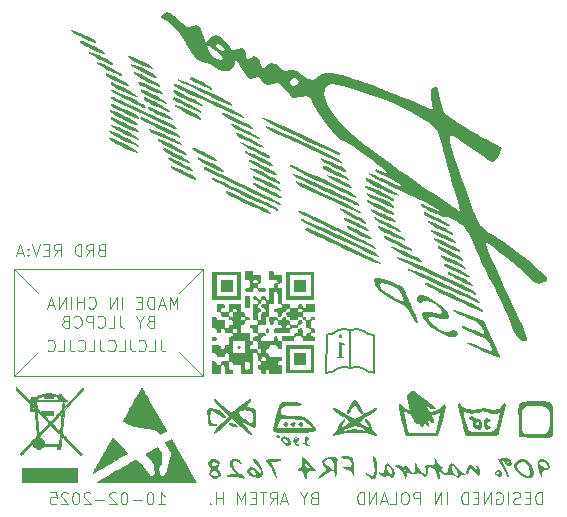
<source format=gbr>
%TF.GenerationSoftware,KiCad,Pcbnew,8.0.4*%
%TF.CreationDate,2025-02-12T19:06:00+01:00*%
%TF.ProjectId,SimpleLedController,53696d70-6c65-44c6-9564-436f6e74726f,A*%
%TF.SameCoordinates,Original*%
%TF.FileFunction,Legend,Bot*%
%TF.FilePolarity,Positive*%
%FSLAX46Y46*%
G04 Gerber Fmt 4.6, Leading zero omitted, Abs format (unit mm)*
G04 Created by KiCad (PCBNEW 8.0.4) date 2025-02-12 19:06:00*
%MOMM*%
%LPD*%
G01*
G04 APERTURE LIST*
%ADD10C,0.200000*%
%ADD11C,0.100000*%
%ADD12C,0.400000*%
%ADD13C,0.000000*%
%ADD14C,0.010000*%
%ADD15C,5.600000*%
%ADD16C,0.770000*%
%ADD17C,0.740000*%
%ADD18C,1.296000*%
%ADD19O,4.000000X2.000000*%
%ADD20O,2.000000X4.000000*%
%ADD21R,2.000000X4.500000*%
%ADD22O,3.960000X1.980000*%
%ADD23R,3.960000X1.980000*%
%ADD24O,2.100000X1.300000*%
%ADD25O,2.300000X1.300000*%
%ADD26C,0.600000*%
G04 APERTURE END LIST*
D10*
X146464443Y-98362592D02*
G75*
G02*
X147568150Y-98395672I525357J-900608D01*
G01*
D11*
X118000000Y-90000000D02*
X120000000Y-92000000D01*
X118000000Y-90000000D02*
X134000000Y-90000000D01*
X134000000Y-99000000D01*
X118000000Y-99000000D01*
X118000000Y-90000000D01*
D10*
X146464443Y-98362592D02*
X146481333Y-95174565D01*
D11*
X132000000Y-97000000D02*
X134000000Y-99000000D01*
D10*
X145387446Y-98397330D02*
G75*
G02*
X144440749Y-98751881I-881046J911330D01*
G01*
X146481333Y-95174565D02*
G75*
G02*
X147557634Y-95201067I516667J-885735D01*
G01*
D11*
X132000000Y-92000000D02*
X134000000Y-90000000D01*
D10*
X148445643Y-98743591D02*
G75*
G02*
X147562957Y-98389972I-8043J1258391D01*
G01*
X145356484Y-95186623D02*
G75*
G02*
X144453303Y-95542207I-879984J910323D01*
G01*
D11*
X120000000Y-97000000D02*
X118000000Y-99000000D01*
D10*
X145375885Y-98396442D02*
G75*
G02*
X146479573Y-98363395I578315J-867558D01*
G01*
X148456269Y-95560128D02*
G75*
G02*
X147557637Y-95201061I-10469J1277828D01*
G01*
X145345962Y-95186810D02*
G75*
G02*
X146449663Y-95153740I578338J-867490D01*
G01*
X148445643Y-98743591D02*
X148456269Y-95560128D01*
X144440751Y-98752439D02*
X144453303Y-95542213D01*
D11*
X162696115Y-109872419D02*
X162696115Y-108872419D01*
X162696115Y-108872419D02*
X162458020Y-108872419D01*
X162458020Y-108872419D02*
X162315163Y-108920038D01*
X162315163Y-108920038D02*
X162219925Y-109015276D01*
X162219925Y-109015276D02*
X162172306Y-109110514D01*
X162172306Y-109110514D02*
X162124687Y-109300990D01*
X162124687Y-109300990D02*
X162124687Y-109443847D01*
X162124687Y-109443847D02*
X162172306Y-109634323D01*
X162172306Y-109634323D02*
X162219925Y-109729561D01*
X162219925Y-109729561D02*
X162315163Y-109824800D01*
X162315163Y-109824800D02*
X162458020Y-109872419D01*
X162458020Y-109872419D02*
X162696115Y-109872419D01*
X161696115Y-109348609D02*
X161362782Y-109348609D01*
X161219925Y-109872419D02*
X161696115Y-109872419D01*
X161696115Y-109872419D02*
X161696115Y-108872419D01*
X161696115Y-108872419D02*
X161219925Y-108872419D01*
X160838972Y-109824800D02*
X160696115Y-109872419D01*
X160696115Y-109872419D02*
X160458020Y-109872419D01*
X160458020Y-109872419D02*
X160362782Y-109824800D01*
X160362782Y-109824800D02*
X160315163Y-109777180D01*
X160315163Y-109777180D02*
X160267544Y-109681942D01*
X160267544Y-109681942D02*
X160267544Y-109586704D01*
X160267544Y-109586704D02*
X160315163Y-109491466D01*
X160315163Y-109491466D02*
X160362782Y-109443847D01*
X160362782Y-109443847D02*
X160458020Y-109396228D01*
X160458020Y-109396228D02*
X160648496Y-109348609D01*
X160648496Y-109348609D02*
X160743734Y-109300990D01*
X160743734Y-109300990D02*
X160791353Y-109253371D01*
X160791353Y-109253371D02*
X160838972Y-109158133D01*
X160838972Y-109158133D02*
X160838972Y-109062895D01*
X160838972Y-109062895D02*
X160791353Y-108967657D01*
X160791353Y-108967657D02*
X160743734Y-108920038D01*
X160743734Y-108920038D02*
X160648496Y-108872419D01*
X160648496Y-108872419D02*
X160410401Y-108872419D01*
X160410401Y-108872419D02*
X160267544Y-108920038D01*
X159838972Y-109872419D02*
X159838972Y-108872419D01*
X158838973Y-108920038D02*
X158934211Y-108872419D01*
X158934211Y-108872419D02*
X159077068Y-108872419D01*
X159077068Y-108872419D02*
X159219925Y-108920038D01*
X159219925Y-108920038D02*
X159315163Y-109015276D01*
X159315163Y-109015276D02*
X159362782Y-109110514D01*
X159362782Y-109110514D02*
X159410401Y-109300990D01*
X159410401Y-109300990D02*
X159410401Y-109443847D01*
X159410401Y-109443847D02*
X159362782Y-109634323D01*
X159362782Y-109634323D02*
X159315163Y-109729561D01*
X159315163Y-109729561D02*
X159219925Y-109824800D01*
X159219925Y-109824800D02*
X159077068Y-109872419D01*
X159077068Y-109872419D02*
X158981830Y-109872419D01*
X158981830Y-109872419D02*
X158838973Y-109824800D01*
X158838973Y-109824800D02*
X158791354Y-109777180D01*
X158791354Y-109777180D02*
X158791354Y-109443847D01*
X158791354Y-109443847D02*
X158981830Y-109443847D01*
X158362782Y-109872419D02*
X158362782Y-108872419D01*
X158362782Y-108872419D02*
X157791354Y-109872419D01*
X157791354Y-109872419D02*
X157791354Y-108872419D01*
X157315163Y-109348609D02*
X156981830Y-109348609D01*
X156838973Y-109872419D02*
X157315163Y-109872419D01*
X157315163Y-109872419D02*
X157315163Y-108872419D01*
X157315163Y-108872419D02*
X156838973Y-108872419D01*
X156410401Y-109872419D02*
X156410401Y-108872419D01*
X156410401Y-108872419D02*
X156172306Y-108872419D01*
X156172306Y-108872419D02*
X156029449Y-108920038D01*
X156029449Y-108920038D02*
X155934211Y-109015276D01*
X155934211Y-109015276D02*
X155886592Y-109110514D01*
X155886592Y-109110514D02*
X155838973Y-109300990D01*
X155838973Y-109300990D02*
X155838973Y-109443847D01*
X155838973Y-109443847D02*
X155886592Y-109634323D01*
X155886592Y-109634323D02*
X155934211Y-109729561D01*
X155934211Y-109729561D02*
X156029449Y-109824800D01*
X156029449Y-109824800D02*
X156172306Y-109872419D01*
X156172306Y-109872419D02*
X156410401Y-109872419D01*
X154648496Y-109872419D02*
X154648496Y-108872419D01*
X154172306Y-109872419D02*
X154172306Y-108872419D01*
X154172306Y-108872419D02*
X153600878Y-109872419D01*
X153600878Y-109872419D02*
X153600878Y-108872419D01*
X152362782Y-109872419D02*
X152362782Y-108872419D01*
X152362782Y-108872419D02*
X151981830Y-108872419D01*
X151981830Y-108872419D02*
X151886592Y-108920038D01*
X151886592Y-108920038D02*
X151838973Y-108967657D01*
X151838973Y-108967657D02*
X151791354Y-109062895D01*
X151791354Y-109062895D02*
X151791354Y-109205752D01*
X151791354Y-109205752D02*
X151838973Y-109300990D01*
X151838973Y-109300990D02*
X151886592Y-109348609D01*
X151886592Y-109348609D02*
X151981830Y-109396228D01*
X151981830Y-109396228D02*
X152362782Y-109396228D01*
X151172306Y-108872419D02*
X150981830Y-108872419D01*
X150981830Y-108872419D02*
X150886592Y-108920038D01*
X150886592Y-108920038D02*
X150791354Y-109015276D01*
X150791354Y-109015276D02*
X150743735Y-109205752D01*
X150743735Y-109205752D02*
X150743735Y-109539085D01*
X150743735Y-109539085D02*
X150791354Y-109729561D01*
X150791354Y-109729561D02*
X150886592Y-109824800D01*
X150886592Y-109824800D02*
X150981830Y-109872419D01*
X150981830Y-109872419D02*
X151172306Y-109872419D01*
X151172306Y-109872419D02*
X151267544Y-109824800D01*
X151267544Y-109824800D02*
X151362782Y-109729561D01*
X151362782Y-109729561D02*
X151410401Y-109539085D01*
X151410401Y-109539085D02*
X151410401Y-109205752D01*
X151410401Y-109205752D02*
X151362782Y-109015276D01*
X151362782Y-109015276D02*
X151267544Y-108920038D01*
X151267544Y-108920038D02*
X151172306Y-108872419D01*
X149838973Y-109872419D02*
X150315163Y-109872419D01*
X150315163Y-109872419D02*
X150315163Y-108872419D01*
X149553258Y-109586704D02*
X149077068Y-109586704D01*
X149648496Y-109872419D02*
X149315163Y-108872419D01*
X149315163Y-108872419D02*
X148981830Y-109872419D01*
X148648496Y-109872419D02*
X148648496Y-108872419D01*
X148648496Y-108872419D02*
X148077068Y-109872419D01*
X148077068Y-109872419D02*
X148077068Y-108872419D01*
X147600877Y-109872419D02*
X147600877Y-108872419D01*
X147600877Y-108872419D02*
X147362782Y-108872419D01*
X147362782Y-108872419D02*
X147219925Y-108920038D01*
X147219925Y-108920038D02*
X147124687Y-109015276D01*
X147124687Y-109015276D02*
X147077068Y-109110514D01*
X147077068Y-109110514D02*
X147029449Y-109300990D01*
X147029449Y-109300990D02*
X147029449Y-109443847D01*
X147029449Y-109443847D02*
X147077068Y-109634323D01*
X147077068Y-109634323D02*
X147124687Y-109729561D01*
X147124687Y-109729561D02*
X147219925Y-109824800D01*
X147219925Y-109824800D02*
X147362782Y-109872419D01*
X147362782Y-109872419D02*
X147600877Y-109872419D01*
D12*
G36*
X145500518Y-96151393D02*
G01*
X145500518Y-97201393D01*
X145491725Y-97334750D01*
X145463881Y-97395566D01*
X145414056Y-97414617D01*
X145308543Y-97417548D01*
X145308543Y-97511338D01*
X145969464Y-97511338D01*
X145969464Y-97417548D01*
X145852960Y-97409488D01*
X145803867Y-97380179D01*
X145783351Y-97314234D01*
X145778222Y-97196997D01*
X145778222Y-96697276D01*
X145780493Y-96548251D01*
X145782618Y-96504568D01*
X145795074Y-96405650D01*
X145815591Y-96371212D01*
X145853693Y-96365350D01*
X145891062Y-96370479D01*
X145958473Y-96391728D01*
X145998040Y-96302335D01*
X145589910Y-96151393D01*
X145500518Y-96151393D01*
G37*
G36*
X145639003Y-95494869D02*
G01*
X145523232Y-95542496D01*
X145475605Y-95659000D01*
X145522499Y-95774771D01*
X145639003Y-95823131D01*
X145756240Y-95774771D01*
X145803134Y-95659000D01*
X145756240Y-95542496D01*
X145639003Y-95494869D01*
G37*
D11*
X125362782Y-88348609D02*
X125219925Y-88396228D01*
X125219925Y-88396228D02*
X125172306Y-88443847D01*
X125172306Y-88443847D02*
X125124687Y-88539085D01*
X125124687Y-88539085D02*
X125124687Y-88681942D01*
X125124687Y-88681942D02*
X125172306Y-88777180D01*
X125172306Y-88777180D02*
X125219925Y-88824800D01*
X125219925Y-88824800D02*
X125315163Y-88872419D01*
X125315163Y-88872419D02*
X125696115Y-88872419D01*
X125696115Y-88872419D02*
X125696115Y-87872419D01*
X125696115Y-87872419D02*
X125362782Y-87872419D01*
X125362782Y-87872419D02*
X125267544Y-87920038D01*
X125267544Y-87920038D02*
X125219925Y-87967657D01*
X125219925Y-87967657D02*
X125172306Y-88062895D01*
X125172306Y-88062895D02*
X125172306Y-88158133D01*
X125172306Y-88158133D02*
X125219925Y-88253371D01*
X125219925Y-88253371D02*
X125267544Y-88300990D01*
X125267544Y-88300990D02*
X125362782Y-88348609D01*
X125362782Y-88348609D02*
X125696115Y-88348609D01*
X124124687Y-88872419D02*
X124458020Y-88396228D01*
X124696115Y-88872419D02*
X124696115Y-87872419D01*
X124696115Y-87872419D02*
X124315163Y-87872419D01*
X124315163Y-87872419D02*
X124219925Y-87920038D01*
X124219925Y-87920038D02*
X124172306Y-87967657D01*
X124172306Y-87967657D02*
X124124687Y-88062895D01*
X124124687Y-88062895D02*
X124124687Y-88205752D01*
X124124687Y-88205752D02*
X124172306Y-88300990D01*
X124172306Y-88300990D02*
X124219925Y-88348609D01*
X124219925Y-88348609D02*
X124315163Y-88396228D01*
X124315163Y-88396228D02*
X124696115Y-88396228D01*
X123696115Y-88872419D02*
X123696115Y-87872419D01*
X123696115Y-87872419D02*
X123458020Y-87872419D01*
X123458020Y-87872419D02*
X123315163Y-87920038D01*
X123315163Y-87920038D02*
X123219925Y-88015276D01*
X123219925Y-88015276D02*
X123172306Y-88110514D01*
X123172306Y-88110514D02*
X123124687Y-88300990D01*
X123124687Y-88300990D02*
X123124687Y-88443847D01*
X123124687Y-88443847D02*
X123172306Y-88634323D01*
X123172306Y-88634323D02*
X123219925Y-88729561D01*
X123219925Y-88729561D02*
X123315163Y-88824800D01*
X123315163Y-88824800D02*
X123458020Y-88872419D01*
X123458020Y-88872419D02*
X123696115Y-88872419D01*
X121362782Y-88872419D02*
X121696115Y-88396228D01*
X121934210Y-88872419D02*
X121934210Y-87872419D01*
X121934210Y-87872419D02*
X121553258Y-87872419D01*
X121553258Y-87872419D02*
X121458020Y-87920038D01*
X121458020Y-87920038D02*
X121410401Y-87967657D01*
X121410401Y-87967657D02*
X121362782Y-88062895D01*
X121362782Y-88062895D02*
X121362782Y-88205752D01*
X121362782Y-88205752D02*
X121410401Y-88300990D01*
X121410401Y-88300990D02*
X121458020Y-88348609D01*
X121458020Y-88348609D02*
X121553258Y-88396228D01*
X121553258Y-88396228D02*
X121934210Y-88396228D01*
X120934210Y-88348609D02*
X120600877Y-88348609D01*
X120458020Y-88872419D02*
X120934210Y-88872419D01*
X120934210Y-88872419D02*
X120934210Y-87872419D01*
X120934210Y-87872419D02*
X120458020Y-87872419D01*
X120172305Y-87872419D02*
X119838972Y-88872419D01*
X119838972Y-88872419D02*
X119505639Y-87872419D01*
X119172305Y-88777180D02*
X119124686Y-88824800D01*
X119124686Y-88824800D02*
X119172305Y-88872419D01*
X119172305Y-88872419D02*
X119219924Y-88824800D01*
X119219924Y-88824800D02*
X119172305Y-88777180D01*
X119172305Y-88777180D02*
X119172305Y-88872419D01*
X119172305Y-88253371D02*
X119124686Y-88300990D01*
X119124686Y-88300990D02*
X119172305Y-88348609D01*
X119172305Y-88348609D02*
X119219924Y-88300990D01*
X119219924Y-88300990D02*
X119172305Y-88253371D01*
X119172305Y-88253371D02*
X119172305Y-88348609D01*
X118743734Y-88586704D02*
X118267544Y-88586704D01*
X118838972Y-88872419D02*
X118505639Y-87872419D01*
X118505639Y-87872419D02*
X118172306Y-88872419D01*
X130410401Y-95941088D02*
X130410401Y-96655373D01*
X130410401Y-96655373D02*
X130458020Y-96798230D01*
X130458020Y-96798230D02*
X130553258Y-96893469D01*
X130553258Y-96893469D02*
X130696115Y-96941088D01*
X130696115Y-96941088D02*
X130791353Y-96941088D01*
X129458020Y-96941088D02*
X129934210Y-96941088D01*
X129934210Y-96941088D02*
X129934210Y-95941088D01*
X128553258Y-96845849D02*
X128600877Y-96893469D01*
X128600877Y-96893469D02*
X128743734Y-96941088D01*
X128743734Y-96941088D02*
X128838972Y-96941088D01*
X128838972Y-96941088D02*
X128981829Y-96893469D01*
X128981829Y-96893469D02*
X129077067Y-96798230D01*
X129077067Y-96798230D02*
X129124686Y-96702992D01*
X129124686Y-96702992D02*
X129172305Y-96512516D01*
X129172305Y-96512516D02*
X129172305Y-96369659D01*
X129172305Y-96369659D02*
X129124686Y-96179183D01*
X129124686Y-96179183D02*
X129077067Y-96083945D01*
X129077067Y-96083945D02*
X128981829Y-95988707D01*
X128981829Y-95988707D02*
X128838972Y-95941088D01*
X128838972Y-95941088D02*
X128743734Y-95941088D01*
X128743734Y-95941088D02*
X128600877Y-95988707D01*
X128600877Y-95988707D02*
X128553258Y-96036326D01*
X127838972Y-95941088D02*
X127838972Y-96655373D01*
X127838972Y-96655373D02*
X127886591Y-96798230D01*
X127886591Y-96798230D02*
X127981829Y-96893469D01*
X127981829Y-96893469D02*
X128124686Y-96941088D01*
X128124686Y-96941088D02*
X128219924Y-96941088D01*
X126886591Y-96941088D02*
X127362781Y-96941088D01*
X127362781Y-96941088D02*
X127362781Y-95941088D01*
X125981829Y-96845849D02*
X126029448Y-96893469D01*
X126029448Y-96893469D02*
X126172305Y-96941088D01*
X126172305Y-96941088D02*
X126267543Y-96941088D01*
X126267543Y-96941088D02*
X126410400Y-96893469D01*
X126410400Y-96893469D02*
X126505638Y-96798230D01*
X126505638Y-96798230D02*
X126553257Y-96702992D01*
X126553257Y-96702992D02*
X126600876Y-96512516D01*
X126600876Y-96512516D02*
X126600876Y-96369659D01*
X126600876Y-96369659D02*
X126553257Y-96179183D01*
X126553257Y-96179183D02*
X126505638Y-96083945D01*
X126505638Y-96083945D02*
X126410400Y-95988707D01*
X126410400Y-95988707D02*
X126267543Y-95941088D01*
X126267543Y-95941088D02*
X126172305Y-95941088D01*
X126172305Y-95941088D02*
X126029448Y-95988707D01*
X126029448Y-95988707D02*
X125981829Y-96036326D01*
X125267543Y-95941088D02*
X125267543Y-96655373D01*
X125267543Y-96655373D02*
X125315162Y-96798230D01*
X125315162Y-96798230D02*
X125410400Y-96893469D01*
X125410400Y-96893469D02*
X125553257Y-96941088D01*
X125553257Y-96941088D02*
X125648495Y-96941088D01*
X124315162Y-96941088D02*
X124791352Y-96941088D01*
X124791352Y-96941088D02*
X124791352Y-95941088D01*
X123410400Y-96845849D02*
X123458019Y-96893469D01*
X123458019Y-96893469D02*
X123600876Y-96941088D01*
X123600876Y-96941088D02*
X123696114Y-96941088D01*
X123696114Y-96941088D02*
X123838971Y-96893469D01*
X123838971Y-96893469D02*
X123934209Y-96798230D01*
X123934209Y-96798230D02*
X123981828Y-96702992D01*
X123981828Y-96702992D02*
X124029447Y-96512516D01*
X124029447Y-96512516D02*
X124029447Y-96369659D01*
X124029447Y-96369659D02*
X123981828Y-96179183D01*
X123981828Y-96179183D02*
X123934209Y-96083945D01*
X123934209Y-96083945D02*
X123838971Y-95988707D01*
X123838971Y-95988707D02*
X123696114Y-95941088D01*
X123696114Y-95941088D02*
X123600876Y-95941088D01*
X123600876Y-95941088D02*
X123458019Y-95988707D01*
X123458019Y-95988707D02*
X123410400Y-96036326D01*
X122696114Y-95941088D02*
X122696114Y-96655373D01*
X122696114Y-96655373D02*
X122743733Y-96798230D01*
X122743733Y-96798230D02*
X122838971Y-96893469D01*
X122838971Y-96893469D02*
X122981828Y-96941088D01*
X122981828Y-96941088D02*
X123077066Y-96941088D01*
X121743733Y-96941088D02*
X122219923Y-96941088D01*
X122219923Y-96941088D02*
X122219923Y-95941088D01*
X120838971Y-96845849D02*
X120886590Y-96893469D01*
X120886590Y-96893469D02*
X121029447Y-96941088D01*
X121029447Y-96941088D02*
X121124685Y-96941088D01*
X121124685Y-96941088D02*
X121267542Y-96893469D01*
X121267542Y-96893469D02*
X121362780Y-96798230D01*
X121362780Y-96798230D02*
X121410399Y-96702992D01*
X121410399Y-96702992D02*
X121458018Y-96512516D01*
X121458018Y-96512516D02*
X121458018Y-96369659D01*
X121458018Y-96369659D02*
X121410399Y-96179183D01*
X121410399Y-96179183D02*
X121362780Y-96083945D01*
X121362780Y-96083945D02*
X121267542Y-95988707D01*
X121267542Y-95988707D02*
X121124685Y-95941088D01*
X121124685Y-95941088D02*
X121029447Y-95941088D01*
X121029447Y-95941088D02*
X120886590Y-95988707D01*
X120886590Y-95988707D02*
X120838971Y-96036326D01*
X131833332Y-93318955D02*
X131833332Y-92318955D01*
X131833332Y-92318955D02*
X131499999Y-93033240D01*
X131499999Y-93033240D02*
X131166666Y-92318955D01*
X131166666Y-92318955D02*
X131166666Y-93318955D01*
X130738094Y-93033240D02*
X130261904Y-93033240D01*
X130833332Y-93318955D02*
X130499999Y-92318955D01*
X130499999Y-92318955D02*
X130166666Y-93318955D01*
X129833332Y-93318955D02*
X129833332Y-92318955D01*
X129833332Y-92318955D02*
X129595237Y-92318955D01*
X129595237Y-92318955D02*
X129452380Y-92366574D01*
X129452380Y-92366574D02*
X129357142Y-92461812D01*
X129357142Y-92461812D02*
X129309523Y-92557050D01*
X129309523Y-92557050D02*
X129261904Y-92747526D01*
X129261904Y-92747526D02*
X129261904Y-92890383D01*
X129261904Y-92890383D02*
X129309523Y-93080859D01*
X129309523Y-93080859D02*
X129357142Y-93176097D01*
X129357142Y-93176097D02*
X129452380Y-93271336D01*
X129452380Y-93271336D02*
X129595237Y-93318955D01*
X129595237Y-93318955D02*
X129833332Y-93318955D01*
X128833332Y-92795145D02*
X128499999Y-92795145D01*
X128357142Y-93318955D02*
X128833332Y-93318955D01*
X128833332Y-93318955D02*
X128833332Y-92318955D01*
X128833332Y-92318955D02*
X128357142Y-92318955D01*
X127166665Y-93318955D02*
X127166665Y-92318955D01*
X126690475Y-93318955D02*
X126690475Y-92318955D01*
X126690475Y-92318955D02*
X126119047Y-93318955D01*
X126119047Y-93318955D02*
X126119047Y-92318955D01*
X124309523Y-93223716D02*
X124357142Y-93271336D01*
X124357142Y-93271336D02*
X124499999Y-93318955D01*
X124499999Y-93318955D02*
X124595237Y-93318955D01*
X124595237Y-93318955D02*
X124738094Y-93271336D01*
X124738094Y-93271336D02*
X124833332Y-93176097D01*
X124833332Y-93176097D02*
X124880951Y-93080859D01*
X124880951Y-93080859D02*
X124928570Y-92890383D01*
X124928570Y-92890383D02*
X124928570Y-92747526D01*
X124928570Y-92747526D02*
X124880951Y-92557050D01*
X124880951Y-92557050D02*
X124833332Y-92461812D01*
X124833332Y-92461812D02*
X124738094Y-92366574D01*
X124738094Y-92366574D02*
X124595237Y-92318955D01*
X124595237Y-92318955D02*
X124499999Y-92318955D01*
X124499999Y-92318955D02*
X124357142Y-92366574D01*
X124357142Y-92366574D02*
X124309523Y-92414193D01*
X123880951Y-93318955D02*
X123880951Y-92318955D01*
X123880951Y-92795145D02*
X123309523Y-92795145D01*
X123309523Y-93318955D02*
X123309523Y-92318955D01*
X122833332Y-93318955D02*
X122833332Y-92318955D01*
X122357142Y-93318955D02*
X122357142Y-92318955D01*
X122357142Y-92318955D02*
X121785714Y-93318955D01*
X121785714Y-93318955D02*
X121785714Y-92318955D01*
X121357142Y-93033240D02*
X120880952Y-93033240D01*
X121452380Y-93318955D02*
X121119047Y-92318955D01*
X121119047Y-92318955D02*
X120785714Y-93318955D01*
X129523809Y-94405089D02*
X129380952Y-94452708D01*
X129380952Y-94452708D02*
X129333333Y-94500327D01*
X129333333Y-94500327D02*
X129285714Y-94595565D01*
X129285714Y-94595565D02*
X129285714Y-94738422D01*
X129285714Y-94738422D02*
X129333333Y-94833660D01*
X129333333Y-94833660D02*
X129380952Y-94881280D01*
X129380952Y-94881280D02*
X129476190Y-94928899D01*
X129476190Y-94928899D02*
X129857142Y-94928899D01*
X129857142Y-94928899D02*
X129857142Y-93928899D01*
X129857142Y-93928899D02*
X129523809Y-93928899D01*
X129523809Y-93928899D02*
X129428571Y-93976518D01*
X129428571Y-93976518D02*
X129380952Y-94024137D01*
X129380952Y-94024137D02*
X129333333Y-94119375D01*
X129333333Y-94119375D02*
X129333333Y-94214613D01*
X129333333Y-94214613D02*
X129380952Y-94309851D01*
X129380952Y-94309851D02*
X129428571Y-94357470D01*
X129428571Y-94357470D02*
X129523809Y-94405089D01*
X129523809Y-94405089D02*
X129857142Y-94405089D01*
X128666666Y-94452708D02*
X128666666Y-94928899D01*
X128999999Y-93928899D02*
X128666666Y-94452708D01*
X128666666Y-94452708D02*
X128333333Y-93928899D01*
X126952380Y-93928899D02*
X126952380Y-94643184D01*
X126952380Y-94643184D02*
X126999999Y-94786041D01*
X126999999Y-94786041D02*
X127095237Y-94881280D01*
X127095237Y-94881280D02*
X127238094Y-94928899D01*
X127238094Y-94928899D02*
X127333332Y-94928899D01*
X125999999Y-94928899D02*
X126476189Y-94928899D01*
X126476189Y-94928899D02*
X126476189Y-93928899D01*
X125095237Y-94833660D02*
X125142856Y-94881280D01*
X125142856Y-94881280D02*
X125285713Y-94928899D01*
X125285713Y-94928899D02*
X125380951Y-94928899D01*
X125380951Y-94928899D02*
X125523808Y-94881280D01*
X125523808Y-94881280D02*
X125619046Y-94786041D01*
X125619046Y-94786041D02*
X125666665Y-94690803D01*
X125666665Y-94690803D02*
X125714284Y-94500327D01*
X125714284Y-94500327D02*
X125714284Y-94357470D01*
X125714284Y-94357470D02*
X125666665Y-94166994D01*
X125666665Y-94166994D02*
X125619046Y-94071756D01*
X125619046Y-94071756D02*
X125523808Y-93976518D01*
X125523808Y-93976518D02*
X125380951Y-93928899D01*
X125380951Y-93928899D02*
X125285713Y-93928899D01*
X125285713Y-93928899D02*
X125142856Y-93976518D01*
X125142856Y-93976518D02*
X125095237Y-94024137D01*
X124666665Y-94928899D02*
X124666665Y-93928899D01*
X124666665Y-93928899D02*
X124285713Y-93928899D01*
X124285713Y-93928899D02*
X124190475Y-93976518D01*
X124190475Y-93976518D02*
X124142856Y-94024137D01*
X124142856Y-94024137D02*
X124095237Y-94119375D01*
X124095237Y-94119375D02*
X124095237Y-94262232D01*
X124095237Y-94262232D02*
X124142856Y-94357470D01*
X124142856Y-94357470D02*
X124190475Y-94405089D01*
X124190475Y-94405089D02*
X124285713Y-94452708D01*
X124285713Y-94452708D02*
X124666665Y-94452708D01*
X123095237Y-94833660D02*
X123142856Y-94881280D01*
X123142856Y-94881280D02*
X123285713Y-94928899D01*
X123285713Y-94928899D02*
X123380951Y-94928899D01*
X123380951Y-94928899D02*
X123523808Y-94881280D01*
X123523808Y-94881280D02*
X123619046Y-94786041D01*
X123619046Y-94786041D02*
X123666665Y-94690803D01*
X123666665Y-94690803D02*
X123714284Y-94500327D01*
X123714284Y-94500327D02*
X123714284Y-94357470D01*
X123714284Y-94357470D02*
X123666665Y-94166994D01*
X123666665Y-94166994D02*
X123619046Y-94071756D01*
X123619046Y-94071756D02*
X123523808Y-93976518D01*
X123523808Y-93976518D02*
X123380951Y-93928899D01*
X123380951Y-93928899D02*
X123285713Y-93928899D01*
X123285713Y-93928899D02*
X123142856Y-93976518D01*
X123142856Y-93976518D02*
X123095237Y-94024137D01*
X122333332Y-94405089D02*
X122190475Y-94452708D01*
X122190475Y-94452708D02*
X122142856Y-94500327D01*
X122142856Y-94500327D02*
X122095237Y-94595565D01*
X122095237Y-94595565D02*
X122095237Y-94738422D01*
X122095237Y-94738422D02*
X122142856Y-94833660D01*
X122142856Y-94833660D02*
X122190475Y-94881280D01*
X122190475Y-94881280D02*
X122285713Y-94928899D01*
X122285713Y-94928899D02*
X122666665Y-94928899D01*
X122666665Y-94928899D02*
X122666665Y-93928899D01*
X122666665Y-93928899D02*
X122333332Y-93928899D01*
X122333332Y-93928899D02*
X122238094Y-93976518D01*
X122238094Y-93976518D02*
X122190475Y-94024137D01*
X122190475Y-94024137D02*
X122142856Y-94119375D01*
X122142856Y-94119375D02*
X122142856Y-94214613D01*
X122142856Y-94214613D02*
X122190475Y-94309851D01*
X122190475Y-94309851D02*
X122238094Y-94357470D01*
X122238094Y-94357470D02*
X122333332Y-94405089D01*
X122333332Y-94405089D02*
X122666665Y-94405089D01*
X143362782Y-109348609D02*
X143219925Y-109396228D01*
X143219925Y-109396228D02*
X143172306Y-109443847D01*
X143172306Y-109443847D02*
X143124687Y-109539085D01*
X143124687Y-109539085D02*
X143124687Y-109681942D01*
X143124687Y-109681942D02*
X143172306Y-109777180D01*
X143172306Y-109777180D02*
X143219925Y-109824800D01*
X143219925Y-109824800D02*
X143315163Y-109872419D01*
X143315163Y-109872419D02*
X143696115Y-109872419D01*
X143696115Y-109872419D02*
X143696115Y-108872419D01*
X143696115Y-108872419D02*
X143362782Y-108872419D01*
X143362782Y-108872419D02*
X143267544Y-108920038D01*
X143267544Y-108920038D02*
X143219925Y-108967657D01*
X143219925Y-108967657D02*
X143172306Y-109062895D01*
X143172306Y-109062895D02*
X143172306Y-109158133D01*
X143172306Y-109158133D02*
X143219925Y-109253371D01*
X143219925Y-109253371D02*
X143267544Y-109300990D01*
X143267544Y-109300990D02*
X143362782Y-109348609D01*
X143362782Y-109348609D02*
X143696115Y-109348609D01*
X142505639Y-109396228D02*
X142505639Y-109872419D01*
X142838972Y-108872419D02*
X142505639Y-109396228D01*
X142505639Y-109396228D02*
X142172306Y-108872419D01*
X141124686Y-109586704D02*
X140648496Y-109586704D01*
X141219924Y-109872419D02*
X140886591Y-108872419D01*
X140886591Y-108872419D02*
X140553258Y-109872419D01*
X139648496Y-109872419D02*
X139981829Y-109396228D01*
X140219924Y-109872419D02*
X140219924Y-108872419D01*
X140219924Y-108872419D02*
X139838972Y-108872419D01*
X139838972Y-108872419D02*
X139743734Y-108920038D01*
X139743734Y-108920038D02*
X139696115Y-108967657D01*
X139696115Y-108967657D02*
X139648496Y-109062895D01*
X139648496Y-109062895D02*
X139648496Y-109205752D01*
X139648496Y-109205752D02*
X139696115Y-109300990D01*
X139696115Y-109300990D02*
X139743734Y-109348609D01*
X139743734Y-109348609D02*
X139838972Y-109396228D01*
X139838972Y-109396228D02*
X140219924Y-109396228D01*
X139362781Y-108872419D02*
X138791353Y-108872419D01*
X139077067Y-109872419D02*
X139077067Y-108872419D01*
X138458019Y-109348609D02*
X138124686Y-109348609D01*
X137981829Y-109872419D02*
X138458019Y-109872419D01*
X138458019Y-109872419D02*
X138458019Y-108872419D01*
X138458019Y-108872419D02*
X137981829Y-108872419D01*
X137553257Y-109872419D02*
X137553257Y-108872419D01*
X137553257Y-108872419D02*
X137219924Y-109586704D01*
X137219924Y-109586704D02*
X136886591Y-108872419D01*
X136886591Y-108872419D02*
X136886591Y-109872419D01*
X135648495Y-109872419D02*
X135648495Y-108872419D01*
X135648495Y-109348609D02*
X135077067Y-109348609D01*
X135077067Y-109872419D02*
X135077067Y-108872419D01*
X134600876Y-109777180D02*
X134553257Y-109824800D01*
X134553257Y-109824800D02*
X134600876Y-109872419D01*
X134600876Y-109872419D02*
X134648495Y-109824800D01*
X134648495Y-109824800D02*
X134600876Y-109777180D01*
X134600876Y-109777180D02*
X134600876Y-109872419D01*
X130172306Y-109872419D02*
X130743734Y-109872419D01*
X130458020Y-109872419D02*
X130458020Y-108872419D01*
X130458020Y-108872419D02*
X130553258Y-109015276D01*
X130553258Y-109015276D02*
X130648496Y-109110514D01*
X130648496Y-109110514D02*
X130743734Y-109158133D01*
X129553258Y-108872419D02*
X129458020Y-108872419D01*
X129458020Y-108872419D02*
X129362782Y-108920038D01*
X129362782Y-108920038D02*
X129315163Y-108967657D01*
X129315163Y-108967657D02*
X129267544Y-109062895D01*
X129267544Y-109062895D02*
X129219925Y-109253371D01*
X129219925Y-109253371D02*
X129219925Y-109491466D01*
X129219925Y-109491466D02*
X129267544Y-109681942D01*
X129267544Y-109681942D02*
X129315163Y-109777180D01*
X129315163Y-109777180D02*
X129362782Y-109824800D01*
X129362782Y-109824800D02*
X129458020Y-109872419D01*
X129458020Y-109872419D02*
X129553258Y-109872419D01*
X129553258Y-109872419D02*
X129648496Y-109824800D01*
X129648496Y-109824800D02*
X129696115Y-109777180D01*
X129696115Y-109777180D02*
X129743734Y-109681942D01*
X129743734Y-109681942D02*
X129791353Y-109491466D01*
X129791353Y-109491466D02*
X129791353Y-109253371D01*
X129791353Y-109253371D02*
X129743734Y-109062895D01*
X129743734Y-109062895D02*
X129696115Y-108967657D01*
X129696115Y-108967657D02*
X129648496Y-108920038D01*
X129648496Y-108920038D02*
X129553258Y-108872419D01*
X128791353Y-109491466D02*
X128029449Y-109491466D01*
X127362782Y-108872419D02*
X127267544Y-108872419D01*
X127267544Y-108872419D02*
X127172306Y-108920038D01*
X127172306Y-108920038D02*
X127124687Y-108967657D01*
X127124687Y-108967657D02*
X127077068Y-109062895D01*
X127077068Y-109062895D02*
X127029449Y-109253371D01*
X127029449Y-109253371D02*
X127029449Y-109491466D01*
X127029449Y-109491466D02*
X127077068Y-109681942D01*
X127077068Y-109681942D02*
X127124687Y-109777180D01*
X127124687Y-109777180D02*
X127172306Y-109824800D01*
X127172306Y-109824800D02*
X127267544Y-109872419D01*
X127267544Y-109872419D02*
X127362782Y-109872419D01*
X127362782Y-109872419D02*
X127458020Y-109824800D01*
X127458020Y-109824800D02*
X127505639Y-109777180D01*
X127505639Y-109777180D02*
X127553258Y-109681942D01*
X127553258Y-109681942D02*
X127600877Y-109491466D01*
X127600877Y-109491466D02*
X127600877Y-109253371D01*
X127600877Y-109253371D02*
X127553258Y-109062895D01*
X127553258Y-109062895D02*
X127505639Y-108967657D01*
X127505639Y-108967657D02*
X127458020Y-108920038D01*
X127458020Y-108920038D02*
X127362782Y-108872419D01*
X126648496Y-108967657D02*
X126600877Y-108920038D01*
X126600877Y-108920038D02*
X126505639Y-108872419D01*
X126505639Y-108872419D02*
X126267544Y-108872419D01*
X126267544Y-108872419D02*
X126172306Y-108920038D01*
X126172306Y-108920038D02*
X126124687Y-108967657D01*
X126124687Y-108967657D02*
X126077068Y-109062895D01*
X126077068Y-109062895D02*
X126077068Y-109158133D01*
X126077068Y-109158133D02*
X126124687Y-109300990D01*
X126124687Y-109300990D02*
X126696115Y-109872419D01*
X126696115Y-109872419D02*
X126077068Y-109872419D01*
X125648496Y-109491466D02*
X124886592Y-109491466D01*
X124458020Y-108967657D02*
X124410401Y-108920038D01*
X124410401Y-108920038D02*
X124315163Y-108872419D01*
X124315163Y-108872419D02*
X124077068Y-108872419D01*
X124077068Y-108872419D02*
X123981830Y-108920038D01*
X123981830Y-108920038D02*
X123934211Y-108967657D01*
X123934211Y-108967657D02*
X123886592Y-109062895D01*
X123886592Y-109062895D02*
X123886592Y-109158133D01*
X123886592Y-109158133D02*
X123934211Y-109300990D01*
X123934211Y-109300990D02*
X124505639Y-109872419D01*
X124505639Y-109872419D02*
X123886592Y-109872419D01*
X123267544Y-108872419D02*
X123172306Y-108872419D01*
X123172306Y-108872419D02*
X123077068Y-108920038D01*
X123077068Y-108920038D02*
X123029449Y-108967657D01*
X123029449Y-108967657D02*
X122981830Y-109062895D01*
X122981830Y-109062895D02*
X122934211Y-109253371D01*
X122934211Y-109253371D02*
X122934211Y-109491466D01*
X122934211Y-109491466D02*
X122981830Y-109681942D01*
X122981830Y-109681942D02*
X123029449Y-109777180D01*
X123029449Y-109777180D02*
X123077068Y-109824800D01*
X123077068Y-109824800D02*
X123172306Y-109872419D01*
X123172306Y-109872419D02*
X123267544Y-109872419D01*
X123267544Y-109872419D02*
X123362782Y-109824800D01*
X123362782Y-109824800D02*
X123410401Y-109777180D01*
X123410401Y-109777180D02*
X123458020Y-109681942D01*
X123458020Y-109681942D02*
X123505639Y-109491466D01*
X123505639Y-109491466D02*
X123505639Y-109253371D01*
X123505639Y-109253371D02*
X123458020Y-109062895D01*
X123458020Y-109062895D02*
X123410401Y-108967657D01*
X123410401Y-108967657D02*
X123362782Y-108920038D01*
X123362782Y-108920038D02*
X123267544Y-108872419D01*
X122553258Y-108967657D02*
X122505639Y-108920038D01*
X122505639Y-108920038D02*
X122410401Y-108872419D01*
X122410401Y-108872419D02*
X122172306Y-108872419D01*
X122172306Y-108872419D02*
X122077068Y-108920038D01*
X122077068Y-108920038D02*
X122029449Y-108967657D01*
X122029449Y-108967657D02*
X121981830Y-109062895D01*
X121981830Y-109062895D02*
X121981830Y-109158133D01*
X121981830Y-109158133D02*
X122029449Y-109300990D01*
X122029449Y-109300990D02*
X122600877Y-109872419D01*
X122600877Y-109872419D02*
X121981830Y-109872419D01*
X121077068Y-108872419D02*
X121553258Y-108872419D01*
X121553258Y-108872419D02*
X121600877Y-109348609D01*
X121600877Y-109348609D02*
X121553258Y-109300990D01*
X121553258Y-109300990D02*
X121458020Y-109253371D01*
X121458020Y-109253371D02*
X121219925Y-109253371D01*
X121219925Y-109253371D02*
X121124687Y-109300990D01*
X121124687Y-109300990D02*
X121077068Y-109348609D01*
X121077068Y-109348609D02*
X121029449Y-109443847D01*
X121029449Y-109443847D02*
X121029449Y-109681942D01*
X121029449Y-109681942D02*
X121077068Y-109777180D01*
X121077068Y-109777180D02*
X121124687Y-109824800D01*
X121124687Y-109824800D02*
X121219925Y-109872419D01*
X121219925Y-109872419D02*
X121458020Y-109872419D01*
X121458020Y-109872419D02*
X121553258Y-109824800D01*
X121553258Y-109824800D02*
X121600877Y-109777180D01*
D13*
%TO.C,REF\u002A\u002A*%
G36*
X143482353Y-93622741D02*
G01*
X142953187Y-93622741D01*
X142424020Y-93622741D01*
X142424020Y-93809506D01*
X142427737Y-93890722D01*
X142468428Y-93976169D01*
X142579657Y-93996270D01*
X142608339Y-93996928D01*
X142709582Y-94033436D01*
X142735294Y-94151908D01*
X142739755Y-94219588D01*
X142788584Y-94290794D01*
X142922059Y-94307545D01*
X143003276Y-94303828D01*
X143088723Y-94263137D01*
X143108824Y-94151908D01*
X143113284Y-94084227D01*
X143162113Y-94013021D01*
X143295589Y-93996270D01*
X143376805Y-93999987D01*
X143462252Y-94040678D01*
X143482353Y-94151908D01*
X143477893Y-94219588D01*
X143429064Y-94290794D01*
X143295589Y-94307545D01*
X143292733Y-94307545D01*
X143187198Y-94313647D01*
X143132513Y-94352317D01*
X143111960Y-94454201D01*
X143108824Y-94649947D01*
X143108824Y-94655183D01*
X143112152Y-94848663D01*
X143133245Y-94948920D01*
X143188818Y-94986599D01*
X143295589Y-94992349D01*
X143394162Y-94998070D01*
X143466927Y-95046828D01*
X143482353Y-95179114D01*
X143476632Y-95277687D01*
X143427874Y-95350452D01*
X143295589Y-95365878D01*
X143214372Y-95369595D01*
X143128925Y-95410286D01*
X143108824Y-95521516D01*
X143113284Y-95589196D01*
X143162113Y-95660402D01*
X143295589Y-95677153D01*
X143394162Y-95682874D01*
X143466927Y-95731632D01*
X143482353Y-95863918D01*
X143482353Y-96050682D01*
X142953187Y-96050682D01*
X142424020Y-96050682D01*
X142424020Y-95863918D01*
X142424020Y-95861061D01*
X142417918Y-95755527D01*
X142379248Y-95700842D01*
X142277364Y-95680289D01*
X142081618Y-95677153D01*
X142076382Y-95677153D01*
X141882902Y-95680481D01*
X141782645Y-95701574D01*
X141744966Y-95757147D01*
X141739216Y-95863918D01*
X141739216Y-96050682D01*
X141210049Y-96050682D01*
X140680883Y-96050682D01*
X140680883Y-96393084D01*
X140680883Y-96398320D01*
X140677554Y-96591800D01*
X140656462Y-96692057D01*
X140600888Y-96729737D01*
X140494118Y-96735486D01*
X140412901Y-96731769D01*
X140327454Y-96691078D01*
X140307353Y-96579849D01*
X140301744Y-96502121D01*
X140263160Y-96449605D01*
X140161052Y-96428252D01*
X139964951Y-96424212D01*
X139793949Y-96426761D01*
X139678415Y-96444299D01*
X139631438Y-96490712D01*
X139622549Y-96579849D01*
X139621892Y-96608530D01*
X139585384Y-96709773D01*
X139466912Y-96735486D01*
X139399232Y-96739946D01*
X139328026Y-96788775D01*
X139311275Y-96922251D01*
X139314992Y-97003467D01*
X139355683Y-97088914D01*
X139466912Y-97109016D01*
X139495594Y-97109673D01*
X139596837Y-97146181D01*
X139622549Y-97264653D01*
X139627271Y-97339424D01*
X139657897Y-97385678D01*
X139739080Y-97409741D01*
X139895469Y-97418861D01*
X140151716Y-97420290D01*
X140680883Y-97420290D01*
X140680883Y-97607055D01*
X140675161Y-97705628D01*
X140626403Y-97778393D01*
X140494118Y-97793819D01*
X140412901Y-97797536D01*
X140327454Y-97838227D01*
X140307353Y-97949457D01*
X140311813Y-98017137D01*
X140360642Y-98088343D01*
X140494118Y-98105094D01*
X140680883Y-98105094D01*
X140680883Y-98478623D01*
X140680883Y-98852153D01*
X140151716Y-98852153D01*
X139622549Y-98852153D01*
X139622549Y-98665388D01*
X139618833Y-98584172D01*
X139578142Y-98498724D01*
X139466912Y-98478623D01*
X139399232Y-98483084D01*
X139328026Y-98531913D01*
X139311275Y-98665388D01*
X139305553Y-98763962D01*
X139256796Y-98836727D01*
X139124510Y-98852153D01*
X139025937Y-98846431D01*
X138953171Y-98797673D01*
X138937745Y-98665388D01*
X138934029Y-98584172D01*
X138893338Y-98498724D01*
X138782108Y-98478623D01*
X138714428Y-98474163D01*
X138643222Y-98425334D01*
X138626471Y-98291859D01*
X138630188Y-98210642D01*
X138670879Y-98125195D01*
X138782108Y-98105094D01*
X138810790Y-98104437D01*
X138912033Y-98067929D01*
X138937745Y-97949457D01*
X138937088Y-97920775D01*
X138900580Y-97819532D01*
X138782108Y-97793819D01*
X138704380Y-97788210D01*
X138651864Y-97749626D01*
X138630511Y-97647518D01*
X138629677Y-97607055D01*
X138937745Y-97607055D01*
X138943467Y-97705628D01*
X138992225Y-97778393D01*
X139124510Y-97793819D01*
X139223084Y-97788098D01*
X139295849Y-97739340D01*
X139311275Y-97607055D01*
X139305553Y-97508481D01*
X139256796Y-97435716D01*
X139124510Y-97420290D01*
X139025937Y-97426012D01*
X138953171Y-97474769D01*
X138937745Y-97607055D01*
X138629677Y-97607055D01*
X138626471Y-97451418D01*
X138626471Y-97446181D01*
X138623142Y-97252701D01*
X138602050Y-97152445D01*
X138546477Y-97114765D01*
X138439706Y-97109016D01*
X138252942Y-97109016D01*
X138252942Y-97980584D01*
X138252942Y-98136221D01*
X138252942Y-98852153D01*
X137723775Y-98852153D01*
X137194608Y-98852153D01*
X137194608Y-98478623D01*
X137194608Y-98136221D01*
X137568138Y-98136221D01*
X137568138Y-98141457D01*
X137571466Y-98334937D01*
X137592559Y-98435194D01*
X137648132Y-98472874D01*
X137754902Y-98478623D01*
X137757758Y-98478623D01*
X137863293Y-98472521D01*
X137917978Y-98433851D01*
X137938531Y-98331967D01*
X137941667Y-98136221D01*
X137941667Y-98130985D01*
X137938339Y-97937505D01*
X137917246Y-97837249D01*
X137861673Y-97799569D01*
X137754902Y-97793819D01*
X137752046Y-97793820D01*
X137646512Y-97799922D01*
X137591826Y-97838591D01*
X137571274Y-97940476D01*
X137568138Y-98136221D01*
X137194608Y-98136221D01*
X137194608Y-98105094D01*
X136852206Y-98105094D01*
X136681204Y-98102544D01*
X136565669Y-98085006D01*
X136518692Y-98038593D01*
X136509804Y-97949457D01*
X136509147Y-97920775D01*
X136472639Y-97819532D01*
X136354167Y-97793819D01*
X136276439Y-97799429D01*
X136223923Y-97838013D01*
X136202570Y-97940121D01*
X136198530Y-98136221D01*
X136201080Y-98307224D01*
X136218618Y-98422758D01*
X136265030Y-98469735D01*
X136354167Y-98478623D01*
X136421847Y-98483084D01*
X136493053Y-98531913D01*
X136509804Y-98665388D01*
X136509804Y-98668244D01*
X136503702Y-98773779D01*
X136465032Y-98828464D01*
X136363148Y-98849017D01*
X136167402Y-98852153D01*
X135825000Y-98852153D01*
X135825000Y-98478623D01*
X135824997Y-98465531D01*
X135821254Y-98263985D01*
X135802189Y-98156221D01*
X135755619Y-98113003D01*
X135669363Y-98105094D01*
X135663908Y-98105102D01*
X135579930Y-98114085D01*
X135535029Y-98159841D01*
X135517021Y-98271609D01*
X135513726Y-98478623D01*
X135513726Y-98852153D01*
X135140196Y-98852153D01*
X134766667Y-98852153D01*
X134766667Y-98322986D01*
X134766667Y-97793819D01*
X134953432Y-97793819D01*
X135034648Y-97797536D01*
X135120095Y-97838227D01*
X135140196Y-97949457D01*
X135144657Y-98017137D01*
X135193486Y-98088343D01*
X135326961Y-98105094D01*
X135408178Y-98101377D01*
X135493625Y-98060686D01*
X135513726Y-97949457D01*
X135519335Y-97871728D01*
X135557919Y-97819213D01*
X135660027Y-97797860D01*
X135856128Y-97793819D01*
X136198530Y-97793819D01*
X136198530Y-97451418D01*
X136198530Y-97446181D01*
X136195201Y-97252701D01*
X136174109Y-97152445D01*
X136118535Y-97114765D01*
X136011765Y-97109016D01*
X135930548Y-97112732D01*
X135845101Y-97153423D01*
X135825000Y-97264653D01*
X135819391Y-97342381D01*
X135780807Y-97394897D01*
X135678699Y-97416250D01*
X135482598Y-97420290D01*
X135311596Y-97417740D01*
X135196062Y-97400202D01*
X135149085Y-97353790D01*
X135140196Y-97264653D01*
X135135736Y-97196972D01*
X135086907Y-97125766D01*
X134953432Y-97109016D01*
X134950576Y-97109015D01*
X134845041Y-97102913D01*
X134790356Y-97064244D01*
X134769803Y-96962359D01*
X134766667Y-96766614D01*
X134766667Y-96424212D01*
X135140196Y-96424212D01*
X135153289Y-96424215D01*
X135354835Y-96427958D01*
X135462599Y-96447023D01*
X135505817Y-96493593D01*
X135513726Y-96579849D01*
X135514383Y-96608530D01*
X135550891Y-96709773D01*
X135669363Y-96735486D01*
X135698045Y-96734829D01*
X135799288Y-96698321D01*
X135825000Y-96579849D01*
X135829461Y-96512168D01*
X135878290Y-96440963D01*
X136011765Y-96424212D01*
X136198530Y-96424212D01*
X136198530Y-96050682D01*
X136509804Y-96050682D01*
X136509804Y-96579849D01*
X136509804Y-97109016D01*
X137038971Y-97109016D01*
X137568138Y-97109016D01*
X137568138Y-96579849D01*
X137941667Y-96579849D01*
X137947276Y-96657577D01*
X137985860Y-96710093D01*
X138087968Y-96731446D01*
X138284069Y-96735486D01*
X138289305Y-96735486D01*
X138482785Y-96738815D01*
X138583042Y-96759907D01*
X138620721Y-96815480D01*
X138626471Y-96922251D01*
X138630188Y-97003467D01*
X138670879Y-97088914D01*
X138782108Y-97109016D01*
X138849789Y-97104555D01*
X138920995Y-97055726D01*
X138937745Y-96922251D01*
X138934029Y-96841034D01*
X138893338Y-96755587D01*
X138782108Y-96735486D01*
X138704380Y-96729877D01*
X138651864Y-96691293D01*
X138630511Y-96589185D01*
X138626471Y-96393084D01*
X138626471Y-96387848D01*
X138623142Y-96194368D01*
X138602050Y-96094112D01*
X138546477Y-96056432D01*
X138439706Y-96050682D01*
X138341133Y-96056404D01*
X138268367Y-96105162D01*
X138252942Y-96237447D01*
X138249225Y-96318663D01*
X138208534Y-96404111D01*
X138097304Y-96424212D01*
X138068623Y-96424869D01*
X137967380Y-96461377D01*
X137941667Y-96579849D01*
X137568138Y-96579849D01*
X137568138Y-96050682D01*
X137038971Y-96050682D01*
X136509804Y-96050682D01*
X136198530Y-96050682D01*
X136198533Y-96037590D01*
X136202276Y-95836044D01*
X136221341Y-95728280D01*
X136267911Y-95685062D01*
X136354167Y-95677153D01*
X136382849Y-95676496D01*
X136484091Y-95639987D01*
X136509804Y-95521516D01*
X136504195Y-95443787D01*
X136465611Y-95391272D01*
X136363503Y-95369918D01*
X136167402Y-95365878D01*
X136162166Y-95365878D01*
X135968686Y-95362550D01*
X135868430Y-95341457D01*
X135830750Y-95285884D01*
X135825000Y-95179114D01*
X136509804Y-95179114D01*
X136515526Y-95277687D01*
X136564284Y-95350452D01*
X136696569Y-95365878D01*
X136795143Y-95360157D01*
X136867908Y-95311399D01*
X136883334Y-95179114D01*
X136877612Y-95080540D01*
X136828854Y-95007775D01*
X136696569Y-94992349D01*
X136597995Y-94998070D01*
X136525230Y-95046828D01*
X136509804Y-95179114D01*
X135825000Y-95179114D01*
X135821284Y-95097897D01*
X135780593Y-95012450D01*
X135669363Y-94992349D01*
X135601683Y-94996809D01*
X135530477Y-95045638D01*
X135513726Y-95179114D01*
X135508004Y-95277687D01*
X135459247Y-95350452D01*
X135326961Y-95365878D01*
X135228388Y-95360157D01*
X135155622Y-95311399D01*
X135140196Y-95179114D01*
X135134475Y-95080540D01*
X135085717Y-95007775D01*
X134953432Y-94992349D01*
X134766667Y-94992349D01*
X134766667Y-94494310D01*
X134766667Y-93996270D01*
X134953432Y-93996270D01*
X135034648Y-93999987D01*
X135120095Y-94040678D01*
X135140196Y-94151908D01*
X135145806Y-94229636D01*
X135184390Y-94282152D01*
X135286498Y-94303505D01*
X135482598Y-94307545D01*
X135825000Y-94307545D01*
X135825000Y-94649947D01*
X135825001Y-94655183D01*
X135828329Y-94848663D01*
X135849421Y-94948920D01*
X135904995Y-94986599D01*
X136011765Y-94992349D01*
X136092982Y-94988632D01*
X136178429Y-94947941D01*
X136198530Y-94836712D01*
X136199187Y-94808030D01*
X136235695Y-94706787D01*
X136354167Y-94681074D01*
X136421847Y-94676614D01*
X136493053Y-94627785D01*
X136509804Y-94494310D01*
X136506087Y-94413093D01*
X136465397Y-94327646D01*
X136354167Y-94307545D01*
X136325486Y-94306888D01*
X136224243Y-94270380D01*
X136198530Y-94151908D01*
X137194608Y-94151908D01*
X137199068Y-94219588D01*
X137247897Y-94290794D01*
X137381373Y-94307545D01*
X137462589Y-94303828D01*
X137548037Y-94263137D01*
X137568138Y-94151908D01*
X137563677Y-94084227D01*
X137514848Y-94013021D01*
X137381373Y-93996270D01*
X137300156Y-93999987D01*
X137214709Y-94040678D01*
X137194608Y-94151908D01*
X136198530Y-94151908D01*
X136192920Y-94074179D01*
X136154337Y-94021664D01*
X136052229Y-94000311D01*
X135856128Y-93996270D01*
X135850892Y-93996270D01*
X135657412Y-93992942D01*
X135557155Y-93971849D01*
X135519475Y-93916276D01*
X135513726Y-93809506D01*
X136198530Y-93809506D01*
X136202247Y-93890722D01*
X136242937Y-93976169D01*
X136354167Y-93996270D01*
X136421847Y-93991810D01*
X136493053Y-93942981D01*
X136509804Y-93809506D01*
X136515526Y-93710932D01*
X136564284Y-93638167D01*
X136696569Y-93622741D01*
X136777786Y-93619024D01*
X136863233Y-93578333D01*
X136883334Y-93467104D01*
X136878874Y-93399423D01*
X136830044Y-93328217D01*
X136696569Y-93311467D01*
X136615352Y-93315183D01*
X136529905Y-93355874D01*
X136509804Y-93467104D01*
X136509147Y-93495785D01*
X136472639Y-93597028D01*
X136354167Y-93622741D01*
X136286487Y-93627201D01*
X136215281Y-93676030D01*
X136198530Y-93809506D01*
X135513726Y-93809506D01*
X135508004Y-93710932D01*
X135459247Y-93638167D01*
X135326961Y-93622741D01*
X135324105Y-93622741D01*
X135218571Y-93616639D01*
X135163885Y-93577969D01*
X135143333Y-93476085D01*
X135140196Y-93280339D01*
X135140196Y-92937937D01*
X135482598Y-92937937D01*
X135487834Y-92937937D01*
X135681314Y-92941266D01*
X135781571Y-92962358D01*
X135819251Y-93017931D01*
X135825000Y-93124702D01*
X135821284Y-93205918D01*
X135780593Y-93291365D01*
X135669363Y-93311467D01*
X135640682Y-93312124D01*
X135539439Y-93348632D01*
X135513726Y-93467104D01*
X135519335Y-93544832D01*
X135557919Y-93597348D01*
X135660027Y-93618701D01*
X135856128Y-93622741D01*
X136198530Y-93622741D01*
X136198530Y-93280339D01*
X136198530Y-92937937D01*
X136696569Y-92937937D01*
X137194608Y-92937937D01*
X137194608Y-93280339D01*
X137194608Y-93285575D01*
X137197731Y-93467104D01*
X137197937Y-93479055D01*
X137219029Y-93579312D01*
X137274603Y-93616991D01*
X137381373Y-93622741D01*
X137479947Y-93628463D01*
X137552712Y-93677220D01*
X137568138Y-93809506D01*
X137573859Y-93908079D01*
X137622617Y-93980844D01*
X137754902Y-93996270D01*
X137836119Y-93999987D01*
X137921566Y-94040678D01*
X137941667Y-94151908D01*
X137937207Y-94219588D01*
X137888378Y-94290794D01*
X137754902Y-94307545D01*
X137656329Y-94313267D01*
X137583564Y-94362024D01*
X137568138Y-94494310D01*
X137562416Y-94592883D01*
X137513658Y-94665648D01*
X137381373Y-94681074D01*
X137378517Y-94681075D01*
X137272982Y-94687176D01*
X137218297Y-94725846D01*
X137197744Y-94827731D01*
X137194608Y-95023476D01*
X137194608Y-95179114D01*
X137194608Y-95365878D01*
X137568138Y-95365878D01*
X137941667Y-95365878D01*
X137941667Y-95708280D01*
X137944217Y-95879282D01*
X137961755Y-95994817D01*
X138008168Y-96041794D01*
X138097304Y-96050682D01*
X138164985Y-96046222D01*
X138236191Y-95997393D01*
X138252942Y-95863918D01*
X138258663Y-95765344D01*
X138307421Y-95692579D01*
X138439706Y-95677153D01*
X138520923Y-95673436D01*
X138606370Y-95632745D01*
X138626471Y-95521516D01*
X138622011Y-95453835D01*
X138573182Y-95382629D01*
X138439706Y-95365878D01*
X138341133Y-95360157D01*
X138268367Y-95311399D01*
X138252942Y-95179114D01*
X138249225Y-95097897D01*
X138208534Y-95012450D01*
X138097304Y-94992349D01*
X138068623Y-94991692D01*
X137967380Y-94955183D01*
X137941667Y-94836712D01*
X137947276Y-94758983D01*
X137985860Y-94706468D01*
X138087968Y-94685114D01*
X138284069Y-94681074D01*
X138289305Y-94681074D01*
X138626471Y-94681074D01*
X138626471Y-95023476D01*
X138626471Y-95365878D01*
X138968873Y-95365878D01*
X139139875Y-95368428D01*
X139255410Y-95385966D01*
X139302387Y-95432379D01*
X139311275Y-95521516D01*
X139306815Y-95589196D01*
X139257986Y-95660402D01*
X139124510Y-95677153D01*
X139025937Y-95682874D01*
X138953171Y-95731632D01*
X138937745Y-95863918D01*
X138937745Y-96050682D01*
X139466912Y-96050682D01*
X139996079Y-96050682D01*
X139996079Y-95863918D01*
X139999796Y-95782701D01*
X140040486Y-95697254D01*
X140151716Y-95677153D01*
X140219397Y-95681613D01*
X140290602Y-95730442D01*
X140307353Y-95863918D01*
X140313075Y-95962491D01*
X140361833Y-96035256D01*
X140494118Y-96050682D01*
X140592692Y-96044961D01*
X140665457Y-95996203D01*
X140680883Y-95863918D01*
X140680883Y-95677153D01*
X141210049Y-95677153D01*
X141464271Y-95675764D01*
X141621536Y-95666756D01*
X141703348Y-95642879D01*
X141734357Y-95596882D01*
X141739216Y-95521516D01*
X141739873Y-95492834D01*
X141776381Y-95391591D01*
X141894853Y-95365878D01*
X141962534Y-95361418D01*
X142033740Y-95312589D01*
X142050491Y-95179114D01*
X142056212Y-95080540D01*
X142104970Y-95007775D01*
X142237255Y-94992349D01*
X142240111Y-94992349D01*
X142345646Y-94998451D01*
X142400331Y-95037121D01*
X142420884Y-95139005D01*
X142424020Y-95334751D01*
X142426570Y-95505753D01*
X142444108Y-95621288D01*
X142490520Y-95668265D01*
X142579657Y-95677153D01*
X142608339Y-95676496D01*
X142709582Y-95639987D01*
X142735294Y-95521516D01*
X142739755Y-95453835D01*
X142788584Y-95382629D01*
X142922059Y-95365878D01*
X143020633Y-95360157D01*
X143093398Y-95311399D01*
X143108824Y-95179114D01*
X143103102Y-95080540D01*
X143054345Y-95007775D01*
X142922059Y-94992349D01*
X142919203Y-94992349D01*
X142813669Y-94986247D01*
X142758983Y-94947577D01*
X142738431Y-94845693D01*
X142735294Y-94649947D01*
X142732745Y-94478945D01*
X142715207Y-94363410D01*
X142668794Y-94316433D01*
X142579657Y-94307545D01*
X142550976Y-94306888D01*
X142449733Y-94270380D01*
X142424020Y-94151908D01*
X142419560Y-94084227D01*
X142370731Y-94013021D01*
X142237255Y-93996270D01*
X142156039Y-93999987D01*
X142070592Y-94040678D01*
X142050491Y-94151908D01*
X142044881Y-94229636D01*
X142006297Y-94282152D01*
X141904189Y-94303505D01*
X141708089Y-94307545D01*
X141537086Y-94304995D01*
X141421552Y-94287457D01*
X141374575Y-94241044D01*
X141365687Y-94151908D01*
X141365029Y-94123226D01*
X141328521Y-94021983D01*
X141210049Y-93996270D01*
X141142369Y-93991810D01*
X141071163Y-93942981D01*
X141054412Y-93809506D01*
X141058129Y-93728289D01*
X141098820Y-93642842D01*
X141210049Y-93622741D01*
X141238731Y-93622084D01*
X141339974Y-93585576D01*
X141365687Y-93467104D01*
X142050491Y-93467104D01*
X142054951Y-93534784D01*
X142103780Y-93605990D01*
X142237255Y-93622741D01*
X142318472Y-93619024D01*
X142403919Y-93578333D01*
X142424020Y-93467104D01*
X142419560Y-93399423D01*
X142370731Y-93328217D01*
X142237255Y-93311467D01*
X142156039Y-93315183D01*
X142070592Y-93355874D01*
X142050491Y-93467104D01*
X141365687Y-93467104D01*
X141365029Y-93438422D01*
X141328521Y-93337179D01*
X141210049Y-93311467D01*
X141181368Y-93312124D01*
X141080125Y-93348632D01*
X141054412Y-93467104D01*
X141049952Y-93534784D01*
X141001123Y-93605990D01*
X140867647Y-93622741D01*
X140769074Y-93628463D01*
X140696309Y-93677220D01*
X140680883Y-93809506D01*
X140675161Y-93908079D01*
X140626403Y-93980844D01*
X140494118Y-93996270D01*
X140395544Y-93990549D01*
X140322779Y-93941791D01*
X140307353Y-93809506D01*
X140303636Y-93728289D01*
X140262946Y-93642842D01*
X140151716Y-93622741D01*
X140123035Y-93622084D01*
X140021792Y-93585576D01*
X139996079Y-93467104D01*
X140001688Y-93389376D01*
X140040272Y-93336860D01*
X140142380Y-93315507D01*
X140338481Y-93311467D01*
X140343717Y-93311466D01*
X140537197Y-93308138D01*
X140637453Y-93287045D01*
X140675133Y-93231472D01*
X140680883Y-93124702D01*
X140675161Y-93026128D01*
X140626403Y-92953363D01*
X140494118Y-92937937D01*
X140307353Y-92937937D01*
X140307353Y-92408770D01*
X140305965Y-92154549D01*
X140296957Y-91997284D01*
X140273080Y-91915472D01*
X140227083Y-91884462D01*
X140151716Y-91879604D01*
X140076945Y-91884325D01*
X140030691Y-91914952D01*
X140006628Y-91996134D01*
X139997508Y-92152523D01*
X139996079Y-92408770D01*
X139996079Y-92937937D01*
X139809314Y-92937937D01*
X139622549Y-92937937D01*
X139622549Y-93467104D01*
X139621161Y-93721325D01*
X139612153Y-93878590D01*
X139588276Y-93960402D01*
X139542279Y-93991412D01*
X139466912Y-93996270D01*
X139389184Y-94001880D01*
X139336668Y-94040464D01*
X139315315Y-94142572D01*
X139311275Y-94338672D01*
X139311275Y-94681074D01*
X138968873Y-94681074D01*
X138626471Y-94681074D01*
X138289305Y-94681074D01*
X138482785Y-94677746D01*
X138583042Y-94656653D01*
X138620721Y-94601080D01*
X138626471Y-94494310D01*
X138620749Y-94395736D01*
X138571992Y-94322971D01*
X138439706Y-94307545D01*
X138252942Y-94307545D01*
X138252942Y-93622741D01*
X138252942Y-93124702D01*
X138626471Y-93124702D01*
X138630188Y-93205918D01*
X138670879Y-93291365D01*
X138782108Y-93311467D01*
X138810790Y-93312124D01*
X138912033Y-93348632D01*
X138937745Y-93467104D01*
X138937088Y-93495785D01*
X138900580Y-93597028D01*
X138782108Y-93622741D01*
X138704380Y-93628350D01*
X138651864Y-93666934D01*
X138630511Y-93769042D01*
X138626471Y-93965143D01*
X138629021Y-94136145D01*
X138646559Y-94251680D01*
X138692971Y-94298657D01*
X138782108Y-94307545D01*
X138859836Y-94301935D01*
X138912352Y-94263352D01*
X138933705Y-94161244D01*
X138937745Y-93965143D01*
X138937746Y-93959907D01*
X138941074Y-93766427D01*
X138962166Y-93666170D01*
X139017740Y-93628491D01*
X139124510Y-93622741D01*
X139205727Y-93619024D01*
X139291174Y-93578333D01*
X139311275Y-93467104D01*
X139306815Y-93399423D01*
X139257986Y-93328217D01*
X139124510Y-93311467D01*
X139025937Y-93305745D01*
X138953171Y-93256987D01*
X138937745Y-93124702D01*
X138943467Y-93026128D01*
X138992225Y-92953363D01*
X139124510Y-92937937D01*
X139223084Y-92932216D01*
X139295849Y-92883458D01*
X139311275Y-92751172D01*
X139305553Y-92652599D01*
X139256796Y-92579834D01*
X139124510Y-92564408D01*
X139025937Y-92570129D01*
X138953171Y-92618887D01*
X138937745Y-92751172D01*
X138934029Y-92832389D01*
X138893338Y-92917836D01*
X138782108Y-92937937D01*
X138714428Y-92942397D01*
X138643222Y-92991226D01*
X138626471Y-93124702D01*
X138252942Y-93124702D01*
X138252942Y-92937937D01*
X138439706Y-92937937D01*
X138538280Y-92932216D01*
X138611045Y-92883458D01*
X138626471Y-92751172D01*
X138620749Y-92652599D01*
X138571992Y-92579834D01*
X138439706Y-92564408D01*
X138358490Y-92560691D01*
X138273043Y-92520000D01*
X138252942Y-92408770D01*
X138257402Y-92341090D01*
X138306231Y-92269884D01*
X138439706Y-92253133D01*
X138520923Y-92256850D01*
X138606370Y-92297541D01*
X138626471Y-92408770D01*
X138627128Y-92437452D01*
X138663636Y-92538695D01*
X138782108Y-92564408D01*
X138810790Y-92563750D01*
X138912033Y-92527242D01*
X138937745Y-92408770D01*
X138942206Y-92341090D01*
X138991035Y-92269884D01*
X139124510Y-92253133D01*
X139205727Y-92256850D01*
X139291174Y-92297541D01*
X139311275Y-92408770D01*
X139311932Y-92437452D01*
X139348440Y-92538695D01*
X139466912Y-92564408D01*
X139532504Y-92561386D01*
X139583807Y-92535480D01*
X139610623Y-92461278D01*
X139620891Y-92313376D01*
X139622549Y-92066368D01*
X139622549Y-91568329D01*
X139809314Y-91568329D01*
X139907888Y-91562608D01*
X139980653Y-91513850D01*
X139996079Y-91381565D01*
X139999796Y-91300348D01*
X140040486Y-91214901D01*
X140151716Y-91194800D01*
X140180398Y-91194143D01*
X140281640Y-91157634D01*
X140307353Y-91039163D01*
X140301744Y-90961434D01*
X140263160Y-90908919D01*
X140161052Y-90887565D01*
X139964951Y-90883525D01*
X139622549Y-90883525D01*
X139622549Y-90509996D01*
X139622549Y-90136467D01*
X139809314Y-90136467D01*
X139907888Y-90142188D01*
X139980653Y-90190946D01*
X139996079Y-90323231D01*
X139996079Y-90326087D01*
X140002181Y-90431622D01*
X140040851Y-90486307D01*
X140142735Y-90506860D01*
X140338481Y-90509996D01*
X140680883Y-90509996D01*
X140680883Y-90852398D01*
X140680883Y-90857634D01*
X140677554Y-91051114D01*
X140656462Y-91151371D01*
X140600888Y-91189050D01*
X140494118Y-91194800D01*
X140395544Y-91200521D01*
X140322779Y-91249279D01*
X140307353Y-91381565D01*
X140313075Y-91480138D01*
X140361833Y-91552903D01*
X140494118Y-91568329D01*
X140680883Y-91568329D01*
X140680883Y-92253133D01*
X140680883Y-92937937D01*
X141023285Y-92937937D01*
X141028521Y-92937937D01*
X141222001Y-92941266D01*
X141322257Y-92962358D01*
X141359937Y-93017931D01*
X141365687Y-93124702D01*
X141365687Y-93127558D01*
X141371789Y-93233092D01*
X141410459Y-93287778D01*
X141512343Y-93308330D01*
X141708089Y-93311467D01*
X141713325Y-93311466D01*
X141906805Y-93308138D01*
X142007061Y-93287045D01*
X142044741Y-93231472D01*
X142050491Y-93124702D01*
X142056212Y-93026128D01*
X142104970Y-92953363D01*
X142237255Y-92937937D01*
X142335829Y-92943659D01*
X142408594Y-92992416D01*
X142424020Y-93124702D01*
X142427737Y-93205918D01*
X142468428Y-93291365D01*
X142579657Y-93311467D01*
X142647338Y-93307006D01*
X142718544Y-93258177D01*
X142735294Y-93124702D01*
X142735294Y-92937937D01*
X143108824Y-92937937D01*
X143482353Y-92937937D01*
X143482353Y-93280339D01*
X143482353Y-93467104D01*
X143482353Y-93622741D01*
G37*
G36*
X142044881Y-94914440D02*
G01*
X142006297Y-94966956D01*
X141904189Y-94988309D01*
X141708089Y-94992349D01*
X141702853Y-94992349D01*
X141509373Y-94995677D01*
X141409116Y-95016770D01*
X141371436Y-95072343D01*
X141365687Y-95179114D01*
X141365687Y-95365878D01*
X140680883Y-95365878D01*
X139996079Y-95365878D01*
X139996079Y-95179114D01*
X139996079Y-95176258D01*
X140002181Y-95070723D01*
X140040851Y-95016038D01*
X140142735Y-94995485D01*
X140338481Y-94992349D01*
X140509483Y-94989799D01*
X140625018Y-94972261D01*
X140671995Y-94925848D01*
X140680883Y-94836712D01*
X141054412Y-94836712D01*
X141055069Y-94865393D01*
X141091578Y-94966636D01*
X141210049Y-94992349D01*
X141238731Y-94991692D01*
X141339974Y-94955183D01*
X141365687Y-94836712D01*
X141365029Y-94808030D01*
X141328521Y-94706787D01*
X141210049Y-94681074D01*
X141181368Y-94681732D01*
X141080125Y-94718240D01*
X141054412Y-94836712D01*
X140680883Y-94836712D01*
X140676423Y-94769031D01*
X140627594Y-94697825D01*
X140494118Y-94681074D01*
X140395544Y-94675353D01*
X140322779Y-94626595D01*
X140307353Y-94494310D01*
X140303636Y-94413093D01*
X140262946Y-94327646D01*
X140151716Y-94307545D01*
X140084036Y-94312005D01*
X140012830Y-94360834D01*
X139996079Y-94494310D01*
X139990357Y-94592883D01*
X139941599Y-94665648D01*
X139809314Y-94681074D01*
X139806458Y-94681074D01*
X139700923Y-94674972D01*
X139646238Y-94636302D01*
X139625685Y-94534418D01*
X139622549Y-94338672D01*
X139622549Y-93996270D01*
X139964951Y-93996270D01*
X140135954Y-93998820D01*
X140251488Y-94016358D01*
X140298465Y-94062771D01*
X140307353Y-94151908D01*
X140311813Y-94219588D01*
X140360642Y-94290794D01*
X140494118Y-94307545D01*
X140575335Y-94303828D01*
X140660782Y-94263137D01*
X140680883Y-94151908D01*
X140685343Y-94084227D01*
X140734172Y-94013021D01*
X140867647Y-93996270D01*
X140948864Y-93999987D01*
X141034311Y-94040678D01*
X141054412Y-94151908D01*
X141055069Y-94180589D01*
X141091578Y-94281832D01*
X141210049Y-94307545D01*
X141277730Y-94312005D01*
X141348936Y-94360834D01*
X141365687Y-94494310D01*
X141365687Y-94497166D01*
X141371789Y-94602700D01*
X141410459Y-94657386D01*
X141512343Y-94677938D01*
X141708089Y-94681074D01*
X141713325Y-94681074D01*
X141906805Y-94677746D01*
X142007061Y-94656653D01*
X142044741Y-94601080D01*
X142050491Y-94494310D01*
X142056212Y-94395736D01*
X142104970Y-94322971D01*
X142237255Y-94307545D01*
X142335829Y-94313267D01*
X142408594Y-94362024D01*
X142424020Y-94494310D01*
X142418298Y-94592883D01*
X142369541Y-94665648D01*
X142237255Y-94681074D01*
X142156039Y-94684791D01*
X142070592Y-94725482D01*
X142050491Y-94836712D01*
X142044881Y-94914440D01*
G37*
G36*
X138917658Y-91138935D02*
G01*
X138871245Y-91185912D01*
X138782108Y-91194800D01*
X138714428Y-91199260D01*
X138643222Y-91248089D01*
X138626471Y-91381565D01*
X138626471Y-91384421D01*
X138632573Y-91489955D01*
X138671243Y-91544641D01*
X138773127Y-91565193D01*
X138968873Y-91568329D01*
X139139875Y-91570879D01*
X139255410Y-91588417D01*
X139302387Y-91634830D01*
X139311275Y-91723967D01*
X139305665Y-91801695D01*
X139267082Y-91854211D01*
X139164974Y-91875564D01*
X138968873Y-91879604D01*
X138797871Y-91877054D01*
X138682336Y-91859516D01*
X138635359Y-91813103D01*
X138626471Y-91723967D01*
X138622011Y-91656286D01*
X138573182Y-91585080D01*
X138439706Y-91568329D01*
X138358490Y-91572046D01*
X138273043Y-91612737D01*
X138252942Y-91723967D01*
X138247332Y-91801695D01*
X138208748Y-91854211D01*
X138106640Y-91875564D01*
X137910540Y-91879604D01*
X137739537Y-91877054D01*
X137624003Y-91859516D01*
X137577026Y-91813103D01*
X137568138Y-91723967D01*
X137572598Y-91656286D01*
X137621427Y-91585080D01*
X137754902Y-91568329D01*
X137757758Y-91568329D01*
X137863293Y-91562227D01*
X137917978Y-91523557D01*
X137938531Y-91421673D01*
X137941667Y-91225927D01*
X137941667Y-91220691D01*
X137938545Y-91039163D01*
X138252942Y-91039163D01*
X138257402Y-91106843D01*
X138306231Y-91178049D01*
X138439706Y-91194800D01*
X138520923Y-91191083D01*
X138606370Y-91150392D01*
X138626471Y-91039163D01*
X138622011Y-90971482D01*
X138573182Y-90900276D01*
X138439706Y-90883525D01*
X138358490Y-90887242D01*
X138273043Y-90927933D01*
X138252942Y-91039163D01*
X137938545Y-91039163D01*
X137938339Y-91027211D01*
X137917246Y-90926955D01*
X137861673Y-90889275D01*
X137754902Y-90883525D01*
X137568138Y-90883525D01*
X137568138Y-90509996D01*
X137568138Y-90136467D01*
X137910540Y-90136467D01*
X137915776Y-90136467D01*
X138109256Y-90139795D01*
X138209512Y-90160888D01*
X138247192Y-90216461D01*
X138252942Y-90323231D01*
X138252942Y-90326087D01*
X138259044Y-90431622D01*
X138297713Y-90486307D01*
X138399598Y-90506860D01*
X138595343Y-90509996D01*
X138937745Y-90509996D01*
X138937745Y-90852398D01*
X138935196Y-91023400D01*
X138932803Y-91039163D01*
X138917658Y-91138935D01*
G37*
G36*
X143420098Y-97607055D02*
G01*
X143420098Y-98789898D01*
X142237255Y-98789898D01*
X141054412Y-98789898D01*
X141054412Y-97607055D01*
X141054412Y-96735486D01*
X141365687Y-96735486D01*
X141365687Y-97607055D01*
X141365687Y-98478623D01*
X142237255Y-98478623D01*
X143108824Y-98478623D01*
X143108824Y-97607055D01*
X143108824Y-96735486D01*
X142237255Y-96735486D01*
X141365687Y-96735486D01*
X141054412Y-96735486D01*
X141054412Y-96424212D01*
X142237255Y-96424212D01*
X143420098Y-96424212D01*
X143420098Y-96735486D01*
X143420098Y-97607055D01*
G37*
G36*
X143420098Y-91381565D02*
G01*
X143420098Y-92564408D01*
X142237255Y-92564408D01*
X141054412Y-92564408D01*
X141054412Y-91381565D01*
X141054412Y-90509996D01*
X141365687Y-90509996D01*
X141365687Y-91381565D01*
X141365687Y-92253133D01*
X142237255Y-92253133D01*
X143108824Y-92253133D01*
X143108824Y-91381565D01*
X143108824Y-90509996D01*
X142237255Y-90509996D01*
X141365687Y-90509996D01*
X141054412Y-90509996D01*
X141054412Y-90198721D01*
X142237255Y-90198721D01*
X143420098Y-90198721D01*
X143420098Y-90509996D01*
X143420098Y-91381565D01*
G37*
G36*
X137194608Y-91381565D02*
G01*
X137194608Y-92564408D01*
X135980638Y-92564408D01*
X134766667Y-92564408D01*
X134766667Y-91381565D01*
X134766667Y-90509996D01*
X135140196Y-90509996D01*
X135140196Y-91381565D01*
X135140196Y-92253133D01*
X136011765Y-92253133D01*
X136883334Y-92253133D01*
X136883334Y-91381565D01*
X136883334Y-90509996D01*
X136011765Y-90509996D01*
X135140196Y-90509996D01*
X134766667Y-90509996D01*
X134766667Y-90198721D01*
X135980638Y-90198721D01*
X137194608Y-90198721D01*
X137194608Y-90509996D01*
X137194608Y-91381565D01*
G37*
G36*
X139534593Y-94996809D02*
G01*
X139605798Y-95045638D01*
X139622549Y-95179114D01*
X139618833Y-95260330D01*
X139578142Y-95345777D01*
X139466912Y-95365878D01*
X139399232Y-95361418D01*
X139328026Y-95312589D01*
X139311275Y-95179114D01*
X139314992Y-95097897D01*
X139355683Y-95012450D01*
X139466912Y-94992349D01*
X139534593Y-94996809D01*
G37*
G36*
X137067652Y-96424869D02*
G01*
X137168895Y-96461377D01*
X137194608Y-96579849D01*
X137193951Y-96608530D01*
X137157443Y-96709773D01*
X137038971Y-96735486D01*
X137010289Y-96734829D01*
X136909047Y-96698321D01*
X136883334Y-96579849D01*
X136883991Y-96551167D01*
X136920499Y-96449924D01*
X137038971Y-96424212D01*
X137067652Y-96424869D01*
G37*
G36*
X135052005Y-95682874D02*
G01*
X135124770Y-95731632D01*
X135140196Y-95863918D01*
X135134475Y-95962491D01*
X135085717Y-96035256D01*
X134953432Y-96050682D01*
X134854858Y-96044961D01*
X134782093Y-95996203D01*
X134766667Y-95863918D01*
X134772389Y-95765344D01*
X134821146Y-95692579D01*
X134953432Y-95677153D01*
X135052005Y-95682874D01*
G37*
G36*
X142735294Y-97607055D02*
G01*
X142735294Y-98105094D01*
X142237255Y-98105094D01*
X141739216Y-98105094D01*
X141739216Y-97607055D01*
X141739216Y-97109016D01*
X142237255Y-97109016D01*
X142735294Y-97109016D01*
X142735294Y-97607055D01*
G37*
G36*
X142735294Y-91381565D02*
G01*
X142735294Y-91879604D01*
X142237255Y-91879604D01*
X141739216Y-91879604D01*
X141739216Y-91381565D01*
X141739216Y-90883525D01*
X142237255Y-90883525D01*
X142735294Y-90883525D01*
X142735294Y-91381565D01*
G37*
G36*
X137941667Y-92782300D02*
G01*
X137941667Y-93311467D01*
X137754902Y-93311467D01*
X137568138Y-93311467D01*
X137568138Y-92782300D01*
X137568138Y-92253133D01*
X137754902Y-92253133D01*
X137941667Y-92253133D01*
X137941667Y-92782300D01*
G37*
G36*
X136509804Y-91381565D02*
G01*
X136509804Y-91879604D01*
X136011765Y-91879604D01*
X135513726Y-91879604D01*
X135513726Y-91381565D01*
X135513726Y-90883525D01*
X136011765Y-90883525D01*
X136509804Y-90883525D01*
X136509804Y-91381565D01*
G37*
D14*
X121985938Y-100645362D02*
X121986595Y-100662572D01*
X121995141Y-100691467D01*
X122019466Y-100715972D01*
X122066918Y-100745143D01*
X122108573Y-100771793D01*
X122171989Y-100822960D01*
X122229460Y-100880400D01*
X122273422Y-100936279D01*
X122296311Y-100982762D01*
X122301919Y-101000674D01*
X122312309Y-101012970D01*
X122315812Y-101017116D01*
X122344445Y-101024083D01*
X122397141Y-101025526D01*
X122487237Y-101025526D01*
X122487237Y-101175921D01*
X122275228Y-101175921D01*
X122255433Y-101412183D01*
X122252775Y-101444483D01*
X122246583Y-101525340D01*
X122242208Y-101591135D01*
X122240030Y-101635791D01*
X122240426Y-101653233D01*
X122246185Y-101648219D01*
X122272462Y-101622083D01*
X122317888Y-101575758D01*
X122380166Y-101511647D01*
X122456997Y-101432150D01*
X122546080Y-101339669D01*
X122645119Y-101236606D01*
X122751814Y-101125362D01*
X122863865Y-101008338D01*
X122978975Y-100887936D01*
X123094844Y-100766558D01*
X123209174Y-100646604D01*
X123319666Y-100530476D01*
X123424021Y-100420575D01*
X123519940Y-100319304D01*
X123605124Y-100229063D01*
X123677275Y-100152253D01*
X123806194Y-100014539D01*
X123806781Y-100131852D01*
X123807368Y-100249164D01*
X123009286Y-101088485D01*
X122211204Y-101927807D01*
X122195250Y-102119106D01*
X122131419Y-102884528D01*
X122120138Y-103020287D01*
X122106140Y-103190154D01*
X122093220Y-103348505D01*
X122081627Y-103492228D01*
X122071607Y-103618210D01*
X122063407Y-103723338D01*
X122057274Y-103804501D01*
X122053456Y-103858586D01*
X122052199Y-103882480D01*
X122055517Y-103893429D01*
X122070429Y-103917071D01*
X122098709Y-103952703D01*
X122112358Y-103968277D01*
X122141864Y-104001948D01*
X122201399Y-104066428D01*
X122278820Y-104147768D01*
X122375632Y-104247591D01*
X122493342Y-104367520D01*
X122633454Y-104509179D01*
X122725628Y-104602136D01*
X122854119Y-104731795D01*
X122982159Y-104861079D01*
X123105900Y-104986097D01*
X123221492Y-105102959D01*
X123325085Y-105207774D01*
X123412831Y-105296652D01*
X123480881Y-105365702D01*
X123747617Y-105636757D01*
X123699169Y-105687326D01*
X123687743Y-105698719D01*
X123654035Y-105726697D01*
X123630910Y-105737895D01*
X123612805Y-105728335D01*
X123579145Y-105699649D01*
X123538792Y-105658520D01*
X123514230Y-105632542D01*
X123468423Y-105585104D01*
X123403683Y-105518566D01*
X123322295Y-105435263D01*
X123226545Y-105337528D01*
X123118721Y-105227695D01*
X123001108Y-105108096D01*
X122875992Y-104981066D01*
X122745659Y-104848938D01*
X122024831Y-104118732D01*
X121995469Y-104498017D01*
X121989068Y-104578972D01*
X121979721Y-104687793D01*
X121971290Y-104770217D01*
X121963151Y-104830575D01*
X121954679Y-104873200D01*
X121945250Y-104902424D01*
X121934237Y-104922580D01*
X121918825Y-104950750D01*
X121906143Y-105002539D01*
X121902368Y-105077152D01*
X121902368Y-105186447D01*
X121601579Y-105186447D01*
X121601579Y-104952500D01*
X120477832Y-104952500D01*
X120412875Y-105026295D01*
X120395110Y-105045511D01*
X120298831Y-105122712D01*
X120190049Y-105170239D01*
X120072262Y-105186447D01*
X119968327Y-105177854D01*
X119850770Y-105141628D01*
X119750134Y-105076882D01*
X119730520Y-105058378D01*
X119681503Y-104998475D01*
X119638497Y-104928693D01*
X119607658Y-104859909D01*
X119595141Y-104803002D01*
X119594899Y-104794741D01*
X119593099Y-104764471D01*
X119588392Y-104743563D01*
X119578544Y-104733669D01*
X119561323Y-104736444D01*
X119534494Y-104753540D01*
X119495824Y-104786610D01*
X119443080Y-104837307D01*
X119374028Y-104907285D01*
X119286434Y-104998197D01*
X119178065Y-105111695D01*
X119120342Y-105172280D01*
X119023855Y-105273718D01*
X118932568Y-105369889D01*
X118850059Y-105457013D01*
X118779906Y-105531311D01*
X118725685Y-105589003D01*
X118690974Y-105626310D01*
X118596092Y-105729539D01*
X118537449Y-105671052D01*
X118478805Y-105612566D01*
X119204179Y-104852237D01*
X119249916Y-104804263D01*
X119412633Y-104632940D01*
X119552313Y-104484738D01*
X119669373Y-104359198D01*
X119764233Y-104255861D01*
X119831309Y-104180967D01*
X120105947Y-104180967D01*
X120108106Y-104198589D01*
X120108483Y-104200430D01*
X120126480Y-104242171D01*
X120162428Y-104261620D01*
X120273237Y-104303083D01*
X120371963Y-104372156D01*
X120449611Y-104463524D01*
X120502828Y-104573195D01*
X120528258Y-104697173D01*
X120536681Y-104802105D01*
X121798482Y-104802105D01*
X121807280Y-104764506D01*
X121808836Y-104755279D01*
X121813672Y-104714018D01*
X121820271Y-104647304D01*
X121828142Y-104560453D01*
X121836797Y-104458777D01*
X121845743Y-104347592D01*
X121875409Y-103968277D01*
X121475532Y-103562198D01*
X121402187Y-103487961D01*
X121312447Y-103397837D01*
X121231940Y-103317775D01*
X121163488Y-103250542D01*
X121109917Y-103198910D01*
X121074052Y-103165646D01*
X121058715Y-103153521D01*
X121048431Y-103159314D01*
X121017801Y-103185675D01*
X120971705Y-103229709D01*
X120914265Y-103287444D01*
X120849605Y-103354911D01*
X120832738Y-103372804D01*
X120757107Y-103452839D01*
X120666984Y-103547977D01*
X120569155Y-103651067D01*
X120470405Y-103754956D01*
X120377520Y-103852493D01*
X120371940Y-103858346D01*
X120285584Y-103949214D01*
X120219690Y-104019577D01*
X120171651Y-104072783D01*
X120138863Y-104112177D01*
X120118720Y-104141108D01*
X120108616Y-104162922D01*
X120105947Y-104180967D01*
X119831309Y-104180967D01*
X119837311Y-104174266D01*
X119889026Y-104113955D01*
X119919796Y-104074466D01*
X119930040Y-104055342D01*
X119930041Y-104055229D01*
X119928636Y-104031394D01*
X119924531Y-103977967D01*
X119918048Y-103898584D01*
X119909508Y-103796880D01*
X119899233Y-103676493D01*
X119887544Y-103541057D01*
X119874763Y-103394211D01*
X119861212Y-103239590D01*
X119847212Y-103080830D01*
X119833085Y-102921568D01*
X119819153Y-102765441D01*
X119805736Y-102616083D01*
X119793157Y-102477133D01*
X119781738Y-102352226D01*
X119771799Y-102244998D01*
X119763662Y-102159087D01*
X119757650Y-102098127D01*
X119754083Y-102065756D01*
X119746891Y-102011538D01*
X119918573Y-102011538D01*
X119920772Y-102052630D01*
X119925611Y-102121735D01*
X119932848Y-102215870D01*
X119942241Y-102332053D01*
X119953547Y-102467299D01*
X119966523Y-102618627D01*
X119980929Y-102783054D01*
X119996521Y-102957597D01*
X120008710Y-103092206D01*
X120023976Y-103259145D01*
X120038269Y-103413618D01*
X120051305Y-103552649D01*
X120062800Y-103673264D01*
X120072470Y-103772489D01*
X120080030Y-103847348D01*
X120085197Y-103894867D01*
X120087686Y-103912072D01*
X120095236Y-103906742D01*
X120122922Y-103880578D01*
X120167909Y-103835637D01*
X120227100Y-103775191D01*
X120297399Y-103702509D01*
X120375708Y-103620864D01*
X120458930Y-103533526D01*
X120543969Y-103443767D01*
X120627727Y-103354858D01*
X120707107Y-103270070D01*
X120779013Y-103192673D01*
X120840347Y-103125941D01*
X120888013Y-103073142D01*
X120918913Y-103037550D01*
X120927941Y-103025186D01*
X121169574Y-103025186D01*
X121535971Y-103391299D01*
X121625569Y-103480679D01*
X121710013Y-103564320D01*
X121775427Y-103628027D01*
X121824208Y-103673868D01*
X121858753Y-103703909D01*
X121881459Y-103720218D01*
X121894722Y-103724862D01*
X121900940Y-103719908D01*
X121902509Y-103707423D01*
X121903515Y-103687363D01*
X121907140Y-103635712D01*
X121913130Y-103557320D01*
X121921198Y-103455759D01*
X121931055Y-103334602D01*
X121942413Y-103197421D01*
X121954984Y-103047787D01*
X121968480Y-102889271D01*
X121980395Y-102749563D01*
X121992811Y-102602414D01*
X122003943Y-102468805D01*
X122013526Y-102352028D01*
X122021290Y-102255378D01*
X122026969Y-102182145D01*
X122030297Y-102135624D01*
X122031004Y-102119106D01*
X122030444Y-102119416D01*
X122014663Y-102134623D01*
X121979606Y-102170303D01*
X121928363Y-102223220D01*
X121864019Y-102290139D01*
X121789664Y-102367823D01*
X121708385Y-102453036D01*
X121623270Y-102542541D01*
X121537406Y-102633102D01*
X121453881Y-102721483D01*
X121375784Y-102804448D01*
X121306202Y-102878760D01*
X121172141Y-103022434D01*
X121169574Y-103025186D01*
X120927941Y-103025186D01*
X120929951Y-103022434D01*
X120919131Y-103007785D01*
X120887674Y-102972722D01*
X120838503Y-102920265D01*
X120774544Y-102853372D01*
X120698723Y-102774999D01*
X120613967Y-102688103D01*
X120523202Y-102595641D01*
X120429356Y-102500569D01*
X120335354Y-102405845D01*
X120244124Y-102314424D01*
X120158591Y-102229265D01*
X120081683Y-102153323D01*
X120016326Y-102089556D01*
X119965446Y-102040920D01*
X119931970Y-102010372D01*
X119918824Y-102000868D01*
X119918573Y-102011538D01*
X119746891Y-102011538D01*
X119744663Y-101994737D01*
X119379079Y-101994737D01*
X119378641Y-101714835D01*
X119378414Y-101569584D01*
X119512763Y-101569584D01*
X119512763Y-101861052D01*
X119621382Y-101861052D01*
X119631045Y-101861044D01*
X119685604Y-101859880D01*
X119715276Y-101854902D01*
X119727571Y-101843477D01*
X119730000Y-101822971D01*
X119719301Y-101792829D01*
X119682654Y-101742687D01*
X119621382Y-101677237D01*
X119512763Y-101569584D01*
X119378414Y-101569584D01*
X119378204Y-101434934D01*
X118777885Y-100825000D01*
X118177567Y-100215066D01*
X118176744Y-100099337D01*
X118175921Y-99983610D01*
X118895969Y-100713449D01*
X118965564Y-100783944D01*
X119109975Y-100929828D01*
X119233442Y-101053875D01*
X119337560Y-101157611D01*
X119423925Y-101242562D01*
X119494132Y-101310256D01*
X119549776Y-101362219D01*
X119592452Y-101399977D01*
X119623756Y-101425057D01*
X119645282Y-101438986D01*
X119658625Y-101443289D01*
X119681125Y-101441986D01*
X119693756Y-101432468D01*
X119695934Y-101406427D01*
X119690697Y-101355559D01*
X119687086Y-101323533D01*
X119682061Y-101270002D01*
X119680037Y-101234408D01*
X119679045Y-101222138D01*
X119669386Y-101208996D01*
X119642703Y-101204641D01*
X119590902Y-101206542D01*
X119577676Y-101207287D01*
X119524733Y-101206447D01*
X119487073Y-101194813D01*
X119460529Y-101175921D01*
X119836974Y-101175921D01*
X119842504Y-101238585D01*
X119845058Y-101267017D01*
X119853018Y-101344642D01*
X119860861Y-101395769D01*
X119870031Y-101425711D01*
X119881973Y-101439780D01*
X119898129Y-101443289D01*
X119912656Y-101445679D01*
X119922289Y-101457098D01*
X119927672Y-101483645D01*
X119930015Y-101531414D01*
X119930526Y-101606502D01*
X119930526Y-101769715D01*
X119983948Y-101822971D01*
X120114342Y-101952960D01*
X120298158Y-102136206D01*
X120298158Y-101994737D01*
X121300790Y-101994737D01*
X121300790Y-102312237D01*
X120478827Y-102312237D01*
X120757589Y-102600493D01*
X120810984Y-102655548D01*
X120884817Y-102731120D01*
X120948929Y-102796082D01*
X120999961Y-102847060D01*
X121034557Y-102880681D01*
X121049357Y-102893574D01*
X121054983Y-102890018D01*
X121081363Y-102866118D01*
X121126849Y-102821862D01*
X121189012Y-102759708D01*
X121265422Y-102682115D01*
X121353649Y-102591540D01*
X121451262Y-102490441D01*
X121555833Y-102381275D01*
X121660940Y-102270964D01*
X121763974Y-102162246D01*
X121847530Y-102073136D01*
X121913654Y-102001271D01*
X121964387Y-101944289D01*
X122001775Y-101899828D01*
X122027860Y-101865525D01*
X122044687Y-101839017D01*
X122054298Y-101817942D01*
X122058739Y-101799939D01*
X122059916Y-101791169D01*
X122065136Y-101742847D01*
X122071742Y-101671707D01*
X122079008Y-101585861D01*
X122086207Y-101493421D01*
X122088648Y-101461225D01*
X122095701Y-101374236D01*
X122102425Y-101299203D01*
X122108160Y-101243255D01*
X122112240Y-101213520D01*
X122120242Y-101175921D01*
X119836974Y-101175921D01*
X119460529Y-101175921D01*
X119449956Y-101168396D01*
X119443563Y-101162835D01*
X119391285Y-101095487D01*
X119370581Y-101025526D01*
X119823481Y-101025526D01*
X121703306Y-101025526D01*
X121700583Y-100958684D01*
X121985921Y-100958684D01*
X121985921Y-101025526D01*
X122061706Y-101025526D01*
X122084412Y-101025366D01*
X122118054Y-101022442D01*
X122127766Y-101012970D01*
X122120227Y-100993267D01*
X122117999Y-100989511D01*
X122092990Y-100960623D01*
X122056757Y-100928563D01*
X122020613Y-100902560D01*
X121995874Y-100891842D01*
X121993650Y-100893536D01*
X121988131Y-100916810D01*
X121985921Y-100958684D01*
X121700583Y-100958684D01*
X121698397Y-100905007D01*
X121693487Y-100784488D01*
X121593224Y-100764348D01*
X121542943Y-100755214D01*
X121458975Y-100742425D01*
X121380165Y-100732776D01*
X121267368Y-100721345D01*
X121267368Y-100858421D01*
X120498684Y-100858421D01*
X120498684Y-100737596D01*
X120402599Y-100749065D01*
X120255787Y-100773646D01*
X120108032Y-100818089D01*
X119985814Y-100880062D01*
X119887062Y-100960413D01*
X119823481Y-101025526D01*
X119370581Y-101025526D01*
X119368281Y-101017754D01*
X119375328Y-100936211D01*
X119413203Y-100857434D01*
X119416868Y-100852529D01*
X119467486Y-100810327D01*
X119533474Y-100785365D01*
X119604607Y-100778725D01*
X119670664Y-100791492D01*
X119721419Y-100824750D01*
X119738604Y-100841729D01*
X119755345Y-100845844D01*
X119779318Y-100833115D01*
X119819799Y-100801332D01*
X119832219Y-100791564D01*
X119928111Y-100729911D01*
X120041715Y-100675084D01*
X120134630Y-100641184D01*
X120632368Y-100641184D01*
X120632368Y-100724737D01*
X121133684Y-100724737D01*
X121133684Y-100641184D01*
X120632368Y-100641184D01*
X120134630Y-100641184D01*
X120162453Y-100631033D01*
X120279746Y-100601706D01*
X120383017Y-100591052D01*
X120393988Y-100590968D01*
X120454970Y-100585031D01*
X120488460Y-100568385D01*
X120498684Y-100539133D01*
X120499885Y-100529917D01*
X120506449Y-100521991D01*
X120522391Y-100516189D01*
X120551719Y-100512181D01*
X120598440Y-100509639D01*
X120666559Y-100508230D01*
X120760086Y-100507628D01*
X120883026Y-100507500D01*
X120998219Y-100507725D01*
X121096126Y-100508635D01*
X121167800Y-100510469D01*
X121217001Y-100513466D01*
X121247490Y-100517863D01*
X121263025Y-100523898D01*
X121267368Y-100531808D01*
X121281653Y-100551232D01*
X121321678Y-100563627D01*
X121336997Y-100565796D01*
X121389230Y-100573430D01*
X121458737Y-100583778D01*
X121534737Y-100595240D01*
X121576651Y-100601075D01*
X121637992Y-100607394D01*
X121681273Y-100608918D01*
X121699057Y-100605197D01*
X121702094Y-100602773D01*
X121730130Y-100596785D01*
X121780564Y-100592617D01*
X121845274Y-100591052D01*
X121985921Y-100591052D01*
X121985937Y-100641184D01*
X121985938Y-100645362D01*
G36*
X121985938Y-100645362D02*
G01*
X121986595Y-100662572D01*
X121995141Y-100691467D01*
X122019466Y-100715972D01*
X122066918Y-100745143D01*
X122108573Y-100771793D01*
X122171989Y-100822960D01*
X122229460Y-100880400D01*
X122273422Y-100936279D01*
X122296311Y-100982762D01*
X122301919Y-101000674D01*
X122312309Y-101012970D01*
X122315812Y-101017116D01*
X122344445Y-101024083D01*
X122397141Y-101025526D01*
X122487237Y-101025526D01*
X122487237Y-101175921D01*
X122275228Y-101175921D01*
X122255433Y-101412183D01*
X122252775Y-101444483D01*
X122246583Y-101525340D01*
X122242208Y-101591135D01*
X122240030Y-101635791D01*
X122240426Y-101653233D01*
X122246185Y-101648219D01*
X122272462Y-101622083D01*
X122317888Y-101575758D01*
X122380166Y-101511647D01*
X122456997Y-101432150D01*
X122546080Y-101339669D01*
X122645119Y-101236606D01*
X122751814Y-101125362D01*
X122863865Y-101008338D01*
X122978975Y-100887936D01*
X123094844Y-100766558D01*
X123209174Y-100646604D01*
X123319666Y-100530476D01*
X123424021Y-100420575D01*
X123519940Y-100319304D01*
X123605124Y-100229063D01*
X123677275Y-100152253D01*
X123806194Y-100014539D01*
X123806781Y-100131852D01*
X123807368Y-100249164D01*
X123009286Y-101088485D01*
X122211204Y-101927807D01*
X122195250Y-102119106D01*
X122131419Y-102884528D01*
X122120138Y-103020287D01*
X122106140Y-103190154D01*
X122093220Y-103348505D01*
X122081627Y-103492228D01*
X122071607Y-103618210D01*
X122063407Y-103723338D01*
X122057274Y-103804501D01*
X122053456Y-103858586D01*
X122052199Y-103882480D01*
X122055517Y-103893429D01*
X122070429Y-103917071D01*
X122098709Y-103952703D01*
X122112358Y-103968277D01*
X122141864Y-104001948D01*
X122201399Y-104066428D01*
X122278820Y-104147768D01*
X122375632Y-104247591D01*
X122493342Y-104367520D01*
X122633454Y-104509179D01*
X122725628Y-104602136D01*
X122854119Y-104731795D01*
X122982159Y-104861079D01*
X123105900Y-104986097D01*
X123221492Y-105102959D01*
X123325085Y-105207774D01*
X123412831Y-105296652D01*
X123480881Y-105365702D01*
X123747617Y-105636757D01*
X123699169Y-105687326D01*
X123687743Y-105698719D01*
X123654035Y-105726697D01*
X123630910Y-105737895D01*
X123612805Y-105728335D01*
X123579145Y-105699649D01*
X123538792Y-105658520D01*
X123514230Y-105632542D01*
X123468423Y-105585104D01*
X123403683Y-105518566D01*
X123322295Y-105435263D01*
X123226545Y-105337528D01*
X123118721Y-105227695D01*
X123001108Y-105108096D01*
X122875992Y-104981066D01*
X122745659Y-104848938D01*
X122024831Y-104118732D01*
X121995469Y-104498017D01*
X121989068Y-104578972D01*
X121979721Y-104687793D01*
X121971290Y-104770217D01*
X121963151Y-104830575D01*
X121954679Y-104873200D01*
X121945250Y-104902424D01*
X121934237Y-104922580D01*
X121918825Y-104950750D01*
X121906143Y-105002539D01*
X121902368Y-105077152D01*
X121902368Y-105186447D01*
X121601579Y-105186447D01*
X121601579Y-104952500D01*
X120477832Y-104952500D01*
X120412875Y-105026295D01*
X120395110Y-105045511D01*
X120298831Y-105122712D01*
X120190049Y-105170239D01*
X120072262Y-105186447D01*
X119968327Y-105177854D01*
X119850770Y-105141628D01*
X119750134Y-105076882D01*
X119730520Y-105058378D01*
X119681503Y-104998475D01*
X119638497Y-104928693D01*
X119607658Y-104859909D01*
X119595141Y-104803002D01*
X119594899Y-104794741D01*
X119593099Y-104764471D01*
X119588392Y-104743563D01*
X119578544Y-104733669D01*
X119561323Y-104736444D01*
X119534494Y-104753540D01*
X119495824Y-104786610D01*
X119443080Y-104837307D01*
X119374028Y-104907285D01*
X119286434Y-104998197D01*
X119178065Y-105111695D01*
X119120342Y-105172280D01*
X119023855Y-105273718D01*
X118932568Y-105369889D01*
X118850059Y-105457013D01*
X118779906Y-105531311D01*
X118725685Y-105589003D01*
X118690974Y-105626310D01*
X118596092Y-105729539D01*
X118537449Y-105671052D01*
X118478805Y-105612566D01*
X119204179Y-104852237D01*
X119249916Y-104804263D01*
X119412633Y-104632940D01*
X119552313Y-104484738D01*
X119669373Y-104359198D01*
X119764233Y-104255861D01*
X119831309Y-104180967D01*
X120105947Y-104180967D01*
X120108106Y-104198589D01*
X120108483Y-104200430D01*
X120126480Y-104242171D01*
X120162428Y-104261620D01*
X120273237Y-104303083D01*
X120371963Y-104372156D01*
X120449611Y-104463524D01*
X120502828Y-104573195D01*
X120528258Y-104697173D01*
X120536681Y-104802105D01*
X121798482Y-104802105D01*
X121807280Y-104764506D01*
X121808836Y-104755279D01*
X121813672Y-104714018D01*
X121820271Y-104647304D01*
X121828142Y-104560453D01*
X121836797Y-104458777D01*
X121845743Y-104347592D01*
X121875409Y-103968277D01*
X121475532Y-103562198D01*
X121402187Y-103487961D01*
X121312447Y-103397837D01*
X121231940Y-103317775D01*
X121163488Y-103250542D01*
X121109917Y-103198910D01*
X121074052Y-103165646D01*
X121058715Y-103153521D01*
X121048431Y-103159314D01*
X121017801Y-103185675D01*
X120971705Y-103229709D01*
X120914265Y-103287444D01*
X120849605Y-103354911D01*
X120832738Y-103372804D01*
X120757107Y-103452839D01*
X120666984Y-103547977D01*
X120569155Y-103651067D01*
X120470405Y-103754956D01*
X120377520Y-103852493D01*
X120371940Y-103858346D01*
X120285584Y-103949214D01*
X120219690Y-104019577D01*
X120171651Y-104072783D01*
X120138863Y-104112177D01*
X120118720Y-104141108D01*
X120108616Y-104162922D01*
X120105947Y-104180967D01*
X119831309Y-104180967D01*
X119837311Y-104174266D01*
X119889026Y-104113955D01*
X119919796Y-104074466D01*
X119930040Y-104055342D01*
X119930041Y-104055229D01*
X119928636Y-104031394D01*
X119924531Y-103977967D01*
X119918048Y-103898584D01*
X119909508Y-103796880D01*
X119899233Y-103676493D01*
X119887544Y-103541057D01*
X119874763Y-103394211D01*
X119861212Y-103239590D01*
X119847212Y-103080830D01*
X119833085Y-102921568D01*
X119819153Y-102765441D01*
X119805736Y-102616083D01*
X119793157Y-102477133D01*
X119781738Y-102352226D01*
X119771799Y-102244998D01*
X119763662Y-102159087D01*
X119757650Y-102098127D01*
X119754083Y-102065756D01*
X119746891Y-102011538D01*
X119918573Y-102011538D01*
X119920772Y-102052630D01*
X119925611Y-102121735D01*
X119932848Y-102215870D01*
X119942241Y-102332053D01*
X119953547Y-102467299D01*
X119966523Y-102618627D01*
X119980929Y-102783054D01*
X119996521Y-102957597D01*
X120008710Y-103092206D01*
X120023976Y-103259145D01*
X120038269Y-103413618D01*
X120051305Y-103552649D01*
X120062800Y-103673264D01*
X120072470Y-103772489D01*
X120080030Y-103847348D01*
X120085197Y-103894867D01*
X120087686Y-103912072D01*
X120095236Y-103906742D01*
X120122922Y-103880578D01*
X120167909Y-103835637D01*
X120227100Y-103775191D01*
X120297399Y-103702509D01*
X120375708Y-103620864D01*
X120458930Y-103533526D01*
X120543969Y-103443767D01*
X120627727Y-103354858D01*
X120707107Y-103270070D01*
X120779013Y-103192673D01*
X120840347Y-103125941D01*
X120888013Y-103073142D01*
X120918913Y-103037550D01*
X120927941Y-103025186D01*
X121169574Y-103025186D01*
X121535971Y-103391299D01*
X121625569Y-103480679D01*
X121710013Y-103564320D01*
X121775427Y-103628027D01*
X121824208Y-103673868D01*
X121858753Y-103703909D01*
X121881459Y-103720218D01*
X121894722Y-103724862D01*
X121900940Y-103719908D01*
X121902509Y-103707423D01*
X121903515Y-103687363D01*
X121907140Y-103635712D01*
X121913130Y-103557320D01*
X121921198Y-103455759D01*
X121931055Y-103334602D01*
X121942413Y-103197421D01*
X121954984Y-103047787D01*
X121968480Y-102889271D01*
X121980395Y-102749563D01*
X121992811Y-102602414D01*
X122003943Y-102468805D01*
X122013526Y-102352028D01*
X122021290Y-102255378D01*
X122026969Y-102182145D01*
X122030297Y-102135624D01*
X122031004Y-102119106D01*
X122030444Y-102119416D01*
X122014663Y-102134623D01*
X121979606Y-102170303D01*
X121928363Y-102223220D01*
X121864019Y-102290139D01*
X121789664Y-102367823D01*
X121708385Y-102453036D01*
X121623270Y-102542541D01*
X121537406Y-102633102D01*
X121453881Y-102721483D01*
X121375784Y-102804448D01*
X121306202Y-102878760D01*
X121172141Y-103022434D01*
X121169574Y-103025186D01*
X120927941Y-103025186D01*
X120929951Y-103022434D01*
X120919131Y-103007785D01*
X120887674Y-102972722D01*
X120838503Y-102920265D01*
X120774544Y-102853372D01*
X120698723Y-102774999D01*
X120613967Y-102688103D01*
X120523202Y-102595641D01*
X120429356Y-102500569D01*
X120335354Y-102405845D01*
X120244124Y-102314424D01*
X120158591Y-102229265D01*
X120081683Y-102153323D01*
X120016326Y-102089556D01*
X119965446Y-102040920D01*
X119931970Y-102010372D01*
X119918824Y-102000868D01*
X119918573Y-102011538D01*
X119746891Y-102011538D01*
X119744663Y-101994737D01*
X119379079Y-101994737D01*
X119378641Y-101714835D01*
X119378414Y-101569584D01*
X119512763Y-101569584D01*
X119512763Y-101861052D01*
X119621382Y-101861052D01*
X119631045Y-101861044D01*
X119685604Y-101859880D01*
X119715276Y-101854902D01*
X119727571Y-101843477D01*
X119730000Y-101822971D01*
X119719301Y-101792829D01*
X119682654Y-101742687D01*
X119621382Y-101677237D01*
X119512763Y-101569584D01*
X119378414Y-101569584D01*
X119378204Y-101434934D01*
X118777885Y-100825000D01*
X118177567Y-100215066D01*
X118176744Y-100099337D01*
X118175921Y-99983610D01*
X118895969Y-100713449D01*
X118965564Y-100783944D01*
X119109975Y-100929828D01*
X119233442Y-101053875D01*
X119337560Y-101157611D01*
X119423925Y-101242562D01*
X119494132Y-101310256D01*
X119549776Y-101362219D01*
X119592452Y-101399977D01*
X119623756Y-101425057D01*
X119645282Y-101438986D01*
X119658625Y-101443289D01*
X119681125Y-101441986D01*
X119693756Y-101432468D01*
X119695934Y-101406427D01*
X119690697Y-101355559D01*
X119687086Y-101323533D01*
X119682061Y-101270002D01*
X119680037Y-101234408D01*
X119679045Y-101222138D01*
X119669386Y-101208996D01*
X119642703Y-101204641D01*
X119590902Y-101206542D01*
X119577676Y-101207287D01*
X119524733Y-101206447D01*
X119487073Y-101194813D01*
X119460529Y-101175921D01*
X119836974Y-101175921D01*
X119842504Y-101238585D01*
X119845058Y-101267017D01*
X119853018Y-101344642D01*
X119860861Y-101395769D01*
X119870031Y-101425711D01*
X119881973Y-101439780D01*
X119898129Y-101443289D01*
X119912656Y-101445679D01*
X119922289Y-101457098D01*
X119927672Y-101483645D01*
X119930015Y-101531414D01*
X119930526Y-101606502D01*
X119930526Y-101769715D01*
X119983948Y-101822971D01*
X120114342Y-101952960D01*
X120298158Y-102136206D01*
X120298158Y-101994737D01*
X121300790Y-101994737D01*
X121300790Y-102312237D01*
X120478827Y-102312237D01*
X120757589Y-102600493D01*
X120810984Y-102655548D01*
X120884817Y-102731120D01*
X120948929Y-102796082D01*
X120999961Y-102847060D01*
X121034557Y-102880681D01*
X121049357Y-102893574D01*
X121054983Y-102890018D01*
X121081363Y-102866118D01*
X121126849Y-102821862D01*
X121189012Y-102759708D01*
X121265422Y-102682115D01*
X121353649Y-102591540D01*
X121451262Y-102490441D01*
X121555833Y-102381275D01*
X121660940Y-102270964D01*
X121763974Y-102162246D01*
X121847530Y-102073136D01*
X121913654Y-102001271D01*
X121964387Y-101944289D01*
X122001775Y-101899828D01*
X122027860Y-101865525D01*
X122044687Y-101839017D01*
X122054298Y-101817942D01*
X122058739Y-101799939D01*
X122059916Y-101791169D01*
X122065136Y-101742847D01*
X122071742Y-101671707D01*
X122079008Y-101585861D01*
X122086207Y-101493421D01*
X122088648Y-101461225D01*
X122095701Y-101374236D01*
X122102425Y-101299203D01*
X122108160Y-101243255D01*
X122112240Y-101213520D01*
X122120242Y-101175921D01*
X119836974Y-101175921D01*
X119460529Y-101175921D01*
X119449956Y-101168396D01*
X119443563Y-101162835D01*
X119391285Y-101095487D01*
X119370581Y-101025526D01*
X119823481Y-101025526D01*
X121703306Y-101025526D01*
X121700583Y-100958684D01*
X121985921Y-100958684D01*
X121985921Y-101025526D01*
X122061706Y-101025526D01*
X122084412Y-101025366D01*
X122118054Y-101022442D01*
X122127766Y-101012970D01*
X122120227Y-100993267D01*
X122117999Y-100989511D01*
X122092990Y-100960623D01*
X122056757Y-100928563D01*
X122020613Y-100902560D01*
X121995874Y-100891842D01*
X121993650Y-100893536D01*
X121988131Y-100916810D01*
X121985921Y-100958684D01*
X121700583Y-100958684D01*
X121698397Y-100905007D01*
X121693487Y-100784488D01*
X121593224Y-100764348D01*
X121542943Y-100755214D01*
X121458975Y-100742425D01*
X121380165Y-100732776D01*
X121267368Y-100721345D01*
X121267368Y-100858421D01*
X120498684Y-100858421D01*
X120498684Y-100737596D01*
X120402599Y-100749065D01*
X120255787Y-100773646D01*
X120108032Y-100818089D01*
X119985814Y-100880062D01*
X119887062Y-100960413D01*
X119823481Y-101025526D01*
X119370581Y-101025526D01*
X119368281Y-101017754D01*
X119375328Y-100936211D01*
X119413203Y-100857434D01*
X119416868Y-100852529D01*
X119467486Y-100810327D01*
X119533474Y-100785365D01*
X119604607Y-100778725D01*
X119670664Y-100791492D01*
X119721419Y-100824750D01*
X119738604Y-100841729D01*
X119755345Y-100845844D01*
X119779318Y-100833115D01*
X119819799Y-100801332D01*
X119832219Y-100791564D01*
X119928111Y-100729911D01*
X120041715Y-100675084D01*
X120134630Y-100641184D01*
X120632368Y-100641184D01*
X120632368Y-100724737D01*
X121133684Y-100724737D01*
X121133684Y-100641184D01*
X120632368Y-100641184D01*
X120134630Y-100641184D01*
X120162453Y-100631033D01*
X120279746Y-100601706D01*
X120383017Y-100591052D01*
X120393988Y-100590968D01*
X120454970Y-100585031D01*
X120488460Y-100568385D01*
X120498684Y-100539133D01*
X120499885Y-100529917D01*
X120506449Y-100521991D01*
X120522391Y-100516189D01*
X120551719Y-100512181D01*
X120598440Y-100509639D01*
X120666559Y-100508230D01*
X120760086Y-100507628D01*
X120883026Y-100507500D01*
X120998219Y-100507725D01*
X121096126Y-100508635D01*
X121167800Y-100510469D01*
X121217001Y-100513466D01*
X121247490Y-100517863D01*
X121263025Y-100523898D01*
X121267368Y-100531808D01*
X121281653Y-100551232D01*
X121321678Y-100563627D01*
X121336997Y-100565796D01*
X121389230Y-100573430D01*
X121458737Y-100583778D01*
X121534737Y-100595240D01*
X121576651Y-100601075D01*
X121637992Y-100607394D01*
X121681273Y-100608918D01*
X121699057Y-100605197D01*
X121702094Y-100602773D01*
X121730130Y-100596785D01*
X121780564Y-100592617D01*
X121845274Y-100591052D01*
X121985921Y-100591052D01*
X121985937Y-100641184D01*
X121985938Y-100645362D01*
G37*
X123356184Y-108010526D02*
X118677237Y-108010526D01*
X118677237Y-106857500D01*
X123356184Y-106857500D01*
X123356184Y-108010526D01*
G36*
X123356184Y-108010526D02*
G01*
X118677237Y-108010526D01*
X118677237Y-106857500D01*
X123356184Y-106857500D01*
X123356184Y-108010526D01*
G37*
D13*
%TO.C,G\u002A\u002A\u002A*%
G36*
X151598878Y-107069583D02*
G01*
X151807156Y-107203008D01*
X151924056Y-107088213D01*
X151965133Y-106721429D01*
X151966666Y-106638741D01*
X151980682Y-106378885D01*
X152020430Y-106357853D01*
X152106600Y-106550676D01*
X152131679Y-106610062D01*
X152341360Y-106972215D01*
X152587645Y-107249305D01*
X152800591Y-107359789D01*
X152803558Y-107359690D01*
X152870224Y-107240079D01*
X152850318Y-106956614D01*
X152848670Y-106948357D01*
X152817106Y-106679061D01*
X152917479Y-106572371D01*
X153218057Y-106553440D01*
X153502419Y-106535946D01*
X153623999Y-106435325D01*
X153617351Y-106183863D01*
X153609092Y-106120964D01*
X153593699Y-105937702D01*
X153639270Y-105977423D01*
X153770764Y-106251059D01*
X153795091Y-106300376D01*
X153999247Y-106579071D01*
X154208058Y-106698441D01*
X154328815Y-106718349D01*
X154269259Y-106778706D01*
X154167170Y-106862905D01*
X154252116Y-107036879D01*
X154277816Y-107066602D01*
X154523396Y-107225121D01*
X154706785Y-107136985D01*
X154778836Y-106822223D01*
X154787500Y-106779025D01*
X155052090Y-106779025D01*
X155086391Y-106980507D01*
X155258806Y-107282994D01*
X155398815Y-107411114D01*
X155527589Y-107494180D01*
X155562909Y-107484013D01*
X155588825Y-107336028D01*
X155499374Y-107079887D01*
X155320873Y-106803513D01*
X155311605Y-106792388D01*
X155131963Y-106588604D01*
X155064664Y-106585900D01*
X155052090Y-106779025D01*
X154787500Y-106779025D01*
X154831787Y-106558220D01*
X155012909Y-106414974D01*
X155266634Y-106480786D01*
X155533924Y-106760484D01*
X155750194Y-107025294D01*
X156009573Y-107236750D01*
X156139099Y-107291046D01*
X156262762Y-107235350D01*
X156343319Y-106962510D01*
X156367404Y-106862062D01*
X156517653Y-106602018D01*
X156735610Y-106599007D01*
X157004005Y-106855821D01*
X157228541Y-107158202D01*
X157158598Y-106855821D01*
X157139686Y-106663058D01*
X157199787Y-106553440D01*
X157223016Y-106559907D01*
X157325555Y-106718436D01*
X157406433Y-107001512D01*
X157439903Y-107291357D01*
X157400214Y-107470192D01*
X157384418Y-107479323D01*
X157229953Y-107412254D01*
X157012800Y-107191799D01*
X156904156Y-107060086D01*
X156690647Y-106858954D01*
X156568053Y-106881981D01*
X156501675Y-107124604D01*
X156404802Y-107336028D01*
X156395180Y-107357029D01*
X156122752Y-107411287D01*
X155885603Y-107436120D01*
X155690080Y-107545679D01*
X155570065Y-107623962D01*
X155325816Y-107529957D01*
X155121734Y-107446122D01*
X154850307Y-107443940D01*
X154600703Y-107432571D01*
X154289061Y-107292237D01*
X154269279Y-107279279D01*
X154038981Y-107140214D01*
X153974079Y-107170905D01*
X154018869Y-107391900D01*
X154049136Y-107629863D01*
X154003638Y-107821470D01*
X153975361Y-107828960D01*
X153885511Y-107693331D01*
X153799498Y-107385763D01*
X153741248Y-107147651D01*
X153600460Y-106894429D01*
X153362726Y-106788375D01*
X153209335Y-106768049D01*
X153063889Y-106836771D01*
X153031746Y-107101711D01*
X153028614Y-107212921D01*
X152951980Y-107495720D01*
X152761644Y-107538745D01*
X152442780Y-107348204D01*
X152398416Y-107314456D01*
X152179935Y-107190053D01*
X152091006Y-107215643D01*
X152064310Y-107286691D01*
X151886565Y-107354788D01*
X151645322Y-107321602D01*
X151463427Y-107191799D01*
X151456974Y-107182074D01*
X151359982Y-107171131D01*
X151272994Y-107426985D01*
X151188436Y-107830159D01*
X151018467Y-107383790D01*
X150809245Y-107036483D01*
X150793012Y-107023810D01*
X151015873Y-107023810D01*
X151083069Y-107091006D01*
X151150265Y-107023810D01*
X151083069Y-106956614D01*
X151015873Y-107023810D01*
X150793012Y-107023810D01*
X150495413Y-106791474D01*
X150349117Y-106726821D01*
X150253341Y-106645022D01*
X150383970Y-106588386D01*
X150528330Y-106580105D01*
X150807673Y-106682343D01*
X150948400Y-106762335D01*
X151051764Y-106659842D01*
X151058155Y-106644652D01*
X151181197Y-106627190D01*
X151410566Y-106855821D01*
X151558555Y-107023810D01*
X151598878Y-107069583D01*
G37*
G36*
X154277989Y-102831497D02*
G01*
X153928026Y-104134392D01*
X152544325Y-104134392D01*
X151160625Y-104134392D01*
X151029478Y-103630424D01*
X150982511Y-103449708D01*
X150791712Y-102705849D01*
X150662482Y-102174316D01*
X150643598Y-102083919D01*
X151014011Y-102083919D01*
X151062299Y-102379980D01*
X151067292Y-102404927D01*
X151171537Y-102874125D01*
X151291732Y-103354319D01*
X151429408Y-103865609D01*
X152561376Y-103865609D01*
X153693344Y-103865609D01*
X153819439Y-103361641D01*
X153896281Y-103054165D01*
X154010150Y-102581714D01*
X154060650Y-102307636D01*
X154048551Y-102189575D01*
X153974627Y-102185175D01*
X153839647Y-102252080D01*
X153641562Y-102325475D01*
X153431124Y-102317759D01*
X153428388Y-102316123D01*
X153383820Y-102363071D01*
X153455732Y-102580896D01*
X153525634Y-102768859D01*
X153527812Y-102991965D01*
X153388510Y-103007538D01*
X153147927Y-102788469D01*
X153001763Y-102612321D01*
X152948554Y-102578570D01*
X152982480Y-102656085D01*
X153022727Y-102748044D01*
X153077487Y-102871796D01*
X153151026Y-103176430D01*
X153104050Y-103329506D01*
X152970118Y-103292194D01*
X152782792Y-103025662D01*
X152627155Y-102723281D01*
X152704115Y-103025662D01*
X152717994Y-103250873D01*
X152570432Y-103328043D01*
X152469166Y-103310654D01*
X152359789Y-103187760D01*
X152327674Y-103120826D01*
X152139351Y-103086966D01*
X152097150Y-103090199D01*
X151919149Y-102971424D01*
X151769775Y-102610390D01*
X151762037Y-102586188D01*
X152119719Y-102586188D01*
X152135803Y-102745679D01*
X152176225Y-102766705D01*
X152225397Y-102656085D01*
X152215698Y-102584939D01*
X152135803Y-102566491D01*
X152119719Y-102586188D01*
X151762037Y-102586188D01*
X151730850Y-102488644D01*
X151615776Y-102243442D01*
X151523089Y-102192768D01*
X151415753Y-102213661D01*
X151198043Y-102104072D01*
X151191752Y-102098908D01*
X151049896Y-102004997D01*
X151014011Y-102083919D01*
X150643598Y-102083919D01*
X150587620Y-101815949D01*
X150559927Y-101591589D01*
X150572203Y-101462077D01*
X150617249Y-101388254D01*
X150689048Y-101335456D01*
X150747090Y-101416232D01*
X150748117Y-101428082D01*
X150874344Y-101597196D01*
X151147287Y-101781000D01*
X151547484Y-101987950D01*
X151464337Y-101549266D01*
X151371944Y-101174760D01*
X151263454Y-100879985D01*
X151244290Y-100837767D01*
X151255371Y-100632842D01*
X151489689Y-100424009D01*
X151715190Y-100291635D01*
X151890489Y-100286944D01*
X152090551Y-100453020D01*
X152258700Y-100601387D01*
X152612750Y-100879448D01*
X153024118Y-101177778D01*
X153334010Y-101404328D01*
X153599566Y-101625066D01*
X153702248Y-101748942D01*
X153685011Y-101797535D01*
X153517984Y-101848488D01*
X153265519Y-101806005D01*
X153042174Y-101681746D01*
X152982364Y-101627572D01*
X152927832Y-101614392D01*
X153015042Y-101806829D01*
X153114777Y-101963169D01*
X153288600Y-102037063D01*
X153602164Y-101974706D01*
X153971824Y-101803395D01*
X154255145Y-101562558D01*
X154400061Y-101399899D01*
X154519234Y-101383632D01*
X154538614Y-101616845D01*
X154458199Y-102099484D01*
X154406955Y-102307636D01*
X154277989Y-102831497D01*
G37*
G36*
X148475844Y-103708403D02*
G01*
X148629733Y-103831601D01*
X148731217Y-104001139D01*
X148717221Y-104074020D01*
X148582862Y-104123720D01*
X148366780Y-103984981D01*
X148159646Y-103909888D01*
X147756752Y-103859861D01*
X147232295Y-103835593D01*
X146659610Y-103836901D01*
X146112035Y-103863601D01*
X145662903Y-103915509D01*
X145385551Y-103992443D01*
X145248022Y-104054840D01*
X145029594Y-104081099D01*
X144989150Y-103975212D01*
X145170053Y-103779938D01*
X145310848Y-103639837D01*
X145929102Y-103639837D01*
X146030659Y-103653046D01*
X146379365Y-103561698D01*
X146800224Y-103485861D01*
X147353704Y-103568445D01*
X147439682Y-103594059D01*
X147696414Y-103661903D01*
X147735648Y-103638791D01*
X147588889Y-103517961D01*
X147324815Y-103353036D01*
X146835378Y-103240866D01*
X146326644Y-103387754D01*
X146075794Y-103525697D01*
X145929102Y-103639837D01*
X145310848Y-103639837D01*
X145335132Y-103615673D01*
X145409201Y-103421349D01*
X145409189Y-103363527D01*
X145498644Y-103135285D01*
X145669431Y-102889244D01*
X145854101Y-102711337D01*
X145985204Y-102687497D01*
X145988343Y-102850633D01*
X145861602Y-103115093D01*
X145643409Y-103448098D01*
X146044135Y-103220081D01*
X146083741Y-103197103D01*
X146340325Y-103021929D01*
X146445711Y-102901133D01*
X146356691Y-102806748D01*
X146089926Y-102619448D01*
X145707408Y-102387302D01*
X145357596Y-102172234D01*
X145076179Y-101966211D01*
X144968254Y-101839873D01*
X144969316Y-101813543D01*
X145019034Y-101732911D01*
X145172197Y-101758683D01*
X145468922Y-101905015D01*
X145949323Y-102186060D01*
X146354855Y-102420786D01*
X146680756Y-102591078D01*
X146849736Y-102656085D01*
X147014981Y-102592859D01*
X147339118Y-102423825D01*
X147750148Y-102186060D01*
X147837037Y-102133839D01*
X148287737Y-101873882D01*
X148560558Y-101746652D01*
X148695163Y-101737889D01*
X148731217Y-101833332D01*
X148639760Y-101945436D01*
X148372902Y-102151501D01*
X147992064Y-102399293D01*
X147635026Y-102624817D01*
X147359081Y-102818367D01*
X147253760Y-102919666D01*
X147257921Y-102931988D01*
X147398065Y-103055827D01*
X147675142Y-103231448D01*
X148095675Y-103470833D01*
X147865142Y-103118994D01*
X147857055Y-103106513D01*
X147727001Y-102839198D01*
X147724111Y-102678023D01*
X147765120Y-102662353D01*
X147925799Y-102752951D01*
X148110602Y-102963422D01*
X148251419Y-103206128D01*
X148280135Y-103393434D01*
X148297741Y-103522881D01*
X148409016Y-103638791D01*
X148475844Y-103708403D01*
G37*
G36*
X138517461Y-102576627D02*
G01*
X138507968Y-102874902D01*
X138466383Y-103219733D01*
X138402946Y-103382954D01*
X138357184Y-103392299D01*
X138114625Y-103337632D01*
X137773826Y-103191367D01*
X137259221Y-102929006D01*
X137686754Y-103370108D01*
X137811884Y-103503359D01*
X138028558Y-103760621D01*
X138114286Y-103905605D01*
X138109832Y-103951775D01*
X138057793Y-103983398D01*
X137917577Y-103905658D01*
X137652423Y-103694587D01*
X137225567Y-103326219D01*
X136455599Y-102652437D01*
X136109016Y-102954002D01*
X136048678Y-103006737D01*
X135694123Y-103321474D01*
X135325662Y-103654147D01*
X135106357Y-103841422D01*
X134937881Y-103928497D01*
X134888889Y-103835198D01*
X134975292Y-103653442D01*
X135218546Y-103360103D01*
X135563650Y-103027405D01*
X136238411Y-102437140D01*
X136195070Y-102396105D01*
X136771392Y-102396105D01*
X136887620Y-102555291D01*
X137010623Y-102698637D01*
X137122805Y-102790477D01*
X137146387Y-102788270D01*
X137147296Y-102700710D01*
X136938360Y-102504551D01*
X136840985Y-102429477D01*
X136771392Y-102396105D01*
X136195070Y-102396105D01*
X135860250Y-102079097D01*
X137040060Y-102079097D01*
X137127169Y-102308703D01*
X137466737Y-102627309D01*
X137565887Y-102700710D01*
X137684991Y-102788883D01*
X137977918Y-102983374D01*
X138138716Y-103059260D01*
X138161284Y-103048114D01*
X138223637Y-102867622D01*
X138248677Y-102536397D01*
X138247997Y-102418710D01*
X138213531Y-102136459D01*
X138071148Y-102009343D01*
X137744709Y-101948555D01*
X137604127Y-101933504D01*
X137200637Y-101950146D01*
X137040060Y-102079097D01*
X135860250Y-102079097D01*
X135563650Y-101798276D01*
X135349123Y-101589720D01*
X135008057Y-101212466D01*
X134886403Y-100985094D01*
X134985067Y-100908995D01*
X135120868Y-100995263D01*
X135387680Y-101223871D01*
X135726921Y-101544964D01*
X135935586Y-101751441D01*
X136187105Y-101974070D01*
X136390851Y-102055627D01*
X136611807Y-101990123D01*
X136914955Y-101771569D01*
X137365278Y-101393978D01*
X137684979Y-101146460D01*
X137961422Y-100987967D01*
X138082648Y-100990974D01*
X138025923Y-101151454D01*
X137768510Y-101465382D01*
X137596933Y-101657505D01*
X137524891Y-101781744D01*
X137643916Y-101748643D01*
X137825728Y-101691652D01*
X138215080Y-101726894D01*
X138305167Y-101766538D01*
X138441184Y-101895524D01*
X138502910Y-102140156D01*
X138516120Y-102536397D01*
X138517461Y-102576627D01*
G37*
G36*
X159457598Y-102271202D02*
G01*
X159335874Y-102779249D01*
X159209109Y-103282581D01*
X159096063Y-103704024D01*
X159015498Y-103966403D01*
X158975281Y-104012181D01*
X158746292Y-104082073D01*
X158299699Y-104121811D01*
X157610456Y-104134392D01*
X156267503Y-104134392D01*
X156116424Y-103563228D01*
X156048126Y-103306973D01*
X155901633Y-102763704D01*
X155753152Y-102219027D01*
X155704750Y-102012694D01*
X156050868Y-102012694D01*
X156060703Y-102138179D01*
X156126103Y-102455444D01*
X156233343Y-102891270D01*
X156314719Y-103186243D01*
X156439422Y-103526235D01*
X156570399Y-103689279D01*
X156741431Y-103731217D01*
X157020308Y-103742949D01*
X157416270Y-103780328D01*
X157424809Y-103781385D01*
X157839176Y-103798404D01*
X158291897Y-103773092D01*
X158325202Y-103769203D01*
X158587091Y-103720341D01*
X158747497Y-103608150D01*
X158860351Y-103366430D01*
X158979588Y-102928981D01*
X159178026Y-102141216D01*
X158726659Y-102214463D01*
X158372681Y-102224556D01*
X158068208Y-102115846D01*
X157937282Y-102035438D01*
X157704311Y-102019555D01*
X157327839Y-102119983D01*
X157118701Y-102182475D01*
X156759219Y-102224949D01*
X156441286Y-102135024D01*
X156184669Y-102033888D01*
X156050868Y-102012694D01*
X155704750Y-102012694D01*
X155670385Y-101866200D01*
X155624138Y-101518909D01*
X155648667Y-101345482D01*
X155702889Y-101318783D01*
X155817485Y-101416305D01*
X155833682Y-101446675D01*
X156031258Y-101616226D01*
X156356611Y-101787363D01*
X156556334Y-101862984D01*
X156906683Y-101916172D01*
X157285038Y-101824220D01*
X157360272Y-101798198D01*
X157766880Y-101729290D01*
X158191651Y-101826313D01*
X158539654Y-101896512D01*
X158933740Y-101860280D01*
X159230777Y-101717548D01*
X159348148Y-101492185D01*
X159359704Y-101419361D01*
X159482540Y-101312170D01*
X159536935Y-101327672D01*
X159616931Y-101492259D01*
X159610883Y-101549669D01*
X159555521Y-101835617D01*
X159486820Y-102141216D01*
X159457598Y-102271202D01*
G37*
G36*
X143592267Y-103626965D02*
G01*
X143507424Y-103696096D01*
X143215717Y-103767286D01*
X142698259Y-103822762D01*
X141933619Y-103865609D01*
X141605404Y-103877992D01*
X140870808Y-103888577D01*
X140363540Y-103860295D01*
X140054533Y-103787706D01*
X139914720Y-103665370D01*
X139915033Y-103487847D01*
X139937933Y-103403987D01*
X140264551Y-103403987D01*
X140365398Y-103424943D01*
X140685514Y-103444385D01*
X141172747Y-103457575D01*
X141773401Y-103462434D01*
X143282251Y-103462434D01*
X142915263Y-103095446D01*
X142692601Y-102903279D01*
X142441721Y-102783676D01*
X142085818Y-102716789D01*
X141543020Y-102677694D01*
X141187194Y-102661043D01*
X140811460Y-102658675D01*
X140598222Y-102700463D01*
X140482960Y-102803838D01*
X140401158Y-102986236D01*
X140307253Y-103249320D01*
X140264551Y-103403987D01*
X139937933Y-103403987D01*
X139974055Y-103271711D01*
X140078828Y-102870740D01*
X140202290Y-102387302D01*
X140326882Y-101943576D01*
X140461234Y-101554276D01*
X140566667Y-101339908D01*
X140702806Y-101265460D01*
X141035878Y-101209229D01*
X141459715Y-101199462D01*
X141884911Y-101232561D01*
X142222058Y-101304928D01*
X142381750Y-101412963D01*
X142383762Y-101419813D01*
X142324210Y-101513869D01*
X142063313Y-101565315D01*
X141568136Y-101580953D01*
X141493819Y-101581018D01*
X141052633Y-101590934D01*
X140806188Y-101634112D01*
X140688963Y-101733931D01*
X140635436Y-101913773D01*
X140611087Y-102146218D01*
X140642168Y-102316948D01*
X140643803Y-102318388D01*
X140812525Y-102353160D01*
X141171899Y-102377888D01*
X141646675Y-102387302D01*
X141878915Y-102388061D01*
X142296265Y-102407684D01*
X142578300Y-102480168D01*
X142819647Y-102639935D01*
X143114936Y-102921410D01*
X143329125Y-103155829D01*
X143535409Y-103445010D01*
X143540854Y-103462434D01*
X143592267Y-103626965D01*
G37*
G36*
X163648677Y-102715261D02*
G01*
X163644480Y-103124773D01*
X163625255Y-103643967D01*
X163594009Y-104017407D01*
X163554678Y-104183595D01*
X163471851Y-104208771D01*
X163162931Y-104235722D01*
X162688288Y-104246797D01*
X162109969Y-104239591D01*
X160759260Y-104201588D01*
X160725216Y-102921481D01*
X160960847Y-102921481D01*
X160962138Y-103107475D01*
X160987460Y-103555991D01*
X161054021Y-103808167D01*
X161173426Y-103918426D01*
X161235048Y-103935887D01*
X161571393Y-103972449D01*
X162036352Y-103979353D01*
X162524253Y-103957290D01*
X162929423Y-103906951D01*
X163042786Y-103870166D01*
X163236717Y-103672971D01*
X163343867Y-103289122D01*
X163378059Y-102680848D01*
X163365961Y-102275278D01*
X163282932Y-101908049D01*
X163078845Y-101698124D01*
X162705031Y-101603194D01*
X162112825Y-101580953D01*
X161834057Y-101581803D01*
X161407106Y-101606980D01*
X161148532Y-101704401D01*
X161016114Y-101923202D01*
X160967626Y-102312518D01*
X160960847Y-102921481D01*
X160725216Y-102921481D01*
X160721286Y-102773697D01*
X160716622Y-102605128D01*
X160705673Y-101983071D01*
X160744009Y-101574882D01*
X160875128Y-101335501D01*
X161142529Y-101219869D01*
X161589711Y-101182926D01*
X162260173Y-101179613D01*
X162312466Y-101179491D01*
X162892834Y-101182518D01*
X163275070Y-101225818D01*
X163500472Y-101355065D01*
X163610342Y-101615938D01*
X163645977Y-102054111D01*
X163648536Y-102680848D01*
X163648677Y-102715261D01*
G37*
G36*
X135327946Y-106680316D02*
G01*
X135255733Y-106915399D01*
X135403227Y-107147987D01*
X135506908Y-107260491D01*
X135537259Y-107376244D01*
X135545070Y-107406034D01*
X135367171Y-107569590D01*
X135134687Y-107721676D01*
X134938167Y-107732663D01*
X134679390Y-107569561D01*
X134629737Y-107531287D01*
X134495342Y-107347042D01*
X134531529Y-107244287D01*
X134707380Y-107244287D01*
X134710866Y-107405752D01*
X134742112Y-107430525D01*
X134955410Y-107490123D01*
X135184843Y-107469689D01*
X135292064Y-107376244D01*
X135267100Y-107296359D01*
X135108307Y-107105804D01*
X134955647Y-107025886D01*
X134773494Y-107135312D01*
X134707380Y-107244287D01*
X134531529Y-107244287D01*
X134576138Y-107117619D01*
X134659791Y-106868882D01*
X134520487Y-106645809D01*
X134497185Y-106622059D01*
X134416720Y-106486244D01*
X134754498Y-106486244D01*
X134798415Y-106608922D01*
X134985160Y-106689242D01*
X135198816Y-106601890D01*
X135242896Y-106517831D01*
X135168126Y-106359055D01*
X134948154Y-106284657D01*
X134858008Y-106307979D01*
X134754498Y-106486244D01*
X134416720Y-106486244D01*
X134380369Y-106424887D01*
X134480117Y-106224206D01*
X134725562Y-106055236D01*
X135017493Y-106044030D01*
X135264901Y-106171213D01*
X135393236Y-106396677D01*
X135365348Y-106517831D01*
X135327946Y-106680316D01*
G37*
G36*
X145246180Y-105915416D02*
G01*
X145435318Y-106019470D01*
X145390941Y-106193951D01*
X145378904Y-106210405D01*
X145308970Y-106478056D01*
X145325240Y-106858447D01*
X145332212Y-106905535D01*
X145347087Y-107297751D01*
X145292031Y-107589103D01*
X145286413Y-107600597D01*
X145217175Y-107632313D01*
X145158815Y-107422130D01*
X145107410Y-106956614D01*
X145069853Y-106572436D01*
X145008240Y-106255764D01*
X144911165Y-106099775D01*
X144754907Y-106042986D01*
X144567529Y-106056288D01*
X144303474Y-106208812D01*
X144228562Y-106333247D01*
X144283953Y-106474583D01*
X144549570Y-106652070D01*
X144606388Y-106685242D01*
X144886172Y-106890245D01*
X144963547Y-107035710D01*
X144819665Y-107091006D01*
X144788718Y-107095863D01*
X144565634Y-107209614D01*
X144271788Y-107426985D01*
X144202263Y-107483511D01*
X143912447Y-107680632D01*
X143714821Y-107757502D01*
X143688713Y-107734222D01*
X143778262Y-107589726D01*
X144018055Y-107357985D01*
X144216975Y-107184813D01*
X144376121Y-107004609D01*
X144370575Y-106864611D01*
X144225292Y-106683623D01*
X144115960Y-106529902D01*
X144080938Y-106241932D01*
X144280609Y-106021197D01*
X144692220Y-105905611D01*
X144852345Y-105893679D01*
X145246180Y-105915416D01*
G37*
G36*
X138879597Y-107299639D02*
G01*
X138919968Y-107196476D01*
X138902435Y-107109930D01*
X138754025Y-106822924D01*
X138503539Y-106490920D01*
X138335191Y-106287603D01*
X138218093Y-106080598D01*
X138292800Y-106015873D01*
X138359433Y-106024617D01*
X138614766Y-106196239D01*
X138841674Y-106520985D01*
X139001515Y-106911356D01*
X139055648Y-107279854D01*
X138965432Y-107538978D01*
X138934250Y-107563032D01*
X138667383Y-107624283D01*
X138303643Y-107597631D01*
X137971059Y-107489452D01*
X137897228Y-107442388D01*
X137729073Y-107194356D01*
X137744270Y-107087443D01*
X138006891Y-107087443D01*
X138111591Y-107289345D01*
X138269985Y-107439056D01*
X138447448Y-107473103D01*
X138517461Y-107288375D01*
X138517430Y-107284886D01*
X138417750Y-107085920D01*
X138210543Y-106968097D01*
X138022143Y-107003960D01*
X138006891Y-107087443D01*
X137744270Y-107087443D01*
X137766782Y-106929069D01*
X138005677Y-106746844D01*
X138106123Y-106723653D01*
X138347020Y-106779212D01*
X138609772Y-107040168D01*
X138741336Y-107195558D01*
X138864634Y-107288375D01*
X138879597Y-107299639D01*
G37*
G36*
X143680302Y-107091006D02*
G01*
X143249146Y-107091006D01*
X143030127Y-107102232D01*
X142857568Y-107192550D01*
X142817990Y-107426985D01*
X142784623Y-107647954D01*
X142683598Y-107762963D01*
X142595210Y-107679548D01*
X142549207Y-107426985D01*
X142491193Y-107169750D01*
X142280424Y-107091006D01*
X142124200Y-107065805D01*
X142011640Y-106956614D01*
X142040960Y-106889673D01*
X142230812Y-106822223D01*
X142326742Y-106806191D01*
X142400915Y-106673873D01*
X142373653Y-106351852D01*
X142371551Y-106337563D01*
X142601923Y-106337563D01*
X142644658Y-106553440D01*
X142724109Y-106709454D01*
X142921689Y-106822223D01*
X142999958Y-106816883D01*
X143037493Y-106747833D01*
X142885185Y-106553440D01*
X142711939Y-106371871D01*
X142608155Y-106284657D01*
X142601923Y-106337563D01*
X142371551Y-106337563D01*
X142363603Y-106283523D01*
X142349863Y-105997518D01*
X142395283Y-105881482D01*
X142511386Y-105952878D01*
X142763563Y-106171590D01*
X143086773Y-106486244D01*
X143343503Y-106747833D01*
X143680302Y-107091006D01*
G37*
G36*
X137113747Y-106156404D02*
G01*
X137167512Y-106203473D01*
X137306668Y-106394493D01*
X137230006Y-106455768D01*
X136973327Y-106340391D01*
X136775511Y-106219958D01*
X136636973Y-106199946D01*
X136555376Y-106338331D01*
X136537857Y-106472320D01*
X136640331Y-106792588D01*
X136869087Y-107099301D01*
X137157550Y-107287516D01*
X137311259Y-107365330D01*
X137496263Y-107575280D01*
X137511569Y-107619496D01*
X137487195Y-107721086D01*
X137273493Y-107673942D01*
X137247932Y-107665555D01*
X136891096Y-107604721D01*
X136467990Y-107594879D01*
X136375496Y-107597700D01*
X136082230Y-107568905D01*
X135964021Y-107491100D01*
X135964105Y-107488424D01*
X136086390Y-107397482D01*
X136371219Y-107359789D01*
X136778417Y-107359789D01*
X136492570Y-106973160D01*
X136467939Y-106938653D01*
X136298116Y-106607791D01*
X136254735Y-106334800D01*
X136288148Y-106245719D01*
X136506374Y-106075101D01*
X136819425Y-106037469D01*
X137113747Y-106156404D01*
G37*
G36*
X150209524Y-107322496D02*
G01*
X150154904Y-107537336D01*
X149967526Y-107623845D01*
X149714005Y-107482471D01*
X149611707Y-107409077D01*
X149477383Y-107482834D01*
X149401407Y-107537438D01*
X149183723Y-107516473D01*
X148965132Y-107387185D01*
X148865609Y-107204213D01*
X148893810Y-107129647D01*
X149045963Y-107207776D01*
X149221992Y-107294974D01*
X149357774Y-107173516D01*
X149403175Y-106799824D01*
X149422112Y-106680211D01*
X149537566Y-106680211D01*
X149562752Y-106818625D01*
X149676686Y-107099841D01*
X149706945Y-107152836D01*
X149873743Y-107335750D01*
X149985729Y-107316306D01*
X149980832Y-107095408D01*
X149886030Y-106876371D01*
X149735037Y-106682110D01*
X149597583Y-106596773D01*
X149537566Y-106680211D01*
X149422112Y-106680211D01*
X149444494Y-106538834D01*
X149597142Y-106419048D01*
X149700389Y-106443404D01*
X149939180Y-106645054D01*
X150130923Y-106970587D01*
X150208141Y-107316306D01*
X150209524Y-107322496D01*
G37*
G36*
X163351778Y-106747612D02*
G01*
X163265858Y-106940275D01*
X163009883Y-106991797D01*
X162914940Y-106986422D01*
X162747989Y-107061381D01*
X162703850Y-107327775D01*
X162701711Y-107396066D01*
X162662682Y-107566731D01*
X162591454Y-107531523D01*
X162509278Y-107336975D01*
X162437405Y-107029624D01*
X162397084Y-106656003D01*
X162396446Y-106409214D01*
X162468511Y-106409214D01*
X162626339Y-106587038D01*
X162675100Y-106632220D01*
X162931686Y-106786006D01*
X163151973Y-106815738D01*
X163245503Y-106704287D01*
X163149089Y-106512111D01*
X162900468Y-106347549D01*
X162623196Y-106307157D01*
X162506636Y-106334995D01*
X162468511Y-106409214D01*
X162396446Y-106409214D01*
X162396329Y-106363796D01*
X162458348Y-106133134D01*
X162617142Y-106042667D01*
X162736095Y-106038151D01*
X163043641Y-106170783D01*
X163280624Y-106437741D01*
X163341830Y-106704287D01*
X163351778Y-106747612D01*
G37*
G36*
X162000495Y-107254373D02*
G01*
X161892969Y-107571761D01*
X161741197Y-107685702D01*
X161373994Y-107699610D01*
X161307269Y-107679384D01*
X160981352Y-107492844D01*
X160649816Y-107202952D01*
X160392412Y-106888460D01*
X160288889Y-106628115D01*
X160297098Y-106606340D01*
X160583198Y-106606340D01*
X160635626Y-106900119D01*
X160904460Y-107209889D01*
X161106693Y-107350256D01*
X161457331Y-107478978D01*
X161672109Y-107395675D01*
X161719418Y-107125043D01*
X161567649Y-106691776D01*
X161473829Y-106527739D01*
X161269661Y-106333625D01*
X160986761Y-106310069D01*
X160741749Y-106387852D01*
X160583198Y-106606340D01*
X160297098Y-106606340D01*
X160392516Y-106353244D01*
X160667960Y-106114499D01*
X161014216Y-106015873D01*
X161079010Y-106019937D01*
X161424883Y-106168822D01*
X161722833Y-106475675D01*
X161929243Y-106863268D01*
X161976933Y-107125043D01*
X162000495Y-107254373D01*
G37*
G36*
X160154498Y-106511930D02*
G01*
X160142139Y-106587446D01*
X160005523Y-106683161D01*
X159789829Y-106622092D01*
X159585743Y-106419048D01*
X159531179Y-106337174D01*
X159772438Y-106337174D01*
X159804520Y-106517042D01*
X159850396Y-106514961D01*
X159875105Y-106340653D01*
X159853584Y-106208553D01*
X159793910Y-106259458D01*
X159772438Y-106337174D01*
X159531179Y-106337174D01*
X159497966Y-106287338D01*
X159356616Y-106137572D01*
X159313855Y-106187057D01*
X159374676Y-106398158D01*
X159544071Y-106733236D01*
X159657987Y-106937889D01*
X159821478Y-107281255D01*
X159885715Y-107494788D01*
X159884050Y-107549990D01*
X159855318Y-107615771D01*
X159773272Y-107532055D01*
X159615208Y-107268743D01*
X159358423Y-106795738D01*
X158957557Y-106044533D01*
X159388038Y-105975890D01*
X159740680Y-105987795D01*
X160041545Y-106174554D01*
X160097155Y-106340653D01*
X160154498Y-106511930D01*
G37*
G36*
X157577113Y-103319257D02*
G01*
X157511464Y-103507232D01*
X157438971Y-103557795D01*
X157202932Y-103554691D01*
X156975410Y-103399879D01*
X156835831Y-103165100D01*
X156850406Y-103037651D01*
X157078934Y-103037651D01*
X157171006Y-103220530D01*
X157203838Y-103251400D01*
X157305174Y-103272870D01*
X157332275Y-103059260D01*
X157331295Y-102994576D01*
X157291361Y-102831837D01*
X157171006Y-102897990D01*
X157078934Y-103037651D01*
X156850406Y-103037651D01*
X156863622Y-102922091D01*
X156875419Y-102854396D01*
X156735445Y-102790477D01*
X156634122Y-102765171D01*
X156525926Y-102588889D01*
X156549341Y-102494878D01*
X156727513Y-102387302D01*
X156820249Y-102402464D01*
X156929101Y-102521694D01*
X157012516Y-102610081D01*
X157265080Y-102656085D01*
X157387569Y-102662385D01*
X157559653Y-102759183D01*
X157601058Y-103036861D01*
X157599159Y-103059260D01*
X157577113Y-103319257D01*
G37*
G36*
X146144180Y-105811315D02*
G01*
X146232574Y-105828416D01*
X146545602Y-105900000D01*
X146696618Y-105953136D01*
X146697012Y-105953552D01*
X146727860Y-106105063D01*
X146762130Y-106450293D01*
X146792477Y-106915489D01*
X146795564Y-106977952D01*
X146805836Y-107367045D01*
X146794361Y-107576235D01*
X146763144Y-107561376D01*
X146727114Y-107449907D01*
X146497177Y-107081907D01*
X146169254Y-106956614D01*
X146031967Y-106935011D01*
X145828834Y-106801244D01*
X145812442Y-106768741D01*
X145871927Y-106698680D01*
X146156881Y-106730689D01*
X146407242Y-106767601D01*
X146550867Y-106710413D01*
X146580953Y-106497262D01*
X146552150Y-106316932D01*
X146334386Y-106090444D01*
X145898003Y-106015873D01*
X145752117Y-105989480D01*
X145640212Y-105866525D01*
X145640466Y-105859917D01*
X145771736Y-105777364D01*
X146144180Y-105811315D01*
G37*
G36*
X135056190Y-101782087D02*
G01*
X135511357Y-101996023D01*
X135825699Y-102296557D01*
X135909207Y-102449141D01*
X135915200Y-102592005D01*
X135729759Y-102551280D01*
X135356262Y-102326749D01*
X135209199Y-102230145D01*
X134908414Y-102053963D01*
X134735744Y-101984127D01*
X134709853Y-101997802D01*
X134645763Y-102185013D01*
X134620106Y-102521694D01*
X134620281Y-102578647D01*
X134644229Y-102896210D01*
X134742636Y-103031136D01*
X134964016Y-103059260D01*
X135180283Y-103093306D01*
X135220108Y-103201353D01*
X135070856Y-103285308D01*
X134775404Y-103302147D01*
X134592079Y-103266310D01*
X134470619Y-103162230D01*
X134410397Y-102925507D01*
X134378214Y-102488096D01*
X134362965Y-102073096D01*
X134387666Y-101831590D01*
X134476988Y-101733717D01*
X134653802Y-101715344D01*
X135056190Y-101782087D01*
G37*
G36*
X142120205Y-104438374D02*
G01*
X141944445Y-104631890D01*
X141855484Y-104703362D01*
X141776790Y-104792000D01*
X141910847Y-104761452D01*
X142044170Y-104740342D01*
X142146032Y-104820422D01*
X142090687Y-104931933D01*
X141932445Y-104916859D01*
X141758227Y-104784116D01*
X141657197Y-104577936D01*
X141656365Y-104572321D01*
X141681678Y-104354003D01*
X141766629Y-104354003D01*
X141877249Y-104403175D01*
X141948395Y-104393476D01*
X141966843Y-104313581D01*
X141947146Y-104297497D01*
X141787655Y-104313581D01*
X141766629Y-104354003D01*
X141681678Y-104354003D01*
X141689376Y-104287615D01*
X141844994Y-104166973D01*
X142056948Y-104262662D01*
X142068807Y-104275119D01*
X142080916Y-104313581D01*
X142120205Y-104438374D01*
G37*
G36*
X146919249Y-101080032D02*
G01*
X147094531Y-101282862D01*
X147292605Y-101582557D01*
X147454612Y-101886177D01*
X147521693Y-102100784D01*
X147520686Y-102130817D01*
X147449176Y-102251700D01*
X147304581Y-102171331D01*
X147142972Y-101916932D01*
X147002543Y-101689997D01*
X146849736Y-101580953D01*
X146714623Y-101669723D01*
X146556500Y-101916932D01*
X146537991Y-101955776D01*
X146377857Y-102186778D01*
X146237794Y-102254634D01*
X146177778Y-102126201D01*
X146210045Y-102000356D01*
X146346075Y-101719329D01*
X146536514Y-101404982D01*
X146724220Y-101149079D01*
X146852049Y-101043387D01*
X146919249Y-101080032D01*
G37*
G36*
X141405162Y-104809127D02*
G01*
X141344301Y-104880749D01*
X141104241Y-104921210D01*
X140788164Y-104726527D01*
X140766231Y-104705783D01*
X140623685Y-104445435D01*
X140623883Y-104444793D01*
X140802117Y-104444793D01*
X140828728Y-104551088D01*
X141013467Y-104724304D01*
X141151696Y-104740727D01*
X141181457Y-104581830D01*
X141156593Y-104499721D01*
X141023151Y-104333895D01*
X140873248Y-104304118D01*
X140802117Y-104444793D01*
X140623883Y-104444793D01*
X140691278Y-104226426D01*
X140946158Y-104134392D01*
X141040192Y-104151315D01*
X141269384Y-104318323D01*
X141416247Y-104574647D01*
X141415907Y-104581830D01*
X141405162Y-104809127D01*
G37*
G36*
X148504524Y-105777334D02*
G01*
X148617232Y-106000010D01*
X148699490Y-106372688D01*
X148741606Y-106815792D01*
X148733888Y-107249746D01*
X148666642Y-107594974D01*
X148524687Y-107744545D01*
X148273097Y-107710153D01*
X147979295Y-107474625D01*
X147815251Y-107283643D01*
X147825191Y-107246006D01*
X148042753Y-107354109D01*
X148123419Y-107394651D01*
X148343258Y-107451821D01*
X148477304Y-107340066D01*
X148495180Y-107304143D01*
X148533806Y-106993959D01*
X148491527Y-106526481D01*
X148374447Y-105982276D01*
X148360937Y-105851632D01*
X148441565Y-105747090D01*
X148504524Y-105777334D01*
G37*
G36*
X140237817Y-106024943D02*
G01*
X140546857Y-106073602D01*
X140667725Y-106150265D01*
X140663370Y-106168469D01*
X140506607Y-106251083D01*
X140194623Y-106284657D01*
X139721522Y-106284657D01*
X139993036Y-106816869D01*
X140057890Y-106951465D01*
X140202708Y-107324994D01*
X140256809Y-107589620D01*
X140219037Y-107623382D01*
X140102560Y-107468890D01*
X139936102Y-107141974D01*
X139798288Y-106858816D01*
X139608724Y-106527907D01*
X139473473Y-106361291D01*
X139365840Y-106278669D01*
X139339875Y-106140176D01*
X139555524Y-106048825D01*
X139995767Y-106015873D01*
X140237817Y-106024943D01*
G37*
G36*
X159297079Y-107433420D02*
G01*
X159239856Y-107540753D01*
X159053603Y-107614143D01*
X158815468Y-107432872D01*
X158745501Y-107300524D01*
X158810582Y-107300524D01*
X158814076Y-107313936D01*
X158944974Y-107359789D01*
X158981809Y-107354320D01*
X159079365Y-107217466D01*
X159068813Y-107168857D01*
X158944974Y-107158202D01*
X158904755Y-107185785D01*
X158810582Y-107300524D01*
X158745501Y-107300524D01*
X158731652Y-107274327D01*
X158776829Y-107051970D01*
X159012170Y-106956614D01*
X159118569Y-106973046D01*
X159302617Y-107146733D01*
X159301251Y-107217466D01*
X159297079Y-107433420D01*
G37*
G36*
X158299090Y-102653752D02*
G01*
X158407408Y-102819233D01*
X158389207Y-102872108D01*
X158234619Y-102887320D01*
X158130800Y-102891680D01*
X158061829Y-103077856D01*
X158091564Y-103220766D01*
X158234619Y-103268392D01*
X158319526Y-103251014D01*
X158406303Y-103333982D01*
X158313167Y-103511877D01*
X158249797Y-103549504D01*
X158010786Y-103566725D01*
X157855604Y-103433496D01*
X157764388Y-103152724D01*
X157766816Y-102850089D01*
X157880491Y-102649504D01*
X158062063Y-102596575D01*
X158299090Y-102653752D01*
G37*
G36*
X142952381Y-104268784D02*
G01*
X143055939Y-104354656D01*
X142985979Y-104401117D01*
X142912939Y-104421068D01*
X142817990Y-104593563D01*
X142831739Y-104674338D01*
X142985979Y-104851736D01*
X143063447Y-104897594D01*
X142952381Y-104928073D01*
X142835979Y-104917130D01*
X142549207Y-104806350D01*
X142427831Y-104704370D01*
X142531283Y-104674016D01*
X142634196Y-104628233D01*
X142644658Y-104403175D01*
X142617284Y-104226964D01*
X142701733Y-104146758D01*
X142952381Y-104268784D01*
G37*
G36*
X136710335Y-103061982D02*
G01*
X136821058Y-103107071D01*
X136982766Y-103219329D01*
X136912584Y-103323208D01*
X136865352Y-103344873D01*
X136632335Y-103353631D01*
X136381831Y-103278082D01*
X136208568Y-103157469D01*
X136207275Y-103031033D01*
X136397711Y-102990791D01*
X136710335Y-103061982D01*
G37*
G36*
X142467542Y-103043623D02*
G01*
X142476272Y-103202937D01*
X142455662Y-103231286D01*
X142280424Y-103328043D01*
X142173442Y-103298651D01*
X142072319Y-103148188D01*
X142143840Y-102993419D01*
X142305977Y-102958510D01*
X142467542Y-103043623D01*
G37*
G36*
X141845920Y-102996358D02*
G01*
X141815579Y-103184710D01*
X141799730Y-103208469D01*
X141599642Y-103322434D01*
X141406292Y-103192702D01*
X141395220Y-103107513D01*
X141538548Y-102974512D01*
X141680042Y-102939051D01*
X141845920Y-102996358D01*
G37*
G36*
X141097715Y-102948283D02*
G01*
X141205291Y-103126455D01*
X141181876Y-103220467D01*
X141003704Y-103328043D01*
X140909693Y-103304628D01*
X140802117Y-103126455D01*
X140825532Y-103032444D01*
X141003704Y-102924868D01*
X141097715Y-102948283D01*
G37*
G36*
X140424570Y-104056525D02*
G01*
X140533334Y-104156791D01*
X140530907Y-104178614D01*
X140406873Y-104268784D01*
X140388448Y-104267677D01*
X140211198Y-104156791D01*
X140202142Y-104103052D01*
X140337658Y-104044798D01*
X140424570Y-104056525D01*
G37*
G36*
X156998823Y-85296555D02*
G01*
X157244178Y-85871866D01*
X157424262Y-86215986D01*
X157538069Y-86339353D01*
X157829910Y-86583180D01*
X158237338Y-86884797D01*
X158709792Y-87205294D01*
X159062860Y-87435792D01*
X159452191Y-87695752D01*
X159810551Y-87945317D01*
X160181726Y-88216655D01*
X160609502Y-88541938D01*
X161137664Y-88953333D01*
X161810000Y-89483011D01*
X162028755Y-89657295D01*
X162569185Y-90110806D01*
X162920878Y-90457735D01*
X163093230Y-90717416D01*
X163095640Y-90909182D01*
X162937504Y-91052364D01*
X162628221Y-91166296D01*
X162592215Y-91176104D01*
X162408201Y-91209998D01*
X162243135Y-91182039D01*
X162049722Y-91065127D01*
X161780666Y-90832162D01*
X161388673Y-90456045D01*
X161274839Y-90346775D01*
X160755064Y-89873498D01*
X160197014Y-89396760D01*
X159703365Y-89004967D01*
X159541956Y-88883591D01*
X159181609Y-88608370D01*
X158918414Y-88401262D01*
X158800521Y-88299872D01*
X158712714Y-88212304D01*
X158493197Y-88046383D01*
X158245004Y-87892283D01*
X158041955Y-87794137D01*
X157957867Y-87796079D01*
X157966050Y-87856039D01*
X158053799Y-88144299D01*
X158226451Y-88603883D01*
X158469974Y-89202235D01*
X158770336Y-89906801D01*
X159113504Y-90685023D01*
X159485446Y-91504347D01*
X159872130Y-92332217D01*
X160259524Y-93136076D01*
X160395426Y-93413647D01*
X160776871Y-94201628D01*
X161061091Y-94809085D01*
X161257937Y-95261828D01*
X161377262Y-95585664D01*
X161428914Y-95806405D01*
X161422747Y-95949857D01*
X161368610Y-96041832D01*
X161276695Y-96101933D01*
X161035535Y-96082038D01*
X160762313Y-95887099D01*
X160489322Y-95552829D01*
X160248855Y-95114946D01*
X160073205Y-94609162D01*
X159997882Y-94387245D01*
X159826379Y-93969704D01*
X159586650Y-93427960D01*
X159301471Y-92810390D01*
X158993619Y-92165370D01*
X158685870Y-91541276D01*
X158401001Y-90986485D01*
X158161787Y-90549372D01*
X158156788Y-90540679D01*
X157921756Y-90100618D01*
X157633204Y-89514796D01*
X157327244Y-88858602D01*
X157039984Y-88207421D01*
X156986745Y-88083587D01*
X156728769Y-87509999D01*
X156485712Y-87008726D01*
X156282787Y-86630024D01*
X156145209Y-86424143D01*
X156068698Y-86350408D01*
X155778737Y-86129644D01*
X155420520Y-85906923D01*
X155059926Y-85717948D01*
X154762832Y-85598423D01*
X154595115Y-85584049D01*
X154561253Y-85590555D01*
X154346563Y-85542135D01*
X154003357Y-85415819D01*
X153590517Y-85238969D01*
X153166923Y-85038946D01*
X152791457Y-84843113D01*
X152522997Y-84678832D01*
X152420426Y-84573464D01*
X152426976Y-84499665D01*
X152476962Y-84461491D01*
X152614258Y-84491371D01*
X152882647Y-84600205D01*
X153325913Y-84798895D01*
X153369784Y-84818713D01*
X153742232Y-84980395D01*
X154005755Y-85083232D01*
X154105734Y-85105735D01*
X154039794Y-85039031D01*
X153779226Y-84875376D01*
X153344004Y-84635370D01*
X152759097Y-84331906D01*
X152049474Y-83977875D01*
X151240105Y-83586170D01*
X150380679Y-83181326D01*
X151096256Y-83181326D01*
X151156445Y-83241516D01*
X151216635Y-83181326D01*
X151156445Y-83121137D01*
X151096256Y-83181326D01*
X150380679Y-83181326D01*
X150355960Y-83169682D01*
X150174811Y-83085283D01*
X149381604Y-82709612D01*
X148787240Y-82414869D01*
X148372672Y-82190113D01*
X148118852Y-82024402D01*
X148006732Y-81906796D01*
X148017263Y-81826354D01*
X148043100Y-81827450D01*
X148236723Y-81894034D01*
X148574290Y-82033961D01*
X149003845Y-82226174D01*
X149170569Y-82303047D01*
X149842761Y-82611859D01*
X150327182Y-82830618D01*
X150649098Y-82968777D01*
X150833778Y-83035786D01*
X150906490Y-83041097D01*
X150892500Y-82994163D01*
X150817078Y-82904434D01*
X150752732Y-82847709D01*
X150474944Y-82668341D01*
X150065961Y-82447584D01*
X149589130Y-82220710D01*
X149377417Y-82123021D01*
X148957454Y-81904789D01*
X148672971Y-81720282D01*
X148568294Y-81596600D01*
X148568309Y-81592857D01*
X148618666Y-81489444D01*
X148800949Y-81551871D01*
X149038099Y-81665776D01*
X149370944Y-81804641D01*
X149708284Y-81932897D01*
X149409142Y-81610764D01*
X149204406Y-81417006D01*
X148845160Y-81120905D01*
X148447915Y-80825945D01*
X147698954Y-80303647D01*
X147103750Y-79891750D01*
X146655068Y-79586207D01*
X146327698Y-79370406D01*
X146096428Y-79227736D01*
X145936048Y-79141587D01*
X145821346Y-79095346D01*
X145668129Y-79022162D01*
X145313528Y-78743596D01*
X144899990Y-78317947D01*
X144460730Y-77789054D01*
X144028966Y-77200758D01*
X143637913Y-76596900D01*
X143320787Y-76021319D01*
X143110806Y-75517856D01*
X143080577Y-75452711D01*
X142965298Y-75376788D01*
X142726610Y-75357349D01*
X142307313Y-75384931D01*
X141568005Y-75451969D01*
X141338342Y-75205194D01*
X144271429Y-75205194D01*
X144304870Y-75401666D01*
X144567086Y-76167209D01*
X145045613Y-76957119D01*
X145745346Y-77777351D01*
X146671179Y-78633860D01*
X147828004Y-79532600D01*
X147991413Y-79651003D01*
X148621714Y-80110210D01*
X149252372Y-80573042D01*
X149818098Y-80991459D01*
X150253602Y-81317419D01*
X150301376Y-81353357D01*
X150709287Y-81651780D01*
X151262435Y-82046529D01*
X151913817Y-82504521D01*
X152616430Y-82992676D01*
X152891236Y-83181326D01*
X153323270Y-83477911D01*
X153462370Y-83572727D01*
X154207699Y-84078906D01*
X154780053Y-84463092D01*
X155200684Y-84738552D01*
X155490845Y-84918554D01*
X155671790Y-85016365D01*
X155764772Y-85045254D01*
X155791043Y-85018488D01*
X155772999Y-84946546D01*
X155694908Y-84676631D01*
X155565789Y-84244363D01*
X155397370Y-83688912D01*
X155201383Y-83049447D01*
X155110534Y-82750397D01*
X154883052Y-81969923D01*
X154667114Y-81188834D01*
X154483548Y-80483699D01*
X154353181Y-79931089D01*
X154325578Y-79803437D01*
X154162129Y-79111330D01*
X153998547Y-78599326D01*
X153802835Y-78217421D01*
X153542992Y-77915611D01*
X153187021Y-77643892D01*
X152702924Y-77352261D01*
X152611042Y-77299911D01*
X152029100Y-76967631D01*
X151421232Y-76619583D01*
X150905073Y-76323107D01*
X150621633Y-76177493D01*
X150103672Y-75949738D01*
X149458335Y-75692935D01*
X148729448Y-75421989D01*
X147960835Y-75151804D01*
X147196324Y-74897283D01*
X146479739Y-74673330D01*
X145854907Y-74494850D01*
X145365653Y-74376746D01*
X145055802Y-74333923D01*
X144862558Y-74344297D01*
X144673278Y-74409483D01*
X144483406Y-74474873D01*
X144288152Y-74759851D01*
X144271429Y-75205194D01*
X141338342Y-75205194D01*
X140926155Y-74762296D01*
X140644955Y-74463002D01*
X140420131Y-74248302D01*
X140276493Y-74168178D01*
X141400625Y-74168178D01*
X141451425Y-74396778D01*
X141705425Y-74498378D01*
X142035961Y-74344127D01*
X142086425Y-74066578D01*
X141908625Y-73812578D01*
X141680025Y-73761778D01*
X141451425Y-73939578D01*
X141400625Y-74168178D01*
X140276493Y-74168178D01*
X140266732Y-74162733D01*
X140134492Y-74180673D01*
X139973148Y-74276501D01*
X139898952Y-74321050D01*
X139512181Y-74422614D01*
X139177054Y-74300576D01*
X138935996Y-73967576D01*
X138906393Y-73899749D01*
X138759138Y-73689690D01*
X138589715Y-73682122D01*
X138408926Y-73756035D01*
X138077574Y-73840062D01*
X137829350Y-73778086D01*
X137607624Y-73543914D01*
X137355768Y-73111353D01*
X137299009Y-73005441D01*
X137046783Y-72584901D01*
X136863773Y-72384632D01*
X136741651Y-72398662D01*
X136672092Y-72621022D01*
X136669004Y-72641000D01*
X136512463Y-72975918D01*
X136208653Y-73163347D01*
X135801864Y-73198980D01*
X135336385Y-73078509D01*
X134856505Y-72797626D01*
X134770238Y-72736507D01*
X134357594Y-72523607D01*
X133951451Y-72407393D01*
X133756817Y-72374414D01*
X133591132Y-72307693D01*
X133429845Y-72173714D01*
X133240429Y-71937958D01*
X132990361Y-71565904D01*
X132647117Y-71023032D01*
X132567929Y-70897422D01*
X134270642Y-70897422D01*
X134644225Y-71831378D01*
X135050625Y-72110778D01*
X135406225Y-72313978D01*
X135660225Y-72186978D01*
X135612702Y-71925603D01*
X135101425Y-71551978D01*
X134488894Y-71069378D01*
X135025225Y-71069378D01*
X135410853Y-71450378D01*
X135660225Y-71501178D01*
X135812625Y-71399578D01*
X135822686Y-71398136D01*
X135736425Y-71247178D01*
X135609425Y-71120178D01*
X135512453Y-71018578D01*
X135258453Y-70916978D01*
X135025225Y-71069378D01*
X134488894Y-71069378D01*
X134270642Y-70897422D01*
X132567929Y-70897422D01*
X132523033Y-70826207D01*
X132045764Y-70102226D01*
X131648702Y-69566075D01*
X131311368Y-69194514D01*
X131013279Y-68964303D01*
X130733957Y-68852205D01*
X130693768Y-68843050D01*
X130445903Y-68746530D01*
X130425237Y-68605160D01*
X130623174Y-68382498D01*
X130690540Y-68327906D01*
X130927876Y-68238915D01*
X131209509Y-68303724D01*
X131568476Y-68535529D01*
X132037815Y-68947524D01*
X132212333Y-69111443D01*
X132486406Y-69350182D01*
X132675421Y-69459904D01*
X132838589Y-69467456D01*
X133035121Y-69399680D01*
X133126771Y-69363822D01*
X133415640Y-69303888D01*
X133632813Y-69390530D01*
X133818495Y-69653468D01*
X134012894Y-70122421D01*
X134237825Y-70815378D01*
X134491825Y-70535978D01*
X134621997Y-70431538D01*
X134877630Y-70209889D01*
X135106592Y-70120189D01*
X135111906Y-70120269D01*
X135357155Y-70217664D01*
X135675751Y-70464580D01*
X136011333Y-70810174D01*
X136307541Y-71203601D01*
X136394803Y-71316143D01*
X136458136Y-71397824D01*
X136620476Y-71440383D01*
X136897826Y-71356655D01*
X136982317Y-71327674D01*
X137334992Y-71291434D01*
X137544555Y-71448359D01*
X137613791Y-71800174D01*
X137614155Y-71845253D01*
X137643986Y-72046255D01*
X137656962Y-72133691D01*
X137790112Y-72209617D01*
X138040844Y-72091624D01*
X138042493Y-72090545D01*
X138314181Y-71975161D01*
X138568752Y-72041935D01*
X138723710Y-72148586D01*
X138817583Y-72283412D01*
X138851052Y-72445249D01*
X138941645Y-72718028D01*
X139065707Y-73044336D01*
X139340636Y-72786054D01*
X139428575Y-72709982D01*
X139770863Y-72548805D01*
X140132996Y-72608096D01*
X140546613Y-72890598D01*
X140806776Y-73096223D01*
X141027994Y-73183848D01*
X141248183Y-73143800D01*
X141297717Y-73127896D01*
X141675631Y-73124802D01*
X142080268Y-73267164D01*
X142402900Y-73519598D01*
X142611086Y-73690580D01*
X142915759Y-73854132D01*
X143030510Y-73898149D01*
X143242105Y-73932131D01*
X143463230Y-73859662D01*
X143784517Y-73660547D01*
X143910492Y-73580984D01*
X144346048Y-73392595D01*
X144815782Y-73343482D01*
X145373716Y-73433710D01*
X146073871Y-73663346D01*
X146524413Y-73822915D01*
X147042562Y-73984775D01*
X147458231Y-74092559D01*
X147497060Y-74101219D01*
X147907355Y-74223474D01*
X148418592Y-74412656D01*
X148929431Y-74631633D01*
X149144958Y-74729081D01*
X149739863Y-74982549D01*
X150406156Y-75250827D01*
X151036066Y-75490001D01*
X151361230Y-75610847D01*
X151940954Y-75835924D01*
X152459635Y-76048351D01*
X152834188Y-76214645D01*
X153077148Y-76330724D01*
X153337327Y-76452885D01*
X153445033Y-76500284D01*
X153438285Y-76396290D01*
X153403852Y-76115001D01*
X153349146Y-75718573D01*
X153337056Y-75632384D01*
X153286893Y-75116282D01*
X153312354Y-74791511D01*
X153421956Y-74622635D01*
X153624218Y-74574217D01*
X153657078Y-74574266D01*
X153777854Y-74586985D01*
X153861934Y-74653935D01*
X153929617Y-74820711D01*
X154001201Y-75132908D01*
X154096987Y-75636120D01*
X154120004Y-75757573D01*
X154238711Y-76280893D01*
X154387240Y-76656309D01*
X154611988Y-76947677D01*
X154959354Y-77218856D01*
X155475735Y-77533703D01*
X155603682Y-77608200D01*
X156163118Y-77937218D01*
X156721675Y-78270006D01*
X157175403Y-78544729D01*
X157548385Y-78763144D01*
X158099231Y-79061143D01*
X158589858Y-79302463D01*
X158916793Y-79465663D01*
X159180781Y-79630142D01*
X159282038Y-79740154D01*
X159263324Y-79845677D01*
X159143357Y-80133976D01*
X158956961Y-80462023D01*
X158756598Y-80742262D01*
X158594734Y-80887142D01*
X158463863Y-80881638D01*
X158154771Y-80733513D01*
X157728787Y-80432380D01*
X157471296Y-80235263D01*
X156971239Y-79872616D01*
X156447737Y-79513200D01*
X155944209Y-79184979D01*
X155504077Y-78915915D01*
X155170759Y-78733970D01*
X154987678Y-78667108D01*
X154956488Y-78670519D01*
X154889974Y-78731647D01*
X154874648Y-78886307D01*
X154915836Y-79156569D01*
X155018863Y-79564502D01*
X155189056Y-80132174D01*
X155431741Y-80881655D01*
X155752245Y-81835012D01*
X155870687Y-82182302D01*
X156312122Y-83451890D01*
X156688153Y-84489935D01*
X156891725Y-85018488D01*
X156998823Y-85296555D01*
G37*
G36*
X155308345Y-93427428D02*
G01*
X155594411Y-93517452D01*
X156012732Y-93672301D01*
X156516403Y-93875533D01*
X157767144Y-94398592D01*
X158454101Y-95892329D01*
X158525458Y-96047820D01*
X158767889Y-96581429D01*
X158965109Y-97023717D01*
X159098399Y-97332329D01*
X159149045Y-97464914D01*
X159137976Y-97470686D01*
X158977244Y-97429815D01*
X158664866Y-97318676D01*
X158251746Y-97158284D01*
X157788783Y-96969657D01*
X157326879Y-96773812D01*
X156916933Y-96591768D01*
X156609849Y-96444541D01*
X156456525Y-96353149D01*
X156399092Y-96292598D01*
X156380679Y-96197759D01*
X156561016Y-96209392D01*
X156928549Y-96325332D01*
X157471723Y-96543412D01*
X157694574Y-96637695D01*
X158097173Y-96801583D01*
X158380742Y-96908023D01*
X158494522Y-96937460D01*
X158492274Y-96906216D01*
X158426550Y-96713132D01*
X158299835Y-96410556D01*
X158252885Y-96309329D01*
X158114120Y-96080813D01*
X157921191Y-95902004D01*
X157616840Y-95728611D01*
X157143808Y-95516343D01*
X156862151Y-95394614D01*
X156393284Y-95180257D01*
X156100390Y-95021602D01*
X155949537Y-94898777D01*
X155906794Y-94791910D01*
X155922807Y-94780981D01*
X156095337Y-94815596D01*
X156417003Y-94927388D01*
X156837559Y-95099739D01*
X157001220Y-95169897D01*
X157401922Y-95332177D01*
X157690710Y-95435147D01*
X157813788Y-95459008D01*
X157818127Y-95434838D01*
X157764245Y-95253634D01*
X157635392Y-94967342D01*
X157586862Y-94875674D01*
X157438810Y-94668386D01*
X157225936Y-94496037D01*
X156893887Y-94321087D01*
X156388310Y-94105996D01*
X156085807Y-93981570D01*
X155603996Y-93769810D01*
X155312976Y-93614557D01*
X155187674Y-93501196D01*
X155203021Y-93415115D01*
X155308345Y-93427428D01*
G37*
G36*
X152607020Y-92206446D02*
G01*
X153078333Y-92375233D01*
X153574769Y-92652859D01*
X154046910Y-92998904D01*
X154445338Y-93372953D01*
X154720634Y-93734589D01*
X154823381Y-94043394D01*
X154796660Y-94109331D01*
X154589826Y-94182306D01*
X154206391Y-94172434D01*
X153679885Y-94078681D01*
X153552204Y-94051648D01*
X153211879Y-94026561D01*
X153081561Y-94118616D01*
X153161877Y-94326233D01*
X153453459Y-94647829D01*
X153635728Y-94807998D01*
X154061205Y-95097243D01*
X154467599Y-95274077D01*
X154803814Y-95319945D01*
X155018750Y-95216289D01*
X155078732Y-95152805D01*
X155285546Y-95096217D01*
X155467481Y-95215713D01*
X155545656Y-95472878D01*
X155482782Y-95668802D01*
X155246444Y-95760961D01*
X154843080Y-95697205D01*
X154281675Y-95477502D01*
X153937613Y-95298217D01*
X153383044Y-94921976D01*
X152938589Y-94507409D01*
X152643287Y-94093811D01*
X152536178Y-93720480D01*
X152537234Y-93709581D01*
X152662082Y-93625956D01*
X152948001Y-93598442D01*
X153328206Y-93627437D01*
X153735909Y-93713337D01*
X153903483Y-93754120D01*
X154182494Y-93757732D01*
X154268115Y-93629820D01*
X154152225Y-93376944D01*
X153997648Y-93201801D01*
X153674513Y-92961357D01*
X153302756Y-92777316D01*
X152942848Y-92671472D01*
X152655257Y-92665623D01*
X152500453Y-92781563D01*
X152500105Y-92782495D01*
X152409694Y-92853739D01*
X152233202Y-92730708D01*
X152104764Y-92567119D01*
X152078556Y-92342274D01*
X152242834Y-92202784D01*
X152566806Y-92197831D01*
X152607020Y-92206446D01*
G37*
G36*
X151574242Y-92955927D02*
G01*
X151806812Y-93464298D01*
X151998705Y-93890229D01*
X152119208Y-94165923D01*
X152142743Y-94224979D01*
X152206419Y-94461350D01*
X152177496Y-94557156D01*
X151966569Y-94448576D01*
X151734750Y-94144778D01*
X151515311Y-93686604D01*
X151417586Y-93462896D01*
X151284323Y-93269047D01*
X151078899Y-93098165D01*
X150751919Y-92910253D01*
X150253989Y-92665318D01*
X149888120Y-92483851D01*
X149415444Y-92211062D01*
X149078296Y-91946481D01*
X148817878Y-91648475D01*
X148587901Y-91291561D01*
X148983075Y-91291561D01*
X149086448Y-91538195D01*
X149341871Y-91827158D01*
X149714161Y-92120551D01*
X150168138Y-92380478D01*
X150201713Y-92396469D01*
X150588953Y-92575930D01*
X150882167Y-92703144D01*
X151020169Y-92751468D01*
X151031399Y-92663659D01*
X150960961Y-92438771D01*
X150839559Y-92153215D01*
X150699821Y-91883499D01*
X150574374Y-91706131D01*
X150485352Y-91637154D01*
X150205240Y-91486653D01*
X149845736Y-91336680D01*
X149480712Y-91213641D01*
X149184040Y-91143939D01*
X149029593Y-91153978D01*
X148983075Y-91291561D01*
X148587901Y-91291561D01*
X148545881Y-91226347D01*
X148443920Y-90917270D01*
X148534296Y-90749615D01*
X148817971Y-90722918D01*
X149295907Y-90836711D01*
X149969064Y-91090529D01*
X150887453Y-91476035D01*
X151421367Y-92625363D01*
X151439078Y-92663659D01*
X151574242Y-92955927D01*
G37*
G36*
X150799188Y-89037687D02*
G01*
X151234775Y-89200331D01*
X151858502Y-89460856D01*
X152679403Y-89822588D01*
X153706515Y-90288853D01*
X153711882Y-90291314D01*
X154665486Y-90729273D01*
X155422532Y-91079325D01*
X156005549Y-91353085D01*
X156437065Y-91562167D01*
X156739606Y-91718186D01*
X156935701Y-91832757D01*
X157047877Y-91917496D01*
X157098663Y-91984016D01*
X157110585Y-92043933D01*
X157110135Y-92058271D01*
X157061865Y-92149573D01*
X157060196Y-92149422D01*
X156921141Y-92095457D01*
X156599566Y-91954987D01*
X156128835Y-91743500D01*
X155542311Y-91476485D01*
X154873358Y-91169431D01*
X154155339Y-90837827D01*
X153421619Y-90497160D01*
X152705562Y-90162920D01*
X152040531Y-89850596D01*
X151459890Y-89575676D01*
X150997003Y-89353648D01*
X150685234Y-89200002D01*
X150557947Y-89130225D01*
X150530902Y-89103794D01*
X150456288Y-88992744D01*
X150542705Y-88969599D01*
X150799188Y-89037687D01*
G37*
G36*
X139489090Y-77920202D02*
G01*
X139829381Y-78050407D01*
X140313575Y-78253588D01*
X140908602Y-78514312D01*
X141581393Y-78817147D01*
X142298880Y-79146662D01*
X143027993Y-79487424D01*
X143735663Y-79824001D01*
X144388820Y-80140962D01*
X144954396Y-80422875D01*
X145399322Y-80654306D01*
X145690528Y-80819825D01*
X145794945Y-80903999D01*
X145794957Y-80919509D01*
X145789022Y-80960715D01*
X145757443Y-80981285D01*
X145678755Y-80972356D01*
X145531496Y-80925064D01*
X145294200Y-80830546D01*
X144945403Y-80679938D01*
X144463641Y-80464377D01*
X143827450Y-80174998D01*
X143015366Y-79802940D01*
X142005924Y-79339337D01*
X141409776Y-79064771D01*
X140675272Y-78722720D01*
X140123370Y-78458610D01*
X139731638Y-78260276D01*
X139477646Y-78115551D01*
X139338963Y-78012271D01*
X139293158Y-77938268D01*
X139317801Y-77881378D01*
X139325770Y-77878405D01*
X139489090Y-77920202D01*
G37*
G36*
X139092451Y-77144965D02*
G01*
X139375351Y-77258699D01*
X139813396Y-77445749D01*
X140373298Y-77691007D01*
X141021771Y-77979366D01*
X141725529Y-78295718D01*
X142451284Y-78624956D01*
X143165750Y-78951971D01*
X143835640Y-79261657D01*
X144427668Y-79538905D01*
X144908548Y-79768608D01*
X145244992Y-79935659D01*
X145403713Y-80024950D01*
X145470494Y-80087726D01*
X145554187Y-80248392D01*
X145551329Y-80275079D01*
X145527469Y-80294744D01*
X145460570Y-80287996D01*
X145328674Y-80245549D01*
X145109825Y-80158121D01*
X144782067Y-80016425D01*
X144323444Y-79811178D01*
X143711998Y-79533095D01*
X142925773Y-79172891D01*
X141942813Y-78721281D01*
X141369339Y-78456860D01*
X140569293Y-78083313D01*
X139957038Y-77789039D01*
X139512157Y-77562922D01*
X139214238Y-77393844D01*
X139042864Y-77270688D01*
X138977621Y-77182337D01*
X138998094Y-77117673D01*
X139092451Y-77144965D01*
G37*
G36*
X134248454Y-81370200D02*
G01*
X134585073Y-81510291D01*
X135066974Y-81724166D01*
X135661062Y-81995977D01*
X136334242Y-82309876D01*
X137053421Y-82650013D01*
X137785504Y-83000541D01*
X138497397Y-83345611D01*
X139156004Y-83669374D01*
X139728233Y-83955983D01*
X140180988Y-84189588D01*
X140481175Y-84354342D01*
X140595699Y-84434395D01*
X140603032Y-84455114D01*
X140622156Y-84507872D01*
X140620564Y-84541797D01*
X140576210Y-84547902D01*
X140467049Y-84517196D01*
X140271033Y-84440690D01*
X139966118Y-84309396D01*
X139530258Y-84114323D01*
X138941406Y-83846484D01*
X138177517Y-83496887D01*
X137216545Y-83056546D01*
X137097727Y-83002018D01*
X136304896Y-82632920D01*
X135589220Y-82290905D01*
X134979208Y-81990254D01*
X134503367Y-81745249D01*
X134190202Y-81570172D01*
X134068222Y-81479303D01*
X134048984Y-81403743D01*
X134091851Y-81319790D01*
X134248454Y-81370200D01*
G37*
G36*
X142421517Y-85761472D02*
G01*
X142718182Y-85881793D01*
X143167567Y-86074898D01*
X143736519Y-86325645D01*
X144391880Y-86618889D01*
X145100495Y-86939484D01*
X145829210Y-87272287D01*
X146544868Y-87602153D01*
X147214315Y-87913937D01*
X147804394Y-88192495D01*
X148281951Y-88422682D01*
X148613830Y-88589355D01*
X148766875Y-88677367D01*
X148842597Y-88754107D01*
X148924803Y-88921180D01*
X148921774Y-88948232D01*
X148834519Y-88978374D01*
X148829487Y-88975574D01*
X148673960Y-88900854D01*
X148331916Y-88741309D01*
X147832155Y-88510225D01*
X147203477Y-88220888D01*
X146474680Y-87886584D01*
X145674566Y-87520600D01*
X145124646Y-87268589D01*
X144223590Y-86850377D01*
X143517552Y-86513494D01*
X142989347Y-86248786D01*
X142621787Y-86047094D01*
X142397686Y-85899262D01*
X142299858Y-85796133D01*
X142311116Y-85728549D01*
X142421517Y-85761472D01*
G37*
G36*
X141493310Y-81180487D02*
G01*
X141672659Y-81246017D01*
X141954916Y-81364520D01*
X142363304Y-81545400D01*
X142921041Y-81798062D01*
X143651348Y-82131911D01*
X144577445Y-82556350D01*
X144702173Y-82613768D01*
X145372586Y-82931331D01*
X145964042Y-83226007D01*
X146441227Y-83479186D01*
X146768831Y-83672255D01*
X146911540Y-83786602D01*
X146952965Y-83854885D01*
X146984865Y-83912018D01*
X146980685Y-83942240D01*
X146917545Y-83936443D01*
X146772567Y-83885519D01*
X146522873Y-83780360D01*
X146145583Y-83611857D01*
X145617818Y-83370903D01*
X144916701Y-83048389D01*
X144019353Y-82635207D01*
X143497008Y-82391960D01*
X142796824Y-82055773D01*
X142202620Y-81758245D01*
X141742898Y-81514165D01*
X141446163Y-81338322D01*
X141340917Y-81245504D01*
X141340521Y-81207687D01*
X141350462Y-81170726D01*
X141393651Y-81158525D01*
X141493310Y-81180487D01*
G37*
G36*
X126306719Y-75387908D02*
G01*
X126473695Y-75445560D01*
X126741254Y-75556229D01*
X127133034Y-75729416D01*
X127672673Y-75974621D01*
X128383806Y-76301347D01*
X129290071Y-76719093D01*
X129522318Y-76826932D01*
X130201295Y-77151358D01*
X130796872Y-77449299D01*
X131274928Y-77702860D01*
X131601345Y-77894142D01*
X131742003Y-78005249D01*
X131779303Y-78066970D01*
X131812569Y-78125239D01*
X131811274Y-78157211D01*
X131752342Y-78153716D01*
X131612696Y-78105586D01*
X131369262Y-78003652D01*
X130998962Y-77838746D01*
X130478722Y-77601699D01*
X129785464Y-77283342D01*
X128896113Y-76874507D01*
X128340102Y-76615918D01*
X127634741Y-76277676D01*
X127037336Y-75979086D01*
X126575915Y-75734645D01*
X126278509Y-75558849D01*
X126173144Y-75466194D01*
X126172926Y-75438034D01*
X126179972Y-75393645D01*
X126216690Y-75373770D01*
X126306719Y-75387908D01*
G37*
G36*
X142248236Y-85033871D02*
G01*
X142579060Y-85170327D01*
X143055198Y-85381139D01*
X143643849Y-85650552D01*
X144312211Y-85962808D01*
X145027481Y-86302149D01*
X145756857Y-86652818D01*
X146467536Y-86999057D01*
X147126717Y-87325110D01*
X147701596Y-87615220D01*
X148159373Y-87853628D01*
X148467243Y-88024578D01*
X148592405Y-88112312D01*
X148645368Y-88236206D01*
X148608983Y-88274972D01*
X148598098Y-88269600D01*
X148422263Y-88187752D01*
X148061873Y-88022180D01*
X147545500Y-87785942D01*
X146901714Y-87492097D01*
X146159088Y-87153702D01*
X145346193Y-86783815D01*
X145210227Y-86721921D01*
X144220833Y-86266085D01*
X143437292Y-85893243D01*
X142844836Y-85595253D01*
X142428694Y-85363973D01*
X142174096Y-85191258D01*
X142066272Y-85068968D01*
X142090453Y-84988960D01*
X142095531Y-84987530D01*
X142248236Y-85033871D01*
G37*
G36*
X141685848Y-81891306D02*
G01*
X141966232Y-82001078D01*
X142396817Y-82182535D01*
X142941591Y-82419385D01*
X143564541Y-82695338D01*
X144229654Y-82994104D01*
X144900916Y-83299393D01*
X145542315Y-83594914D01*
X146117838Y-83864378D01*
X146591472Y-84091494D01*
X146927204Y-84259971D01*
X147089021Y-84353520D01*
X147157080Y-84419700D01*
X147239495Y-84578908D01*
X147239251Y-84587051D01*
X147226965Y-84611942D01*
X147179365Y-84614192D01*
X147073496Y-84584118D01*
X146886400Y-84512037D01*
X146595122Y-84388267D01*
X146176706Y-84203127D01*
X145608196Y-83946934D01*
X144866636Y-83610006D01*
X143929069Y-83182660D01*
X143823061Y-83134252D01*
X143009524Y-82757060D01*
X142397592Y-82460293D01*
X141968565Y-82233424D01*
X141703747Y-82065929D01*
X141584439Y-81947280D01*
X141591944Y-81866951D01*
X141685848Y-81891306D01*
G37*
G36*
X151634494Y-90012805D02*
G01*
X152041072Y-90166397D01*
X152626732Y-90412503D01*
X153403805Y-90755683D01*
X154384620Y-91200495D01*
X154395945Y-91205677D01*
X155179383Y-91568873D01*
X155888775Y-91906716D01*
X156494979Y-92204605D01*
X156968854Y-92447944D01*
X157281257Y-92622132D01*
X157403046Y-92712572D01*
X157422569Y-92783486D01*
X157391102Y-92871848D01*
X157356356Y-92861964D01*
X157136834Y-92772619D01*
X156750274Y-92603570D01*
X156231690Y-92371035D01*
X155616096Y-92091230D01*
X154938505Y-91780374D01*
X154233931Y-91454683D01*
X153537388Y-91130375D01*
X152883888Y-90823668D01*
X152308446Y-90550779D01*
X151846075Y-90327926D01*
X151531789Y-90171325D01*
X151400601Y-90097194D01*
X151365941Y-90061524D01*
X151309259Y-89964928D01*
X151394666Y-89947168D01*
X151634494Y-90012805D01*
G37*
G36*
X142892027Y-86527373D02*
G01*
X143210244Y-86653685D01*
X143676602Y-86856065D01*
X144257716Y-87118525D01*
X144920199Y-87425080D01*
X145630665Y-87759743D01*
X146355728Y-88106527D01*
X147062001Y-88449444D01*
X147716100Y-88772509D01*
X148284638Y-89059734D01*
X148734229Y-89295132D01*
X149031486Y-89462717D01*
X149143024Y-89546502D01*
X149143244Y-89547696D01*
X149048046Y-89562657D01*
X148740471Y-89466870D01*
X148221657Y-89260788D01*
X147492744Y-88944864D01*
X146554873Y-88519549D01*
X146132777Y-88325271D01*
X145369777Y-87974628D01*
X144664478Y-87651163D01*
X144057109Y-87373295D01*
X143587899Y-87159443D01*
X143297078Y-87028024D01*
X143028041Y-86895708D01*
X142766303Y-86732690D01*
X142665088Y-86618756D01*
X142668688Y-86584799D01*
X142763644Y-86491753D01*
X142892027Y-86527373D01*
G37*
G36*
X131532802Y-74266295D02*
G01*
X131748887Y-74339284D01*
X132129699Y-74495036D01*
X132640681Y-74717326D01*
X133247279Y-74989927D01*
X133914940Y-75296614D01*
X134609107Y-75621162D01*
X135295228Y-75947344D01*
X135938746Y-76258935D01*
X136505109Y-76539709D01*
X136959760Y-76773440D01*
X137268146Y-76943902D01*
X137395712Y-77034870D01*
X137445155Y-77136959D01*
X137453277Y-77222559D01*
X137427617Y-77213582D01*
X137225611Y-77127118D01*
X136850698Y-76960603D01*
X136334989Y-76728458D01*
X135710592Y-76445106D01*
X135009618Y-76124970D01*
X134780799Y-76020168D01*
X134052879Y-75686888D01*
X133380749Y-75379323D01*
X132805180Y-75116117D01*
X132366941Y-74915918D01*
X132106804Y-74797372D01*
X131715901Y-74590534D01*
X131500127Y-74404772D01*
X131497781Y-74265379D01*
X131532802Y-74266295D01*
G37*
G36*
X141930325Y-82555445D02*
G01*
X142076252Y-82606403D01*
X142323981Y-82710228D01*
X142696956Y-82876338D01*
X143218624Y-83114149D01*
X143912429Y-83433081D01*
X144801817Y-83842549D01*
X145277895Y-84063930D01*
X146000140Y-84409717D01*
X146607974Y-84713478D01*
X147074923Y-84961449D01*
X147374508Y-85139866D01*
X147480253Y-85234963D01*
X147468838Y-85257295D01*
X147382546Y-85260727D01*
X147197345Y-85209956D01*
X146896355Y-85097845D01*
X146462698Y-84917255D01*
X145879497Y-84661051D01*
X145129872Y-84322094D01*
X144196946Y-83893246D01*
X143063840Y-83367371D01*
X142747815Y-83214163D01*
X142325138Y-82987386D01*
X142021911Y-82796829D01*
X141888778Y-82672442D01*
X141868893Y-82625597D01*
X141850090Y-82574459D01*
X141862752Y-82547936D01*
X141930325Y-82555445D01*
G37*
G36*
X134909187Y-82289386D02*
G01*
X135251848Y-82428701D01*
X135731078Y-82637786D01*
X136311474Y-82899899D01*
X136957634Y-83198297D01*
X137634155Y-83516238D01*
X138305633Y-83836981D01*
X138936667Y-84143782D01*
X139491853Y-84419899D01*
X139935789Y-84648591D01*
X140233072Y-84813115D01*
X140348299Y-84896729D01*
X140363447Y-84957314D01*
X140341078Y-85047203D01*
X140279749Y-85024117D01*
X140026588Y-84914638D01*
X139606605Y-84727563D01*
X139050488Y-84476687D01*
X138388927Y-84175804D01*
X137652610Y-83838710D01*
X136858413Y-83471260D01*
X136082259Y-83103329D01*
X135496969Y-82812684D01*
X135085682Y-82590099D01*
X134831537Y-82426353D01*
X134717673Y-82312223D01*
X134727229Y-82238484D01*
X134738498Y-82236582D01*
X134909187Y-82289386D01*
G37*
G36*
X153015389Y-91192943D02*
G01*
X153376947Y-91338926D01*
X153863107Y-91550307D01*
X154435912Y-91809153D01*
X155057406Y-92097529D01*
X155689633Y-92397503D01*
X156294637Y-92691141D01*
X156834463Y-92960508D01*
X157271153Y-93187671D01*
X157566753Y-93354696D01*
X157683306Y-93443649D01*
X157697550Y-93504538D01*
X157666514Y-93594123D01*
X157653304Y-93590578D01*
X157476141Y-93518294D01*
X157122698Y-93364102D01*
X156626424Y-93142882D01*
X156020770Y-92869513D01*
X155339184Y-92558874D01*
X154837034Y-92327755D01*
X154078978Y-91971305D01*
X153513205Y-91691980D01*
X153120626Y-91479092D01*
X152882154Y-91321954D01*
X152778700Y-91209876D01*
X152791177Y-91132172D01*
X152816388Y-91130293D01*
X153015389Y-91192943D01*
G37*
G36*
X136017298Y-83376161D02*
G01*
X136249915Y-83472004D01*
X136630006Y-83640121D01*
X137112294Y-83859372D01*
X137651505Y-84108618D01*
X138202364Y-84366720D01*
X138719594Y-84612541D01*
X139157922Y-84824940D01*
X139472071Y-84982780D01*
X139616767Y-85064920D01*
X139694413Y-85141997D01*
X139775988Y-85295932D01*
X139765397Y-85316573D01*
X139682170Y-85315903D01*
X139496941Y-85257512D01*
X139186816Y-85131867D01*
X138728901Y-84929441D01*
X138100300Y-84640700D01*
X137278121Y-84256116D01*
X137234321Y-84235454D01*
X136723791Y-83984127D01*
X136307292Y-83760436D01*
X136026692Y-83588046D01*
X135923855Y-83490621D01*
X135925527Y-83456050D01*
X135969223Y-83361895D01*
X136017298Y-83376161D01*
G37*
G36*
X132005638Y-73935805D02*
G01*
X132319263Y-74041719D01*
X132762661Y-74214784D01*
X133298122Y-74438100D01*
X133887937Y-74694766D01*
X134494396Y-74967881D01*
X135079787Y-75240545D01*
X135606403Y-75495857D01*
X136036532Y-75716916D01*
X136332464Y-75886821D01*
X136456489Y-75988672D01*
X136473483Y-76053514D01*
X136420485Y-76139146D01*
X136307124Y-76110585D01*
X136003839Y-75992734D01*
X135563342Y-75801319D01*
X135025249Y-75555542D01*
X134429179Y-75274604D01*
X133814750Y-74977707D01*
X133221581Y-74684051D01*
X132689288Y-74412838D01*
X132257491Y-74183270D01*
X131965808Y-74014548D01*
X131853855Y-73925874D01*
X131859497Y-73913945D01*
X132005638Y-73935805D01*
G37*
G36*
X128957659Y-77184203D02*
G01*
X129237743Y-77301718D01*
X129670643Y-77495714D01*
X130289590Y-77777657D01*
X130871841Y-78045455D01*
X131383653Y-78289424D01*
X131729601Y-78469622D01*
X131939632Y-78603214D01*
X132043691Y-78707368D01*
X132071723Y-78799248D01*
X132067916Y-78823399D01*
X132022719Y-78848205D01*
X131903526Y-78824896D01*
X131681774Y-78742156D01*
X131328903Y-78588667D01*
X130816353Y-78353115D01*
X130115561Y-78024181D01*
X130020131Y-77978884D01*
X129504418Y-77723357D01*
X129085405Y-77497987D01*
X128803999Y-77325751D01*
X128701106Y-77229629D01*
X128701997Y-77175901D01*
X128723016Y-77132759D01*
X128797160Y-77131705D01*
X128957659Y-77184203D01*
G37*
G36*
X126384217Y-74847006D02*
G01*
X126732196Y-74974720D01*
X127279187Y-75215831D01*
X127774579Y-75446135D01*
X128309115Y-75697233D01*
X128679316Y-75877151D01*
X128917026Y-76003110D01*
X129054092Y-76092330D01*
X129122359Y-76162030D01*
X129153671Y-76229431D01*
X129159756Y-76249044D01*
X129167007Y-76328257D01*
X129108501Y-76352064D01*
X128954444Y-76309768D01*
X128675040Y-76190677D01*
X128240494Y-75984096D01*
X127621010Y-75679331D01*
X127364704Y-75550361D01*
X126831106Y-75264960D01*
X126458693Y-75041666D01*
X126255031Y-74890737D01*
X126227683Y-74822431D01*
X126384217Y-74847006D01*
G37*
G36*
X154794594Y-90225303D02*
G01*
X154999636Y-90293756D01*
X155331131Y-90439819D01*
X155731493Y-90633917D01*
X156143131Y-90846472D01*
X156508459Y-91047907D01*
X156769887Y-91208645D01*
X156869827Y-91299110D01*
X156867712Y-91333357D01*
X156811820Y-91427298D01*
X156788225Y-91424582D01*
X156579548Y-91352691D01*
X156245427Y-91204855D01*
X155843285Y-91010365D01*
X155430548Y-90798511D01*
X155064639Y-90598582D01*
X154802982Y-90439870D01*
X154703002Y-90351663D01*
X154705681Y-90317216D01*
X154775548Y-90223506D01*
X154794594Y-90225303D01*
G37*
G36*
X153951940Y-88058478D02*
G01*
X154156982Y-88126931D01*
X154488477Y-88272995D01*
X154888839Y-88467092D01*
X155300477Y-88679647D01*
X155665805Y-88881082D01*
X155927233Y-89041821D01*
X156027173Y-89132285D01*
X156024491Y-89166760D01*
X155954627Y-89260473D01*
X155935581Y-89258677D01*
X155730539Y-89190224D01*
X155399044Y-89044160D01*
X154998682Y-88850063D01*
X154587044Y-88637508D01*
X154221716Y-88436073D01*
X153960288Y-88275334D01*
X153860348Y-88184870D01*
X153863030Y-88150395D01*
X153932894Y-88056682D01*
X153951940Y-88058478D01*
G37*
G36*
X153099296Y-85892573D02*
G01*
X153307973Y-85964464D01*
X153642094Y-86112300D01*
X154044236Y-86306790D01*
X154456973Y-86518644D01*
X154822882Y-86718573D01*
X155084539Y-86877285D01*
X155184519Y-86965492D01*
X155181840Y-86999939D01*
X155111973Y-87093649D01*
X155092927Y-87091852D01*
X154887885Y-87023399D01*
X154556390Y-86877336D01*
X154156028Y-86683238D01*
X153744390Y-86470683D01*
X153379062Y-86269248D01*
X153117634Y-86108510D01*
X153017694Y-86018045D01*
X153019810Y-85983798D01*
X153075701Y-85889857D01*
X153099296Y-85892573D01*
G37*
G36*
X148072743Y-83588700D02*
G01*
X148341281Y-83698504D01*
X148762282Y-83881786D01*
X149369854Y-84149938D01*
X149748034Y-84334867D01*
X150042801Y-84513891D01*
X150178635Y-84642836D01*
X150200113Y-84708055D01*
X150191145Y-84776790D01*
X150094834Y-84779809D01*
X149878485Y-84708059D01*
X149509405Y-84552490D01*
X148954898Y-84304050D01*
X148629025Y-84149492D01*
X148222715Y-83932807D01*
X147944538Y-83753492D01*
X147841391Y-83639537D01*
X147840840Y-83586272D01*
X147856630Y-83543974D01*
X147922562Y-83540987D01*
X148072743Y-83588700D01*
G37*
G36*
X147833090Y-82290255D02*
G01*
X148093729Y-82385901D01*
X148481512Y-82556991D01*
X148946974Y-82778491D01*
X149440652Y-83025369D01*
X149913081Y-83272592D01*
X150314797Y-83495128D01*
X150596336Y-83667943D01*
X150708233Y-83766006D01*
X150637871Y-83793586D01*
X150398669Y-83734727D01*
X150034860Y-83603868D01*
X149592484Y-83421697D01*
X149117584Y-83208903D01*
X148656203Y-82986176D01*
X148254382Y-82774205D01*
X147958163Y-82593679D01*
X147813589Y-82465287D01*
X147766369Y-82363524D01*
X147768918Y-82278483D01*
X147833090Y-82290255D01*
G37*
G36*
X147877014Y-82903305D02*
G01*
X148148337Y-83012799D01*
X148527002Y-83187800D01*
X148958671Y-83400610D01*
X149389004Y-83623530D01*
X149763661Y-83828860D01*
X150028305Y-83988900D01*
X150128595Y-84075953D01*
X150126690Y-84110481D01*
X150076900Y-84204549D01*
X149978404Y-84179411D01*
X149704791Y-84067656D01*
X149324531Y-83891456D01*
X148891836Y-83678353D01*
X148460922Y-83455889D01*
X148086004Y-83251604D01*
X147821296Y-83093040D01*
X147721012Y-83007739D01*
X147723217Y-82974170D01*
X147783168Y-82880378D01*
X147877014Y-82903305D01*
G37*
G36*
X145615160Y-84807524D02*
G01*
X145815148Y-84875322D01*
X146148373Y-85026477D01*
X146556302Y-85230050D01*
X146980404Y-85455104D01*
X147362147Y-85670697D01*
X147642999Y-85845892D01*
X147764429Y-85949748D01*
X147793570Y-86039398D01*
X147794087Y-86130615D01*
X147780418Y-86129536D01*
X147580430Y-86061738D01*
X147247205Y-85910583D01*
X146839276Y-85707010D01*
X146415174Y-85481957D01*
X146033431Y-85266363D01*
X145752579Y-85091169D01*
X145631148Y-84987312D01*
X145602008Y-84897662D01*
X145601491Y-84806445D01*
X145615160Y-84807524D01*
G37*
G36*
X144190487Y-80630777D02*
G01*
X144566311Y-80790338D01*
X144882410Y-80932341D01*
X145310612Y-81123112D01*
X145629871Y-81263529D01*
X145649997Y-81272474D01*
X145924552Y-81439386D01*
X146077515Y-81611913D01*
X146107327Y-81705665D01*
X146104101Y-81796966D01*
X146098320Y-81796772D01*
X145904386Y-81737067D01*
X145574322Y-81592068D01*
X145167285Y-81392730D01*
X144742430Y-81170007D01*
X144358915Y-80954855D01*
X144075895Y-80778231D01*
X143952527Y-80671088D01*
X143940125Y-80623887D01*
X143993143Y-80577505D01*
X144190487Y-80630777D01*
G37*
G36*
X138014622Y-80734167D02*
G01*
X138282897Y-80841318D01*
X138659321Y-81015305D01*
X139089434Y-81228183D01*
X139518771Y-81452008D01*
X139892870Y-81658834D01*
X140157269Y-81820716D01*
X140257505Y-81909710D01*
X140255641Y-81943718D01*
X140205810Y-82037724D01*
X140107313Y-82012586D01*
X139833701Y-81900831D01*
X139453441Y-81724631D01*
X139020746Y-81511529D01*
X138589832Y-81289064D01*
X138214914Y-81084779D01*
X137950205Y-80926216D01*
X137849922Y-80840914D01*
X137852670Y-80807107D01*
X137926278Y-80713554D01*
X138014622Y-80734167D01*
G37*
G36*
X131564912Y-75423123D02*
G01*
X131797360Y-75507163D01*
X132154629Y-75666501D01*
X132579364Y-75872035D01*
X133014206Y-76094665D01*
X133401797Y-76305289D01*
X133684781Y-76474807D01*
X133805799Y-76574118D01*
X133829895Y-76651056D01*
X133821937Y-76741042D01*
X133724129Y-76715881D01*
X133451374Y-76604021D01*
X133071822Y-76427673D01*
X132639692Y-76214427D01*
X132209207Y-75991871D01*
X131834588Y-75787594D01*
X131570054Y-75629184D01*
X131469827Y-75544232D01*
X131471768Y-75510764D01*
X131524872Y-75416871D01*
X131564912Y-75423123D01*
G37*
G36*
X129794484Y-78171044D02*
G01*
X130234281Y-78349000D01*
X130867931Y-78636356D01*
X130985460Y-78691783D01*
X131505032Y-78950071D01*
X131926504Y-79180919D01*
X132209209Y-79360947D01*
X132312481Y-79466779D01*
X132290172Y-79494186D01*
X132094657Y-79467156D01*
X131707069Y-79325716D01*
X131138784Y-79073677D01*
X130768935Y-78901764D01*
X130291493Y-78682728D01*
X129913546Y-78512704D01*
X129694234Y-78418514D01*
X129523061Y-78311461D01*
X129423381Y-78136670D01*
X129426737Y-78119221D01*
X129531113Y-78096461D01*
X129794484Y-78171044D01*
G37*
G36*
X128208281Y-73261099D02*
G01*
X128419236Y-73337419D01*
X128758136Y-73495214D01*
X129167475Y-73703553D01*
X129589749Y-73931507D01*
X129967453Y-74148143D01*
X130243081Y-74322532D01*
X130359129Y-74423743D01*
X130376908Y-74484668D01*
X130373094Y-74544178D01*
X130297222Y-74545870D01*
X130112814Y-74478639D01*
X129783390Y-74331383D01*
X129272470Y-74092999D01*
X129028956Y-73974712D01*
X128612148Y-73750453D01*
X128310258Y-73558540D01*
X128176172Y-73430914D01*
X128152966Y-73340034D01*
X128193273Y-73258777D01*
X128208281Y-73261099D01*
G37*
G36*
X126320487Y-77129385D02*
G01*
X126595604Y-77243325D01*
X126976796Y-77420912D01*
X127409972Y-77634672D01*
X127841043Y-77857135D01*
X128215919Y-78060830D01*
X128480510Y-78218285D01*
X128580727Y-78302028D01*
X128576595Y-78359291D01*
X128538279Y-78404317D01*
X128428648Y-78393551D01*
X128210836Y-78315817D01*
X127847976Y-78159938D01*
X127303202Y-77914739D01*
X126962387Y-77753296D01*
X126555271Y-77537972D01*
X126276816Y-77362003D01*
X126173543Y-77252653D01*
X126176460Y-77198332D01*
X126218292Y-77102179D01*
X126320487Y-77129385D01*
G37*
G36*
X123796414Y-70669807D02*
G01*
X123814725Y-70675604D01*
X124147821Y-70805272D01*
X124549734Y-70993130D01*
X124962768Y-71207831D01*
X125329226Y-71418026D01*
X125591411Y-71592368D01*
X125691628Y-71699510D01*
X125689918Y-71745492D01*
X125662912Y-71783443D01*
X125571962Y-71772925D01*
X125378125Y-71701449D01*
X125042456Y-71556523D01*
X124526012Y-71325657D01*
X124433751Y-71283454D01*
X124029749Y-71077879D01*
X123730036Y-70892089D01*
X123593831Y-70761899D01*
X123585444Y-70738390D01*
X123603924Y-70638679D01*
X123796414Y-70669807D01*
G37*
G36*
X154629547Y-89565726D02*
G01*
X154958261Y-89696186D01*
X155361206Y-89876646D01*
X155780674Y-90079563D01*
X156158956Y-90277398D01*
X156438343Y-90442610D01*
X156561125Y-90547657D01*
X156570932Y-90574363D01*
X156583693Y-90663403D01*
X156516261Y-90685409D01*
X156334436Y-90631062D01*
X156004020Y-90491045D01*
X155490813Y-90256040D01*
X155460616Y-90242016D01*
X154905454Y-89971246D01*
X154556999Y-89768953D01*
X154396392Y-89622330D01*
X154404776Y-89518573D01*
X154432774Y-89512804D01*
X154629547Y-89565726D01*
G37*
G36*
X154372717Y-88848630D02*
G01*
X154592864Y-88927690D01*
X155003707Y-89105930D01*
X155434773Y-89319825D01*
X155825588Y-89536977D01*
X156115678Y-89724987D01*
X156244568Y-89851457D01*
X156267302Y-89925231D01*
X156255341Y-89966835D01*
X156169286Y-89956166D01*
X155972628Y-89881920D01*
X155628856Y-89732788D01*
X155101460Y-89497465D01*
X155008557Y-89455121D01*
X154604559Y-89250455D01*
X154305085Y-89065867D01*
X154169279Y-88936922D01*
X154161428Y-88914969D01*
X154180113Y-88816283D01*
X154372717Y-88848630D01*
G37*
G36*
X153618868Y-86715643D02*
G01*
X154023769Y-86886006D01*
X154612718Y-87171135D01*
X154684730Y-87207676D01*
X155060508Y-87415271D01*
X155325175Y-87589931D01*
X155425277Y-87697058D01*
X155423914Y-87741373D01*
X155398746Y-87791365D01*
X155311155Y-87788567D01*
X155122141Y-87720854D01*
X154792708Y-87576101D01*
X154283858Y-87342185D01*
X154034350Y-87222805D01*
X153635667Y-87011839D01*
X153360849Y-86838668D01*
X153258452Y-86732177D01*
X153267928Y-86688982D01*
X153374694Y-86652488D01*
X153618868Y-86715643D01*
G37*
G36*
X146349182Y-85754613D02*
G01*
X146848263Y-85967388D01*
X147095120Y-86080980D01*
X147576241Y-86315077D01*
X147879210Y-86489854D01*
X148036892Y-86626002D01*
X148082149Y-86744212D01*
X148064519Y-86755937D01*
X147889917Y-86717911D01*
X147568343Y-86599266D01*
X147149211Y-86417319D01*
X146996315Y-86347029D01*
X146569957Y-86152086D01*
X146239313Y-86002446D01*
X146065798Y-85925963D01*
X146010434Y-85891857D01*
X145915324Y-85703258D01*
X145919732Y-85682327D01*
X146044062Y-85660835D01*
X146349182Y-85754613D01*
G37*
G36*
X144217902Y-81205949D02*
G01*
X144429026Y-81281831D01*
X144768141Y-81439635D01*
X145177736Y-81648353D01*
X145600301Y-81876976D01*
X145978323Y-82094495D01*
X146254292Y-82269903D01*
X146370697Y-82372190D01*
X146330271Y-82416792D01*
X146108161Y-82367832D01*
X145715834Y-82208962D01*
X145380903Y-82058569D01*
X144952541Y-81867785D01*
X144635849Y-81728507D01*
X144587901Y-81705936D01*
X144364562Y-81557286D01*
X144195497Y-81386911D01*
X144126584Y-81250515D01*
X144203700Y-81203800D01*
X144217902Y-81205949D01*
G37*
G36*
X138355597Y-82675389D02*
G01*
X138566951Y-82756026D01*
X138921851Y-82914853D01*
X139457471Y-83163980D01*
X139788319Y-83325335D01*
X140212822Y-83555186D01*
X140517401Y-83748844D01*
X140651684Y-83876264D01*
X140663739Y-83919031D01*
X140617656Y-83970748D01*
X140428628Y-83923578D01*
X140061417Y-83771253D01*
X139832778Y-83669142D01*
X139149129Y-83348648D01*
X138639469Y-83083662D01*
X138321034Y-82883624D01*
X138211059Y-82757971D01*
X138214841Y-82700250D01*
X138250618Y-82660833D01*
X138355597Y-82675389D01*
G37*
G36*
X138349253Y-81474217D02*
G01*
X138452296Y-81518561D01*
X139047388Y-81788130D01*
X139588986Y-82054539D01*
X140034975Y-82295260D01*
X140343237Y-82487765D01*
X140471659Y-82609525D01*
X140481926Y-82671416D01*
X140418010Y-82751901D01*
X140325993Y-82727960D01*
X140046331Y-82611902D01*
X139658272Y-82425899D01*
X139216101Y-82198880D01*
X138774106Y-81959770D01*
X138386571Y-81737499D01*
X138107784Y-81560992D01*
X137992030Y-81459177D01*
X137986803Y-81390570D01*
X138084338Y-81376049D01*
X138349253Y-81474217D01*
G37*
G36*
X137644220Y-80014558D02*
G01*
X137906662Y-80105627D01*
X138282314Y-80264162D01*
X138716563Y-80464026D01*
X139154796Y-80679084D01*
X139542399Y-80883201D01*
X139824759Y-81050241D01*
X139947263Y-81154070D01*
X139972634Y-81229068D01*
X139963984Y-81287008D01*
X139873980Y-81283932D01*
X139668378Y-81209731D01*
X139312930Y-81054293D01*
X138773392Y-80807508D01*
X138516821Y-80688019D01*
X138001493Y-80432489D01*
X137682770Y-80243007D01*
X137539951Y-80106021D01*
X137552340Y-80007976D01*
X137644220Y-80014558D01*
G37*
G36*
X136567221Y-77724156D02*
G01*
X136922235Y-77871916D01*
X137368671Y-78074006D01*
X137993770Y-78369609D01*
X138424948Y-78595047D01*
X138681800Y-78760905D01*
X138783923Y-78877772D01*
X138806975Y-78960398D01*
X138788585Y-79003262D01*
X138691830Y-78989125D01*
X138481754Y-78906792D01*
X138123403Y-78745067D01*
X137581822Y-78492753D01*
X137228321Y-78320352D01*
X136802921Y-78090637D01*
X136498842Y-77898857D01*
X136365698Y-77774319D01*
X136356928Y-77747048D01*
X136390142Y-77684525D01*
X136567221Y-77724156D01*
G37*
G36*
X135813707Y-76796163D02*
G01*
X136180418Y-76934732D01*
X136736415Y-77183580D01*
X136840002Y-77231901D01*
X137418996Y-77507779D01*
X137813568Y-77710935D01*
X138055750Y-77860806D01*
X138177570Y-77976826D01*
X138211059Y-78078434D01*
X138134927Y-78092332D01*
X137895287Y-78024263D01*
X137548974Y-77883126D01*
X137299034Y-77770090D01*
X136739370Y-77516980D01*
X136224803Y-77284266D01*
X135928498Y-77131761D01*
X135664442Y-76949291D01*
X135562718Y-76810967D01*
X135615146Y-76761162D01*
X135813707Y-76796163D01*
G37*
G36*
X130248623Y-78970099D02*
G01*
X130503036Y-79057232D01*
X130873348Y-79215452D01*
X131305442Y-79418237D01*
X131745199Y-79639064D01*
X132138501Y-79851411D01*
X132431230Y-80028755D01*
X132569267Y-80144574D01*
X132627938Y-80265828D01*
X132636995Y-80352416D01*
X132561080Y-80324182D01*
X132304707Y-80212372D01*
X131914030Y-80035261D01*
X131436412Y-79814086D01*
X131224006Y-79713760D01*
X130670593Y-79435765D01*
X130321141Y-79226155D01*
X130158789Y-79073682D01*
X130166676Y-78967100D01*
X130248623Y-78970099D01*
G37*
G36*
X126208300Y-76534615D02*
G01*
X126474928Y-76631359D01*
X126853195Y-76793488D01*
X127288702Y-76994975D01*
X127727053Y-77209793D01*
X128113851Y-77411918D01*
X128394699Y-77575322D01*
X128515200Y-77673980D01*
X128527336Y-77708674D01*
X128527232Y-77791057D01*
X128435972Y-77802876D01*
X128222362Y-77735152D01*
X127855208Y-77578907D01*
X127303315Y-77325162D01*
X127226929Y-77289370D01*
X126649270Y-77004075D01*
X126280976Y-76788281D01*
X126106440Y-76631502D01*
X126110055Y-76523247D01*
X126208300Y-76534615D01*
G37*
G36*
X125040103Y-72412885D02*
G01*
X125254670Y-72493306D01*
X125592398Y-72647055D01*
X125996366Y-72845015D01*
X126409650Y-73058066D01*
X126775328Y-73257092D01*
X127036478Y-73412974D01*
X127136178Y-73496595D01*
X127133823Y-73520099D01*
X127025608Y-73611184D01*
X126952572Y-73598082D01*
X126681975Y-73496936D01*
X126306710Y-73323918D01*
X125891777Y-73112815D01*
X125502174Y-72897414D01*
X125202899Y-72711504D01*
X125058950Y-72588871D01*
X125012647Y-72492554D01*
X125006897Y-72407393D01*
X125040103Y-72412885D01*
G37*
G36*
X153786893Y-87398901D02*
G01*
X154115606Y-87529362D01*
X154518552Y-87709821D01*
X154938020Y-87912739D01*
X155316302Y-88110574D01*
X155595689Y-88275785D01*
X155718471Y-88380832D01*
X155732661Y-88419815D01*
X155742364Y-88499750D01*
X155675247Y-88517054D01*
X155495808Y-88462283D01*
X155168547Y-88325993D01*
X154657964Y-88098743D01*
X154113967Y-87841627D01*
X153733977Y-87626525D01*
X153554892Y-87466547D01*
X153562122Y-87351748D01*
X153590120Y-87345980D01*
X153786893Y-87398901D01*
G37*
G36*
X150133946Y-88098789D02*
G01*
X150493159Y-88234752D01*
X151043788Y-88480702D01*
X151643162Y-88764249D01*
X152079574Y-88986615D01*
X152353561Y-89152458D01*
X152495603Y-89280321D01*
X152536178Y-89388750D01*
X152502704Y-89405285D01*
X152305931Y-89355906D01*
X151975113Y-89227688D01*
X151559068Y-89044180D01*
X151106615Y-88828929D01*
X150666571Y-88605486D01*
X150287754Y-88397398D01*
X150018981Y-88228214D01*
X149909072Y-88121484D01*
X149946677Y-88066648D01*
X150133946Y-88098789D01*
G37*
G36*
X149471894Y-87211859D02*
G01*
X149848902Y-87353539D01*
X150430323Y-87611126D01*
X150764303Y-87767316D01*
X151218737Y-87995203D01*
X151502138Y-88168417D01*
X151648466Y-88309278D01*
X151691680Y-88440105D01*
X151655758Y-88446873D01*
X151455912Y-88384354D01*
X151127214Y-88250900D01*
X150722879Y-88071195D01*
X150296123Y-87869918D01*
X149900162Y-87671752D01*
X149588211Y-87501377D01*
X149413485Y-87383476D01*
X149307593Y-87270957D01*
X149293418Y-87184771D01*
X149471894Y-87211859D01*
G37*
G36*
X149130407Y-86424899D02*
G01*
X149483899Y-86576071D01*
X149896501Y-86771151D01*
X150316649Y-86984762D01*
X150692779Y-87191527D01*
X150973329Y-87366070D01*
X151106735Y-87483013D01*
X151139931Y-87566793D01*
X151089591Y-87602556D01*
X150896475Y-87543152D01*
X150524311Y-87382307D01*
X150200264Y-87236946D01*
X149751677Y-87037796D01*
X149406320Y-86886796D01*
X149298551Y-86837887D01*
X148932285Y-86599449D01*
X148806267Y-86350844D01*
X148887587Y-86343011D01*
X149130407Y-86424899D01*
G37*
G36*
X148838280Y-85693636D02*
G01*
X149224625Y-85863301D01*
X149788280Y-86130926D01*
X150249058Y-86374509D01*
X150566736Y-86572267D01*
X150701090Y-86702416D01*
X150719540Y-86762506D01*
X150717259Y-86822550D01*
X150642719Y-86825216D01*
X150459351Y-86759592D01*
X150130584Y-86614767D01*
X149619848Y-86379832D01*
X149381500Y-86265504D01*
X148963138Y-86041998D01*
X148659283Y-85848643D01*
X148523362Y-85717703D01*
X148498640Y-85607175D01*
X148585191Y-85596190D01*
X148838280Y-85693636D01*
G37*
G36*
X148321463Y-84265943D02*
G01*
X148840518Y-84503095D01*
X149335145Y-84745321D01*
X149756202Y-84967475D01*
X150054545Y-85144408D01*
X150181031Y-85250974D01*
X150197417Y-85321325D01*
X150141480Y-85408341D01*
X150132060Y-85407967D01*
X149920197Y-85345977D01*
X149575291Y-85198957D01*
X149156180Y-84997381D01*
X148721705Y-84771722D01*
X148330706Y-84552453D01*
X148042021Y-84370047D01*
X147914492Y-84254978D01*
X147890620Y-84157342D01*
X147939976Y-84104206D01*
X148321463Y-84265943D01*
G37*
G36*
X138534417Y-82172649D02*
G01*
X138895471Y-82318641D01*
X139320805Y-82510112D01*
X139754659Y-82720622D01*
X140141270Y-82923729D01*
X140424877Y-83092993D01*
X140549718Y-83201972D01*
X140568364Y-83253028D01*
X140576148Y-83325737D01*
X140509523Y-83338532D01*
X140332216Y-83281663D01*
X140007954Y-83145380D01*
X139500464Y-82919933D01*
X138904089Y-82640242D01*
X138463696Y-82398255D01*
X138240522Y-82219939D01*
X138227981Y-82101055D01*
X138293406Y-82098577D01*
X138534417Y-82172649D01*
G37*
G36*
X137357358Y-79269992D02*
G01*
X137748465Y-79429581D01*
X138229691Y-79647501D01*
X138847436Y-79940059D01*
X139272862Y-80162935D01*
X139525924Y-80326895D01*
X139626577Y-80442701D01*
X139642222Y-80505053D01*
X139620149Y-80563423D01*
X139509960Y-80553917D01*
X139280119Y-80466048D01*
X138899095Y-80289330D01*
X138335353Y-80013275D01*
X137919521Y-79797521D01*
X137524982Y-79568580D01*
X137255421Y-79385368D01*
X137126912Y-79263874D01*
X137155533Y-79220086D01*
X137357358Y-79269992D01*
G37*
G36*
X136953444Y-78457826D02*
G01*
X137230537Y-78575042D01*
X137616035Y-78761715D01*
X138055721Y-78988854D01*
X138495377Y-79227466D01*
X138880785Y-79448561D01*
X139157728Y-79623147D01*
X139271988Y-79722233D01*
X139273525Y-79734967D01*
X139194261Y-79751930D01*
X138957846Y-79680561D01*
X138550147Y-79515212D01*
X137957030Y-79250235D01*
X137164364Y-78879982D01*
X137028792Y-78794522D01*
X136868618Y-78632441D01*
X136796855Y-78488772D01*
X136860572Y-78432797D01*
X136953444Y-78457826D01*
G37*
G36*
X133029191Y-73735457D02*
G01*
X133262209Y-73814099D01*
X133606526Y-73967939D01*
X133995758Y-74162657D01*
X134363525Y-74363929D01*
X134643445Y-74537432D01*
X134769137Y-74648845D01*
X134792817Y-74725119D01*
X134783144Y-74814976D01*
X134665108Y-74784797D01*
X134384708Y-74669399D01*
X134018298Y-74496750D01*
X133626969Y-74298106D01*
X133271811Y-74104726D01*
X133013917Y-73947869D01*
X132914377Y-73858791D01*
X132917280Y-73825019D01*
X132995060Y-73731563D01*
X133029191Y-73735457D01*
G37*
G36*
X131969158Y-76176981D02*
G01*
X132362670Y-76349618D01*
X132931077Y-76619084D01*
X133394475Y-76863634D01*
X133713304Y-77061887D01*
X133848010Y-77192464D01*
X133859449Y-77254885D01*
X133797157Y-77335836D01*
X133780003Y-77333570D01*
X133564175Y-77258254D01*
X133221298Y-77100874D01*
X132808817Y-76892273D01*
X132384176Y-76663293D01*
X132004821Y-76444775D01*
X131728195Y-76267562D01*
X131611744Y-76162494D01*
X131606594Y-76093608D01*
X131704213Y-76079102D01*
X131969158Y-76176981D01*
G37*
G36*
X130738517Y-79760143D02*
G01*
X130951561Y-79836716D01*
X131291766Y-79994916D01*
X131701747Y-80203809D01*
X132124119Y-80432462D01*
X132501497Y-80649941D01*
X132776496Y-80825311D01*
X132891730Y-80927640D01*
X132884720Y-80964408D01*
X132742730Y-80958409D01*
X132422324Y-80846437D01*
X131913002Y-80624517D01*
X131204266Y-80288673D01*
X131171092Y-80272092D01*
X130909418Y-80107272D01*
X130718564Y-79935086D01*
X130641510Y-79802785D01*
X130721235Y-79757623D01*
X130738517Y-79760143D01*
G37*
G36*
X129050553Y-75427489D02*
G01*
X129263303Y-75503482D01*
X129603500Y-75661540D01*
X130013717Y-75870648D01*
X130436522Y-76099793D01*
X130814487Y-76317962D01*
X131090182Y-76494140D01*
X131206178Y-76597315D01*
X131211887Y-76664731D01*
X131114853Y-76679330D01*
X130850117Y-76579974D01*
X130178946Y-76284587D01*
X129660860Y-76042413D01*
X129313735Y-75858407D01*
X129109990Y-75717876D01*
X129022046Y-75606128D01*
X128996834Y-75507526D01*
X129035927Y-75425318D01*
X129050553Y-75427489D01*
G37*
G36*
X128942428Y-74799830D02*
G01*
X129267476Y-74934227D01*
X129668296Y-75121209D01*
X130088190Y-75332591D01*
X130470464Y-75540191D01*
X130758421Y-75715823D01*
X130895364Y-75831304D01*
X130936321Y-75906923D01*
X130957252Y-75980859D01*
X130895132Y-75991417D01*
X130716052Y-75929266D01*
X130386103Y-75785075D01*
X129871378Y-75549513D01*
X129325965Y-75285612D01*
X128918533Y-75050601D01*
X128721293Y-74875071D01*
X128724032Y-74751924D01*
X128749847Y-74746201D01*
X128942428Y-74799830D01*
G37*
G36*
X128633751Y-74121202D02*
G01*
X128988486Y-74240672D01*
X129543761Y-74479795D01*
X129843022Y-74622299D01*
X130247006Y-74838309D01*
X130524217Y-75017685D01*
X130627173Y-75131850D01*
X130625534Y-75144617D01*
X130508199Y-75172018D01*
X130200233Y-75078169D01*
X129694234Y-74860921D01*
X129541339Y-74790631D01*
X129114981Y-74595688D01*
X128784337Y-74446048D01*
X128610822Y-74369565D01*
X128555455Y-74335467D01*
X128460348Y-74147003D01*
X128472440Y-74119198D01*
X128633751Y-74121202D01*
G37*
G36*
X128131877Y-72654020D02*
G01*
X128470296Y-72798587D01*
X128877893Y-72991567D01*
X129298381Y-73204867D01*
X129675475Y-73410394D01*
X129952887Y-73580057D01*
X130074330Y-73685761D01*
X130097825Y-73749939D01*
X130103122Y-73817507D01*
X130034150Y-73825155D01*
X129854838Y-73762616D01*
X129529115Y-73619622D01*
X129020909Y-73385906D01*
X128540921Y-73153726D01*
X128101633Y-72904047D01*
X127882377Y-72717238D01*
X127877273Y-72589204D01*
X127918923Y-72585960D01*
X128131877Y-72654020D01*
G37*
G36*
X126341579Y-76012345D02*
G01*
X126697651Y-76140912D01*
X127256557Y-76382091D01*
X127584870Y-76531760D01*
X128067889Y-76767349D01*
X128373836Y-76947202D01*
X128534263Y-77091276D01*
X128580727Y-77219527D01*
X128550417Y-77231781D01*
X128358040Y-77182212D01*
X128033839Y-77059672D01*
X127631104Y-76888165D01*
X127203128Y-76691695D01*
X126803206Y-76494267D01*
X126484628Y-76319885D01*
X126300689Y-76192553D01*
X126201904Y-76085907D01*
X126179333Y-75994606D01*
X126341579Y-76012345D01*
G37*
G36*
X126494364Y-77833577D02*
G01*
X126854384Y-77977879D01*
X127279256Y-78168402D01*
X127713116Y-78378689D01*
X128100099Y-78582281D01*
X128384339Y-78752721D01*
X128509972Y-78863551D01*
X128529624Y-78917277D01*
X128537866Y-78991192D01*
X128471515Y-79004642D01*
X128294337Y-78948035D01*
X127970094Y-78811780D01*
X127462550Y-78586284D01*
X126850961Y-78299049D01*
X126418907Y-78060230D01*
X126201729Y-77884071D01*
X126191816Y-77765656D01*
X126255061Y-77761955D01*
X126494364Y-77833577D01*
G37*
G36*
X126301052Y-74169664D02*
G01*
X126565874Y-74280344D01*
X126939027Y-74459120D01*
X127367030Y-74677870D01*
X127796399Y-74908473D01*
X128173654Y-75122810D01*
X128445312Y-75292759D01*
X128557891Y-75390200D01*
X128517289Y-75435021D01*
X128294668Y-75386170D01*
X127899720Y-75225500D01*
X127568601Y-75077268D01*
X127109985Y-74876598D01*
X126751860Y-74725016D01*
X126610735Y-74657969D01*
X126345879Y-74473944D01*
X126191528Y-74286530D01*
X126200406Y-74150643D01*
X126301052Y-74169664D01*
G37*
G36*
X126182235Y-78271088D02*
G01*
X126458118Y-78377340D01*
X126842364Y-78549400D01*
X127281271Y-78760618D01*
X127721134Y-78984343D01*
X128108253Y-79193926D01*
X128388923Y-79362716D01*
X128509441Y-79464064D01*
X128533295Y-79540216D01*
X128525255Y-79630141D01*
X128454241Y-79604073D01*
X128202508Y-79495165D01*
X127815584Y-79320996D01*
X127341254Y-79102849D01*
X126705781Y-78792728D01*
X126280975Y-78548200D01*
X126071550Y-78370082D01*
X126070806Y-78253895D01*
X126182235Y-78271088D01*
G37*
G36*
X126253068Y-78916075D02*
G01*
X126624269Y-79057175D01*
X127196367Y-79308983D01*
X127533672Y-79464921D01*
X127987283Y-79690298D01*
X128269864Y-79862392D01*
X128415558Y-80003581D01*
X128458505Y-80136242D01*
X128421046Y-80144238D01*
X128219252Y-80082865D01*
X127889353Y-79950552D01*
X127484551Y-79771859D01*
X127058045Y-79571346D01*
X126663036Y-79373574D01*
X126352724Y-79203103D01*
X126180310Y-79084494D01*
X126067131Y-78955786D01*
X126071208Y-78883130D01*
X126253068Y-78916075D01*
G37*
G36*
X152947281Y-85233909D02*
G01*
X153276343Y-85366493D01*
X153679167Y-85548721D01*
X154098221Y-85752936D01*
X154475972Y-85951476D01*
X154754890Y-86116684D01*
X154877440Y-86220900D01*
X154897721Y-86319783D01*
X154832492Y-86355968D01*
X154645530Y-86308030D01*
X154305873Y-86167642D01*
X153782558Y-85926479D01*
X153237638Y-85657539D01*
X152878488Y-85446557D01*
X152711895Y-85292736D01*
X152720473Y-85183919D01*
X152749515Y-85178629D01*
X152947281Y-85233909D01*
G37*
G36*
X148469338Y-84975954D02*
G01*
X148830433Y-85115635D01*
X149285941Y-85313919D01*
X149585202Y-85456422D01*
X149989186Y-85672432D01*
X150266397Y-85851808D01*
X150369353Y-85965973D01*
X150367575Y-85979426D01*
X150251306Y-86007637D01*
X149946919Y-85916509D01*
X149445422Y-85703488D01*
X149289977Y-85632163D01*
X148768262Y-85380403D01*
X148433540Y-85190526D01*
X148255175Y-85043196D01*
X148202528Y-84919076D01*
X148248756Y-84911677D01*
X148469338Y-84975954D01*
G37*
G36*
X133781384Y-80571419D02*
G01*
X134113823Y-80706878D01*
X134518459Y-80894937D01*
X134938515Y-81107337D01*
X135317209Y-81315817D01*
X135597764Y-81492119D01*
X135723400Y-81607983D01*
X135748217Y-81719052D01*
X135661418Y-81728715D01*
X135408483Y-81629444D01*
X135211923Y-81543948D01*
X134497827Y-81221569D01*
X133990436Y-80968061D01*
X133673439Y-80773742D01*
X133530519Y-80628934D01*
X133545365Y-80523956D01*
X133577923Y-80516820D01*
X133781384Y-80571419D01*
G37*
G36*
X131644645Y-74846019D02*
G01*
X131924187Y-74962453D01*
X132311968Y-75148389D01*
X132753727Y-75374977D01*
X133195202Y-75613367D01*
X133582131Y-75834711D01*
X133860252Y-76010158D01*
X133975305Y-76110858D01*
X133904865Y-76137047D01*
X133641839Y-76061947D01*
X133204052Y-75888706D01*
X132610913Y-75625039D01*
X131881832Y-75278662D01*
X131711040Y-75174939D01*
X131533898Y-75009549D01*
X131466300Y-74872491D01*
X131550080Y-74821423D01*
X131644645Y-74846019D01*
G37*
G36*
X131494180Y-81293694D02*
G01*
X131826619Y-81429153D01*
X132231256Y-81617212D01*
X132651311Y-81829612D01*
X133030005Y-82038092D01*
X133310560Y-82214394D01*
X133436197Y-82330258D01*
X133461013Y-82441326D01*
X133374214Y-82450989D01*
X133121279Y-82351719D01*
X132924720Y-82266223D01*
X132210623Y-81943844D01*
X131703233Y-81690336D01*
X131386235Y-81496017D01*
X131243316Y-81351209D01*
X131258161Y-81246231D01*
X131290719Y-81239094D01*
X131494180Y-81293694D01*
G37*
G36*
X128057599Y-72039337D02*
G01*
X128550633Y-72249149D01*
X128851343Y-72388684D01*
X129310163Y-72614175D01*
X129596163Y-72780894D01*
X129743047Y-72909964D01*
X129784519Y-73022510D01*
X129780215Y-73034077D01*
X129635577Y-73022475D01*
X129294353Y-72900006D01*
X128768285Y-72671335D01*
X128069116Y-72341125D01*
X127964326Y-72286151D01*
X127716689Y-72113386D01*
X127617694Y-71971603D01*
X127618933Y-71962154D01*
X127742287Y-71942260D01*
X128057599Y-72039337D01*
G37*
G36*
X124698642Y-71678022D02*
G01*
X125187780Y-71886566D01*
X125421041Y-71993851D01*
X125904749Y-72228911D01*
X126209537Y-72404445D01*
X126368293Y-72541198D01*
X126413903Y-72659911D01*
X126380288Y-72690301D01*
X126189596Y-72658940D01*
X125876476Y-72544876D01*
X125493948Y-72374029D01*
X125095034Y-72172321D01*
X124732754Y-71965671D01*
X124460129Y-71780000D01*
X124330180Y-71641229D01*
X124325703Y-71624332D01*
X124412629Y-71590996D01*
X124698642Y-71678022D01*
G37*
G36*
X123197522Y-69806443D02*
G01*
X123741590Y-70045002D01*
X124310140Y-70305431D01*
X124690327Y-70497634D01*
X124903086Y-70632413D01*
X124969353Y-70720567D01*
X124954258Y-70795838D01*
X124873091Y-70828417D01*
X124687935Y-70783913D01*
X124361541Y-70652397D01*
X123856659Y-70423939D01*
X123725244Y-70361645D01*
X123317683Y-70146703D01*
X123016945Y-69955023D01*
X122880434Y-69821999D01*
X122857561Y-69716754D01*
X122944557Y-69707228D01*
X123197522Y-69806443D01*
G37*
G36*
X146397885Y-86360723D02*
G01*
X146727100Y-86492984D01*
X147128044Y-86679069D01*
X147543304Y-86890236D01*
X147915466Y-87097744D01*
X148187118Y-87272853D01*
X148300846Y-87386822D01*
X148293580Y-87433298D01*
X148167564Y-87441193D01*
X147876611Y-87344578D01*
X147398002Y-87137171D01*
X146905998Y-86902003D01*
X146437503Y-86641808D01*
X146190042Y-86446538D01*
X146168133Y-86319197D01*
X146197813Y-86311026D01*
X146397885Y-86360723D01*
G37*
G36*
X144739766Y-82051893D02*
G01*
X145081167Y-82193550D01*
X145488847Y-82384921D01*
X145905568Y-82597373D01*
X146274093Y-82802270D01*
X146537183Y-82970979D01*
X146637599Y-83074866D01*
X146633420Y-83095242D01*
X146509554Y-83117228D01*
X146204252Y-83023775D01*
X145704661Y-82811250D01*
X145162286Y-82549539D01*
X144732156Y-82303685D01*
X144498888Y-82115231D01*
X144477940Y-81994471D01*
X144521884Y-81988583D01*
X144739766Y-82051893D01*
G37*
G36*
X133303747Y-79764689D02*
G01*
X133645148Y-79906346D01*
X134052828Y-80097718D01*
X134469549Y-80310169D01*
X134838074Y-80515066D01*
X135101164Y-80683775D01*
X135201580Y-80787662D01*
X135197401Y-80808038D01*
X135073535Y-80830025D01*
X134768233Y-80736571D01*
X134268642Y-80524046D01*
X133726267Y-80262335D01*
X133296137Y-80016481D01*
X133062869Y-79828027D01*
X133041921Y-79707267D01*
X133085865Y-79701380D01*
X133303747Y-79764689D01*
G37*
G36*
X131260577Y-80603474D02*
G01*
X131602008Y-80745741D01*
X132009158Y-80937353D01*
X132425037Y-81149766D01*
X132792653Y-81354438D01*
X133055016Y-81522823D01*
X133155135Y-81626378D01*
X133155053Y-81629207D01*
X133047172Y-81664290D01*
X132735838Y-81572863D01*
X132222197Y-81355260D01*
X131725486Y-81117359D01*
X131267026Y-80861931D01*
X131021191Y-80669357D01*
X130996256Y-80545103D01*
X131041857Y-80539097D01*
X131260577Y-80603474D01*
G37*
G36*
X129482155Y-76285838D02*
G01*
X129846230Y-76413801D01*
X130386415Y-76646620D01*
X130685866Y-76789069D01*
X131089758Y-77004273D01*
X131366899Y-77182337D01*
X131469827Y-77294865D01*
X131405662Y-77315324D01*
X131175573Y-77262505D01*
X130831828Y-77144080D01*
X130431088Y-76983086D01*
X130030009Y-76802559D01*
X129685253Y-76625535D01*
X129453476Y-76475051D01*
X129322700Y-76351903D01*
X129304281Y-76264586D01*
X129482155Y-76285838D01*
G37*
G36*
X125934268Y-73420673D02*
G01*
X126239437Y-73544212D01*
X126621511Y-73724295D01*
X127021449Y-73930707D01*
X127380215Y-74133235D01*
X127638769Y-74301665D01*
X127738073Y-74405783D01*
X127737995Y-74408546D01*
X127630204Y-74443684D01*
X127319035Y-74352601D01*
X126805840Y-74135688D01*
X126379176Y-73932319D01*
X125957154Y-73694963D01*
X125751176Y-73516126D01*
X125752612Y-73389695D01*
X125765041Y-73383891D01*
X125934268Y-73420673D01*
G37*
D14*
%TO.C,REF\u002A\u002A*%
X131302528Y-104398609D02*
X131310275Y-104410169D01*
X131337963Y-104455573D01*
X131383493Y-104532125D01*
X131445122Y-104636838D01*
X131521108Y-104766723D01*
X131609706Y-104918792D01*
X131709175Y-105090059D01*
X131817772Y-105277535D01*
X131933753Y-105478232D01*
X132055376Y-105689163D01*
X132088731Y-105747073D01*
X132220621Y-105976046D01*
X132353395Y-106206533D01*
X132484340Y-106433828D01*
X132610745Y-106653223D01*
X132729897Y-106860012D01*
X132839084Y-107049486D01*
X132935594Y-107216940D01*
X133016714Y-107357665D01*
X133079732Y-107466954D01*
X133377414Y-107983087D01*
X129203420Y-107983087D01*
X129030863Y-107983072D01*
X128619623Y-107982914D01*
X128220976Y-107982590D01*
X127836865Y-107982109D01*
X127469231Y-107981479D01*
X127120013Y-107980708D01*
X126791153Y-107979804D01*
X126484592Y-107978776D01*
X126202271Y-107977632D01*
X125946130Y-107976380D01*
X125718111Y-107975029D01*
X125520154Y-107973587D01*
X125354201Y-107972063D01*
X125222191Y-107970464D01*
X125126067Y-107968799D01*
X125067769Y-107967076D01*
X125049237Y-107965304D01*
X125062996Y-107956337D01*
X125110468Y-107927764D01*
X125188443Y-107881765D01*
X125293749Y-107820165D01*
X125423215Y-107744788D01*
X125573670Y-107657460D01*
X125741942Y-107560004D01*
X125924860Y-107454246D01*
X126119253Y-107342011D01*
X126321948Y-107225123D01*
X126529775Y-107105407D01*
X126739561Y-106984687D01*
X126948137Y-106864789D01*
X127152330Y-106747537D01*
X127348968Y-106634756D01*
X127534881Y-106528270D01*
X127706897Y-106429905D01*
X127861844Y-106341485D01*
X127996552Y-106264835D01*
X128107848Y-106201780D01*
X128192562Y-106154144D01*
X128247521Y-106123752D01*
X128269555Y-106112429D01*
X128283934Y-106115235D01*
X128327247Y-106140763D01*
X128389001Y-106188057D01*
X128462409Y-106252198D01*
X128528527Y-106316408D01*
X128612741Y-106403875D01*
X128706966Y-106505990D01*
X128806373Y-106617130D01*
X128906132Y-106731675D01*
X129001412Y-106844000D01*
X129087384Y-106948485D01*
X129159217Y-107039506D01*
X129212081Y-107111441D01*
X129241147Y-107158668D01*
X129260550Y-107193159D01*
X129313248Y-107264537D01*
X129380995Y-107340474D01*
X129454133Y-107411230D01*
X129523001Y-107467066D01*
X129577942Y-107498244D01*
X129638620Y-107505450D01*
X129719589Y-107485532D01*
X129796544Y-107439862D01*
X129856265Y-107374324D01*
X129866606Y-107357321D01*
X129879773Y-107329474D01*
X129888354Y-107295961D01*
X129892901Y-107249583D01*
X129893964Y-107183138D01*
X129892092Y-107089427D01*
X129887837Y-106961248D01*
X129884788Y-106887103D01*
X129878309Y-106769846D01*
X129870662Y-106667221D01*
X129862560Y-106588250D01*
X129854716Y-106541954D01*
X129835726Y-106489068D01*
X129779427Y-106384921D01*
X129691944Y-106261519D01*
X129572210Y-106117414D01*
X129419156Y-105951156D01*
X129352738Y-105881107D01*
X129275943Y-105798475D01*
X129212560Y-105728416D01*
X129167803Y-105676714D01*
X129146885Y-105649152D01*
X129144735Y-105644775D01*
X129142156Y-105625934D01*
X129155039Y-105605044D01*
X129188661Y-105577604D01*
X129248298Y-105539111D01*
X129339227Y-105485065D01*
X129416527Y-105439944D01*
X129558774Y-105357407D01*
X129670772Y-105293296D01*
X129756282Y-105245529D01*
X129819066Y-105212024D01*
X129862886Y-105190700D01*
X129891503Y-105179476D01*
X129921116Y-105167023D01*
X129938424Y-105150299D01*
X129940043Y-105146354D01*
X129965367Y-105124415D01*
X130011650Y-105096158D01*
X130084876Y-105056723D01*
X130138944Y-105107056D01*
X130158041Y-105127448D01*
X130202472Y-105182865D01*
X130256723Y-105256856D01*
X130313054Y-105339106D01*
X130433097Y-105520822D01*
X130428386Y-105991916D01*
X130423675Y-106463009D01*
X130355079Y-106529657D01*
X130332028Y-106553418D01*
X130258110Y-106660166D01*
X130214961Y-106787105D01*
X130200259Y-106940394D01*
X130203910Y-107022527D01*
X130229678Y-107167405D01*
X130276644Y-107299636D01*
X130340736Y-107405736D01*
X130385242Y-107444423D01*
X130464352Y-107473807D01*
X130553908Y-107477197D01*
X130642446Y-107456156D01*
X130718502Y-107412250D01*
X130770613Y-107347045D01*
X130772318Y-107343511D01*
X130803817Y-107278957D01*
X130837177Y-107211494D01*
X130865497Y-107148163D01*
X130906122Y-107041420D01*
X130950943Y-106909818D01*
X130998403Y-106759224D01*
X131046943Y-106595501D01*
X131095006Y-106424514D01*
X131141035Y-106252126D01*
X131183472Y-106084203D01*
X131220760Y-105926609D01*
X131251340Y-105785208D01*
X131273657Y-105665865D01*
X131286152Y-105574443D01*
X131287267Y-105516807D01*
X131284754Y-105503714D01*
X131260263Y-105437432D01*
X131214817Y-105348757D01*
X131152406Y-105245707D01*
X131128452Y-105208571D01*
X131032203Y-105057144D01*
X130950389Y-104924717D01*
X130884812Y-104814389D01*
X130837277Y-104729255D01*
X130809591Y-104672414D01*
X130803555Y-104646962D01*
X130804254Y-104646064D01*
X130829240Y-104627731D01*
X130882637Y-104594223D01*
X130957129Y-104550001D01*
X131045401Y-104499525D01*
X131052863Y-104495334D01*
X131148707Y-104442601D01*
X131215456Y-104408972D01*
X131259251Y-104392036D01*
X131286228Y-104389385D01*
X131302528Y-104398609D01*
G36*
X131302528Y-104398609D02*
G01*
X131310275Y-104410169D01*
X131337963Y-104455573D01*
X131383493Y-104532125D01*
X131445122Y-104636838D01*
X131521108Y-104766723D01*
X131609706Y-104918792D01*
X131709175Y-105090059D01*
X131817772Y-105277535D01*
X131933753Y-105478232D01*
X132055376Y-105689163D01*
X132088731Y-105747073D01*
X132220621Y-105976046D01*
X132353395Y-106206533D01*
X132484340Y-106433828D01*
X132610745Y-106653223D01*
X132729897Y-106860012D01*
X132839084Y-107049486D01*
X132935594Y-107216940D01*
X133016714Y-107357665D01*
X133079732Y-107466954D01*
X133377414Y-107983087D01*
X129203420Y-107983087D01*
X129030863Y-107983072D01*
X128619623Y-107982914D01*
X128220976Y-107982590D01*
X127836865Y-107982109D01*
X127469231Y-107981479D01*
X127120013Y-107980708D01*
X126791153Y-107979804D01*
X126484592Y-107978776D01*
X126202271Y-107977632D01*
X125946130Y-107976380D01*
X125718111Y-107975029D01*
X125520154Y-107973587D01*
X125354201Y-107972063D01*
X125222191Y-107970464D01*
X125126067Y-107968799D01*
X125067769Y-107967076D01*
X125049237Y-107965304D01*
X125062996Y-107956337D01*
X125110468Y-107927764D01*
X125188443Y-107881765D01*
X125293749Y-107820165D01*
X125423215Y-107744788D01*
X125573670Y-107657460D01*
X125741942Y-107560004D01*
X125924860Y-107454246D01*
X126119253Y-107342011D01*
X126321948Y-107225123D01*
X126529775Y-107105407D01*
X126739561Y-106984687D01*
X126948137Y-106864789D01*
X127152330Y-106747537D01*
X127348968Y-106634756D01*
X127534881Y-106528270D01*
X127706897Y-106429905D01*
X127861844Y-106341485D01*
X127996552Y-106264835D01*
X128107848Y-106201780D01*
X128192562Y-106154144D01*
X128247521Y-106123752D01*
X128269555Y-106112429D01*
X128283934Y-106115235D01*
X128327247Y-106140763D01*
X128389001Y-106188057D01*
X128462409Y-106252198D01*
X128528527Y-106316408D01*
X128612741Y-106403875D01*
X128706966Y-106505990D01*
X128806373Y-106617130D01*
X128906132Y-106731675D01*
X129001412Y-106844000D01*
X129087384Y-106948485D01*
X129159217Y-107039506D01*
X129212081Y-107111441D01*
X129241147Y-107158668D01*
X129260550Y-107193159D01*
X129313248Y-107264537D01*
X129380995Y-107340474D01*
X129454133Y-107411230D01*
X129523001Y-107467066D01*
X129577942Y-107498244D01*
X129638620Y-107505450D01*
X129719589Y-107485532D01*
X129796544Y-107439862D01*
X129856265Y-107374324D01*
X129866606Y-107357321D01*
X129879773Y-107329474D01*
X129888354Y-107295961D01*
X129892901Y-107249583D01*
X129893964Y-107183138D01*
X129892092Y-107089427D01*
X129887837Y-106961248D01*
X129884788Y-106887103D01*
X129878309Y-106769846D01*
X129870662Y-106667221D01*
X129862560Y-106588250D01*
X129854716Y-106541954D01*
X129835726Y-106489068D01*
X129779427Y-106384921D01*
X129691944Y-106261519D01*
X129572210Y-106117414D01*
X129419156Y-105951156D01*
X129352738Y-105881107D01*
X129275943Y-105798475D01*
X129212560Y-105728416D01*
X129167803Y-105676714D01*
X129146885Y-105649152D01*
X129144735Y-105644775D01*
X129142156Y-105625934D01*
X129155039Y-105605044D01*
X129188661Y-105577604D01*
X129248298Y-105539111D01*
X129339227Y-105485065D01*
X129416527Y-105439944D01*
X129558774Y-105357407D01*
X129670772Y-105293296D01*
X129756282Y-105245529D01*
X129819066Y-105212024D01*
X129862886Y-105190700D01*
X129891503Y-105179476D01*
X129921116Y-105167023D01*
X129938424Y-105150299D01*
X129940043Y-105146354D01*
X129965367Y-105124415D01*
X130011650Y-105096158D01*
X130084876Y-105056723D01*
X130138944Y-105107056D01*
X130158041Y-105127448D01*
X130202472Y-105182865D01*
X130256723Y-105256856D01*
X130313054Y-105339106D01*
X130433097Y-105520822D01*
X130428386Y-105991916D01*
X130423675Y-106463009D01*
X130355079Y-106529657D01*
X130332028Y-106553418D01*
X130258110Y-106660166D01*
X130214961Y-106787105D01*
X130200259Y-106940394D01*
X130203910Y-107022527D01*
X130229678Y-107167405D01*
X130276644Y-107299636D01*
X130340736Y-107405736D01*
X130385242Y-107444423D01*
X130464352Y-107473807D01*
X130553908Y-107477197D01*
X130642446Y-107456156D01*
X130718502Y-107412250D01*
X130770613Y-107347045D01*
X130772318Y-107343511D01*
X130803817Y-107278957D01*
X130837177Y-107211494D01*
X130865497Y-107148163D01*
X130906122Y-107041420D01*
X130950943Y-106909818D01*
X130998403Y-106759224D01*
X131046943Y-106595501D01*
X131095006Y-106424514D01*
X131141035Y-106252126D01*
X131183472Y-106084203D01*
X131220760Y-105926609D01*
X131251340Y-105785208D01*
X131273657Y-105665865D01*
X131286152Y-105574443D01*
X131287267Y-105516807D01*
X131284754Y-105503714D01*
X131260263Y-105437432D01*
X131214817Y-105348757D01*
X131152406Y-105245707D01*
X131128452Y-105208571D01*
X131032203Y-105057144D01*
X130950389Y-104924717D01*
X130884812Y-104814389D01*
X130837277Y-104729255D01*
X130809591Y-104672414D01*
X130803555Y-104646962D01*
X130804254Y-104646064D01*
X130829240Y-104627731D01*
X130882637Y-104594223D01*
X130957129Y-104550001D01*
X131045401Y-104499525D01*
X131052863Y-104495334D01*
X131148707Y-104442601D01*
X131215456Y-104408972D01*
X131259251Y-104392036D01*
X131286228Y-104389385D01*
X131302528Y-104398609D01*
G37*
X128792052Y-100059119D02*
X128807580Y-100082462D01*
X128841791Y-100138543D01*
X128892966Y-100224380D01*
X128959387Y-100336991D01*
X129039335Y-100473394D01*
X129131092Y-100630606D01*
X129232940Y-100805647D01*
X129343161Y-100995532D01*
X129460035Y-101197281D01*
X129581845Y-101407912D01*
X129706873Y-101624442D01*
X129833399Y-101843889D01*
X129959706Y-102063271D01*
X130084076Y-102279605D01*
X130204789Y-102489911D01*
X130320128Y-102691206D01*
X130428374Y-102880507D01*
X130527809Y-103054833D01*
X130616714Y-103211201D01*
X130693371Y-103346629D01*
X130756062Y-103458136D01*
X130803069Y-103542739D01*
X130832672Y-103597456D01*
X130843155Y-103619305D01*
X130843165Y-103619472D01*
X130826261Y-103642399D01*
X130777688Y-103681263D01*
X130702499Y-103732385D01*
X130605748Y-103792088D01*
X130540863Y-103830281D01*
X130447499Y-103883391D01*
X130382467Y-103916861D01*
X130341410Y-103932575D01*
X130319972Y-103932416D01*
X130313794Y-103918265D01*
X130313323Y-103915958D01*
X130295666Y-103887815D01*
X130257603Y-103839958D01*
X130206149Y-103781312D01*
X130182410Y-103756120D01*
X130108794Y-103688309D01*
X130027386Y-103630348D01*
X129933350Y-103580539D01*
X129821845Y-103537182D01*
X129688036Y-103498577D01*
X129527083Y-103463026D01*
X129334148Y-103428828D01*
X129104394Y-103394284D01*
X128839952Y-103355347D01*
X128584311Y-103313534D01*
X128360778Y-103271620D01*
X128164357Y-103228395D01*
X127990050Y-103182651D01*
X127832858Y-103133179D01*
X127687785Y-103078769D01*
X127549833Y-103018213D01*
X127448448Y-102968274D01*
X127351605Y-102915722D01*
X127275020Y-102868807D01*
X127224679Y-102831217D01*
X127206569Y-102806644D01*
X127207103Y-102804833D01*
X127221691Y-102775874D01*
X127254767Y-102715229D01*
X127304372Y-102626294D01*
X127368547Y-102512465D01*
X127445335Y-102377137D01*
X127532777Y-102223705D01*
X127628916Y-102055565D01*
X127731793Y-101876111D01*
X127839450Y-101688741D01*
X127949929Y-101496847D01*
X128061271Y-101303827D01*
X128171519Y-101113075D01*
X128278715Y-100927987D01*
X128380899Y-100751958D01*
X128476115Y-100588384D01*
X128562403Y-100440659D01*
X128637806Y-100312180D01*
X128700366Y-100206341D01*
X128748124Y-100126538D01*
X128779122Y-100076166D01*
X128791402Y-100058621D01*
X128792052Y-100059119D01*
G36*
X128792052Y-100059119D02*
G01*
X128807580Y-100082462D01*
X128841791Y-100138543D01*
X128892966Y-100224380D01*
X128959387Y-100336991D01*
X129039335Y-100473394D01*
X129131092Y-100630606D01*
X129232940Y-100805647D01*
X129343161Y-100995532D01*
X129460035Y-101197281D01*
X129581845Y-101407912D01*
X129706873Y-1
... [6871 chars truncated]
</source>
